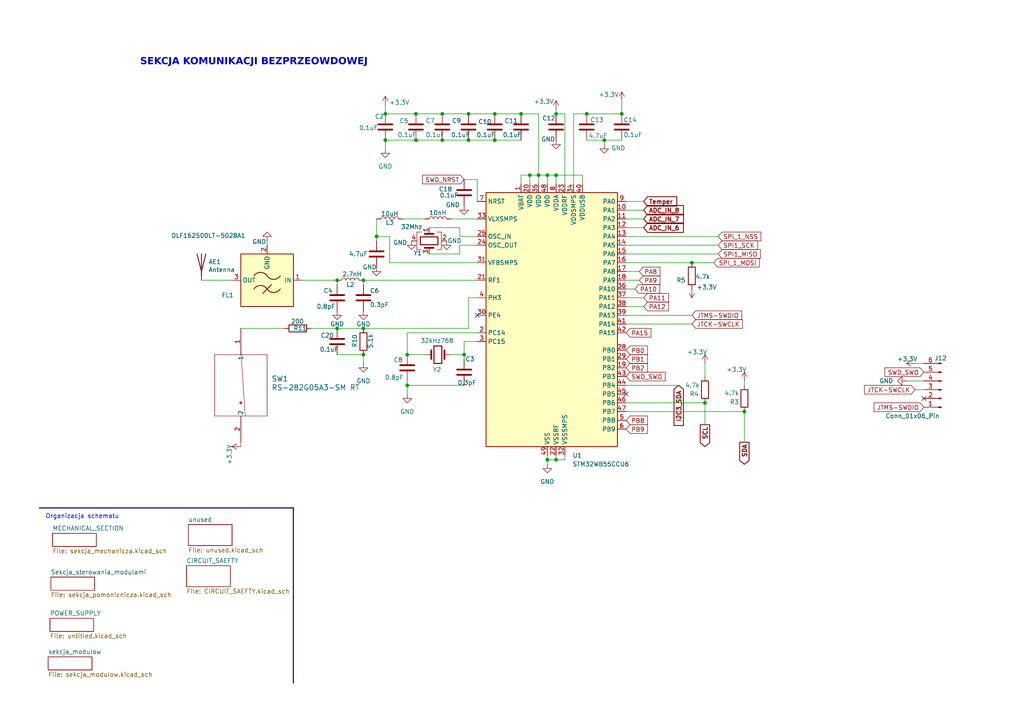
<source format=kicad_sch>
(kicad_sch
	(version 20250114)
	(generator "eeschema")
	(generator_version "9.0")
	(uuid "7ebec38f-e1de-4cbd-a2ee-3d837c2aacf5")
	(paper "A4")
	(lib_symbols
		(symbol "ALL_Components:RS-282G05A3-SM_RT"
			(pin_names
				(offset 0.254)
			)
			(exclude_from_sim no)
			(in_bom yes)
			(on_board yes)
			(property "Reference" "SW"
				(at 40.64 12.7 0)
				(effects
					(font
						(size 1.524 1.524)
					)
				)
			)
			(property "Value" "RS-282G05A3-SM RT"
				(at 40.64 10.16 0)
				(effects
					(font
						(size 1.524 1.524)
					)
				)
			)
			(property "Footprint" "RS-282G05A3-SM RT_CNK"
				(at -2.54 -4.572 0)
				(effects
					(font
						(size 1.27 1.27)
						(italic yes)
					)
					(hide yes)
				)
			)
			(property "Datasheet" "RS-282G05A3-SM RT"
				(at -2.54 -3.81 0)
				(effects
					(font
						(size 1.27 1.27)
						(italic yes)
					)
					(hide yes)
				)
			)
			(property "Description" ""
				(at 0 0 0)
				(effects
					(font
						(size 1.27 1.27)
					)
					(hide yes)
				)
			)
			(property "ki_locked" ""
				(at 0 0 0)
				(effects
					(font
						(size 1.27 1.27)
					)
				)
			)
			(property "ki_keywords" "RS-282G05A3-SM RT"
				(at 0 0 0)
				(effects
					(font
						(size 1.27 1.27)
					)
					(hide yes)
				)
			)
			(property "ki_fp_filters" "RS-282G05A3-SM RT_CNK RS-282G05A3-SM RT_CNK-M RS-282G05A3-SM RT_CNK-L"
				(at 0 0 0)
				(effects
					(font
						(size 1.27 1.27)
					)
					(hide yes)
				)
			)
			(symbol "RS-282G05A3-SM_RT_0_1"
				(polyline
					(pts
						(xy 31.75 0) (xy 50.8 1.27)
					)
					(stroke
						(width 0.127)
						(type default)
					)
					(fill
						(type none)
					)
				)
				(polyline
					(pts
						(xy 33.02 7.62) (xy 33.02 -7.62)
					)
					(stroke
						(width 0.127)
						(type default)
					)
					(fill
						(type none)
					)
				)
				(circle
					(center 46.99 0)
					(radius 0.254)
					(stroke
						(width 0.254)
						(type default)
					)
					(fill
						(type none)
					)
				)
				(polyline
					(pts
						(xy 50.8 -7.62) (xy 50.8 7.62)
					)
					(stroke
						(width 0.127)
						(type default)
					)
					(fill
						(type none)
					)
				)
				(pin unspecified line
					(at 25.4 0 0)
					(length 7.62)
					(name "1"
						(effects
							(font
								(size 1.27 1.27)
							)
						)
					)
					(number "1"
						(effects
							(font
								(size 1.27 1.27)
							)
						)
					)
				)
				(pin unspecified line
					(at 58.42 0 180)
					(length 7.62)
					(name "2"
						(effects
							(font
								(size 1.27 1.27)
							)
						)
					)
					(number "2"
						(effects
							(font
								(size 1.27 1.27)
							)
						)
					)
				)
			)
			(symbol "RS-282G05A3-SM_RT_1_1"
				(polyline
					(pts
						(xy 33.02 7.62) (xy 50.8 7.62)
					)
					(stroke
						(width 0)
						(type default)
					)
					(fill
						(type none)
					)
				)
				(polyline
					(pts
						(xy 33.02 -7.62) (xy 50.8 -7.62)
					)
					(stroke
						(width 0)
						(type default)
					)
					(fill
						(type none)
					)
				)
			)
			(embedded_fonts no)
		)
		(symbol "Connector:Conn_01x06_Pin"
			(pin_names
				(offset 1.016)
				(hide yes)
			)
			(exclude_from_sim no)
			(in_bom yes)
			(on_board yes)
			(property "Reference" "J"
				(at 0 7.62 0)
				(effects
					(font
						(size 1.27 1.27)
					)
				)
			)
			(property "Value" "Conn_01x06_Pin"
				(at 0 -10.16 0)
				(effects
					(font
						(size 1.27 1.27)
					)
				)
			)
			(property "Footprint" ""
				(at 0 0 0)
				(effects
					(font
						(size 1.27 1.27)
					)
					(hide yes)
				)
			)
			(property "Datasheet" "~"
				(at 0 0 0)
				(effects
					(font
						(size 1.27 1.27)
					)
					(hide yes)
				)
			)
			(property "Description" "Generic connector, single row, 01x06, script generated"
				(at 0 0 0)
				(effects
					(font
						(size 1.27 1.27)
					)
					(hide yes)
				)
			)
			(property "ki_locked" ""
				(at 0 0 0)
				(effects
					(font
						(size 1.27 1.27)
					)
				)
			)
			(property "ki_keywords" "connector"
				(at 0 0 0)
				(effects
					(font
						(size 1.27 1.27)
					)
					(hide yes)
				)
			)
			(property "ki_fp_filters" "Connector*:*_1x??_*"
				(at 0 0 0)
				(effects
					(font
						(size 1.27 1.27)
					)
					(hide yes)
				)
			)
			(symbol "Conn_01x06_Pin_1_1"
				(rectangle
					(start 0.8636 5.207)
					(end 0 4.953)
					(stroke
						(width 0.1524)
						(type default)
					)
					(fill
						(type outline)
					)
				)
				(rectangle
					(start 0.8636 2.667)
					(end 0 2.413)
					(stroke
						(width 0.1524)
						(type default)
					)
					(fill
						(type outline)
					)
				)
				(rectangle
					(start 0.8636 0.127)
					(end 0 -0.127)
					(stroke
						(width 0.1524)
						(type default)
					)
					(fill
						(type outline)
					)
				)
				(rectangle
					(start 0.8636 -2.413)
					(end 0 -2.667)
					(stroke
						(width 0.1524)
						(type default)
					)
					(fill
						(type outline)
					)
				)
				(rectangle
					(start 0.8636 -4.953)
					(end 0 -5.207)
					(stroke
						(width 0.1524)
						(type default)
					)
					(fill
						(type outline)
					)
				)
				(rectangle
					(start 0.8636 -7.493)
					(end 0 -7.747)
					(stroke
						(width 0.1524)
						(type default)
					)
					(fill
						(type outline)
					)
				)
				(polyline
					(pts
						(xy 1.27 5.08) (xy 0.8636 5.08)
					)
					(stroke
						(width 0.1524)
						(type default)
					)
					(fill
						(type none)
					)
				)
				(polyline
					(pts
						(xy 1.27 2.54) (xy 0.8636 2.54)
					)
					(stroke
						(width 0.1524)
						(type default)
					)
					(fill
						(type none)
					)
				)
				(polyline
					(pts
						(xy 1.27 0) (xy 0.8636 0)
					)
					(stroke
						(width 0.1524)
						(type default)
					)
					(fill
						(type none)
					)
				)
				(polyline
					(pts
						(xy 1.27 -2.54) (xy 0.8636 -2.54)
					)
					(stroke
						(width 0.1524)
						(type default)
					)
					(fill
						(type none)
					)
				)
				(polyline
					(pts
						(xy 1.27 -5.08) (xy 0.8636 -5.08)
					)
					(stroke
						(width 0.1524)
						(type default)
					)
					(fill
						(type none)
					)
				)
				(polyline
					(pts
						(xy 1.27 -7.62) (xy 0.8636 -7.62)
					)
					(stroke
						(width 0.1524)
						(type default)
					)
					(fill
						(type none)
					)
				)
				(pin passive line
					(at 5.08 5.08 180)
					(length 3.81)
					(name "Pin_1"
						(effects
							(font
								(size 1.27 1.27)
							)
						)
					)
					(number "1"
						(effects
							(font
								(size 1.27 1.27)
							)
						)
					)
				)
				(pin passive line
					(at 5.08 2.54 180)
					(length 3.81)
					(name "Pin_2"
						(effects
							(font
								(size 1.27 1.27)
							)
						)
					)
					(number "2"
						(effects
							(font
								(size 1.27 1.27)
							)
						)
					)
				)
				(pin passive line
					(at 5.08 0 180)
					(length 3.81)
					(name "Pin_3"
						(effects
							(font
								(size 1.27 1.27)
							)
						)
					)
					(number "3"
						(effects
							(font
								(size 1.27 1.27)
							)
						)
					)
				)
				(pin passive line
					(at 5.08 -2.54 180)
					(length 3.81)
					(name "Pin_4"
						(effects
							(font
								(size 1.27 1.27)
							)
						)
					)
					(number "4"
						(effects
							(font
								(size 1.27 1.27)
							)
						)
					)
				)
				(pin passive line
					(at 5.08 -5.08 180)
					(length 3.81)
					(name "Pin_5"
						(effects
							(font
								(size 1.27 1.27)
							)
						)
					)
					(number "5"
						(effects
							(font
								(size 1.27 1.27)
							)
						)
					)
				)
				(pin passive line
					(at 5.08 -7.62 180)
					(length 3.81)
					(name "Pin_6"
						(effects
							(font
								(size 1.27 1.27)
							)
						)
					)
					(number "6"
						(effects
							(font
								(size 1.27 1.27)
							)
						)
					)
				)
			)
			(embedded_fonts no)
		)
		(symbol "Device:Antenna"
			(pin_numbers
				(hide yes)
			)
			(pin_names
				(offset 1.016)
				(hide yes)
			)
			(exclude_from_sim no)
			(in_bom yes)
			(on_board yes)
			(property "Reference" "AE"
				(at -1.905 1.905 0)
				(effects
					(font
						(size 1.27 1.27)
					)
					(justify right)
				)
			)
			(property "Value" "Antenna"
				(at -1.905 0 0)
				(effects
					(font
						(size 1.27 1.27)
					)
					(justify right)
				)
			)
			(property "Footprint" ""
				(at 0 0 0)
				(effects
					(font
						(size 1.27 1.27)
					)
					(hide yes)
				)
			)
			(property "Datasheet" "~"
				(at 0 0 0)
				(effects
					(font
						(size 1.27 1.27)
					)
					(hide yes)
				)
			)
			(property "Description" "Antenna"
				(at 0 0 0)
				(effects
					(font
						(size 1.27 1.27)
					)
					(hide yes)
				)
			)
			(property "ki_keywords" "antenna"
				(at 0 0 0)
				(effects
					(font
						(size 1.27 1.27)
					)
					(hide yes)
				)
			)
			(symbol "Antenna_0_1"
				(polyline
					(pts
						(xy 0 2.54) (xy 0 -3.81)
					)
					(stroke
						(width 0.254)
						(type default)
					)
					(fill
						(type none)
					)
				)
				(polyline
					(pts
						(xy 1.27 2.54) (xy 0 -2.54) (xy -1.27 2.54)
					)
					(stroke
						(width 0.254)
						(type default)
					)
					(fill
						(type none)
					)
				)
			)
			(symbol "Antenna_1_1"
				(pin input line
					(at 0 -5.08 90)
					(length 2.54)
					(name "A"
						(effects
							(font
								(size 1.27 1.27)
							)
						)
					)
					(number "1"
						(effects
							(font
								(size 1.27 1.27)
							)
						)
					)
				)
			)
			(embedded_fonts no)
		)
		(symbol "Device:C"
			(pin_numbers
				(hide yes)
			)
			(pin_names
				(offset 0.254)
			)
			(exclude_from_sim no)
			(in_bom yes)
			(on_board yes)
			(property "Reference" "C"
				(at 0.635 2.54 0)
				(effects
					(font
						(size 1.27 1.27)
					)
					(justify left)
				)
			)
			(property "Value" "C"
				(at 0.635 -2.54 0)
				(effects
					(font
						(size 1.27 1.27)
					)
					(justify left)
				)
			)
			(property "Footprint" ""
				(at 0.9652 -3.81 0)
				(effects
					(font
						(size 1.27 1.27)
					)
					(hide yes)
				)
			)
			(property "Datasheet" "~"
				(at 0 0 0)
				(effects
					(font
						(size 1.27 1.27)
					)
					(hide yes)
				)
			)
			(property "Description" "Unpolarized capacitor"
				(at 0 0 0)
				(effects
					(font
						(size 1.27 1.27)
					)
					(hide yes)
				)
			)
			(property "ki_keywords" "cap capacitor"
				(at 0 0 0)
				(effects
					(font
						(size 1.27 1.27)
					)
					(hide yes)
				)
			)
			(property "ki_fp_filters" "C_*"
				(at 0 0 0)
				(effects
					(font
						(size 1.27 1.27)
					)
					(hide yes)
				)
			)
			(symbol "C_0_1"
				(polyline
					(pts
						(xy -2.032 0.762) (xy 2.032 0.762)
					)
					(stroke
						(width 0.508)
						(type default)
					)
					(fill
						(type none)
					)
				)
				(polyline
					(pts
						(xy -2.032 -0.762) (xy 2.032 -0.762)
					)
					(stroke
						(width 0.508)
						(type default)
					)
					(fill
						(type none)
					)
				)
			)
			(symbol "C_1_1"
				(pin passive line
					(at 0 3.81 270)
					(length 2.794)
					(name "~"
						(effects
							(font
								(size 1.27 1.27)
							)
						)
					)
					(number "1"
						(effects
							(font
								(size 1.27 1.27)
							)
						)
					)
				)
				(pin passive line
					(at 0 -3.81 90)
					(length 2.794)
					(name "~"
						(effects
							(font
								(size 1.27 1.27)
							)
						)
					)
					(number "2"
						(effects
							(font
								(size 1.27 1.27)
							)
						)
					)
				)
			)
			(embedded_fonts no)
		)
		(symbol "Device:Crystal"
			(pin_numbers
				(hide yes)
			)
			(pin_names
				(offset 1.016)
				(hide yes)
			)
			(exclude_from_sim no)
			(in_bom yes)
			(on_board yes)
			(property "Reference" "Y"
				(at 0 3.81 0)
				(effects
					(font
						(size 1.27 1.27)
					)
				)
			)
			(property "Value" "Crystal"
				(at 0 -3.81 0)
				(effects
					(font
						(size 1.27 1.27)
					)
				)
			)
			(property "Footprint" ""
				(at 0 0 0)
				(effects
					(font
						(size 1.27 1.27)
					)
					(hide yes)
				)
			)
			(property "Datasheet" "~"
				(at 0 0 0)
				(effects
					(font
						(size 1.27 1.27)
					)
					(hide yes)
				)
			)
			(property "Description" "Two pin crystal"
				(at 0 0 0)
				(effects
					(font
						(size 1.27 1.27)
					)
					(hide yes)
				)
			)
			(property "ki_keywords" "quartz ceramic resonator oscillator"
				(at 0 0 0)
				(effects
					(font
						(size 1.27 1.27)
					)
					(hide yes)
				)
			)
			(property "ki_fp_filters" "Crystal*"
				(at 0 0 0)
				(effects
					(font
						(size 1.27 1.27)
					)
					(hide yes)
				)
			)
			(symbol "Crystal_0_1"
				(polyline
					(pts
						(xy -2.54 0) (xy -1.905 0)
					)
					(stroke
						(width 0)
						(type default)
					)
					(fill
						(type none)
					)
				)
				(polyline
					(pts
						(xy -1.905 -1.27) (xy -1.905 1.27)
					)
					(stroke
						(width 0.508)
						(type default)
					)
					(fill
						(type none)
					)
				)
				(rectangle
					(start -1.143 2.54)
					(end 1.143 -2.54)
					(stroke
						(width 0.3048)
						(type default)
					)
					(fill
						(type none)
					)
				)
				(polyline
					(pts
						(xy 1.905 -1.27) (xy 1.905 1.27)
					)
					(stroke
						(width 0.508)
						(type default)
					)
					(fill
						(type none)
					)
				)
				(polyline
					(pts
						(xy 2.54 0) (xy 1.905 0)
					)
					(stroke
						(width 0)
						(type default)
					)
					(fill
						(type none)
					)
				)
			)
			(symbol "Crystal_1_1"
				(pin passive line
					(at -3.81 0 0)
					(length 1.27)
					(name "1"
						(effects
							(font
								(size 1.27 1.27)
							)
						)
					)
					(number "1"
						(effects
							(font
								(size 1.27 1.27)
							)
						)
					)
				)
				(pin passive line
					(at 3.81 0 180)
					(length 1.27)
					(name "2"
						(effects
							(font
								(size 1.27 1.27)
							)
						)
					)
					(number "2"
						(effects
							(font
								(size 1.27 1.27)
							)
						)
					)
				)
			)
			(embedded_fonts no)
		)
		(symbol "Device:Crystal_GND24"
			(pin_names
				(offset 1.016)
				(hide yes)
			)
			(exclude_from_sim no)
			(in_bom yes)
			(on_board yes)
			(property "Reference" "Y"
				(at 3.175 5.08 0)
				(effects
					(font
						(size 1.27 1.27)
					)
					(justify left)
				)
			)
			(property "Value" "Crystal_GND24"
				(at 3.175 3.175 0)
				(effects
					(font
						(size 1.27 1.27)
					)
					(justify left)
				)
			)
			(property "Footprint" ""
				(at 0 0 0)
				(effects
					(font
						(size 1.27 1.27)
					)
					(hide yes)
				)
			)
			(property "Datasheet" "~"
				(at 0 0 0)
				(effects
					(font
						(size 1.27 1.27)
					)
					(hide yes)
				)
			)
			(property "Description" "Four pin crystal, GND on pins 2 and 4"
				(at 0 0 0)
				(effects
					(font
						(size 1.27 1.27)
					)
					(hide yes)
				)
			)
			(property "ki_keywords" "quartz ceramic resonator oscillator"
				(at 0 0 0)
				(effects
					(font
						(size 1.27 1.27)
					)
					(hide yes)
				)
			)
			(property "ki_fp_filters" "Crystal*"
				(at 0 0 0)
				(effects
					(font
						(size 1.27 1.27)
					)
					(hide yes)
				)
			)
			(symbol "Crystal_GND24_0_1"
				(polyline
					(pts
						(xy -2.54 2.286) (xy -2.54 3.556) (xy 2.54 3.556) (xy 2.54 2.286)
					)
					(stroke
						(width 0)
						(type default)
					)
					(fill
						(type none)
					)
				)
				(polyline
					(pts
						(xy -2.54 0) (xy -2.032 0)
					)
					(stroke
						(width 0)
						(type default)
					)
					(fill
						(type none)
					)
				)
				(polyline
					(pts
						(xy -2.54 -2.286) (xy -2.54 -3.556) (xy 2.54 -3.556) (xy 2.54 -2.286)
					)
					(stroke
						(width 0)
						(type default)
					)
					(fill
						(type none)
					)
				)
				(polyline
					(pts
						(xy -2.032 -1.27) (xy -2.032 1.27)
					)
					(stroke
						(width 0.508)
						(type default)
					)
					(fill
						(type none)
					)
				)
				(rectangle
					(start -1.143 2.54)
					(end 1.143 -2.54)
					(stroke
						(width 0.3048)
						(type default)
					)
					(fill
						(type none)
					)
				)
				(polyline
					(pts
						(xy 0 3.556) (xy 0 3.81)
					)
					(stroke
						(width 0)
						(type default)
					)
					(fill
						(type none)
					)
				)
				(polyline
					(pts
						(xy 0 -3.81) (xy 0 -3.556)
					)
					(stroke
						(width 0)
						(type default)
					)
					(fill
						(type none)
					)
				)
				(polyline
					(pts
						(xy 2.032 0) (xy 2.54 0)
					)
					(stroke
						(width 0)
						(type default)
					)
					(fill
						(type none)
					)
				)
				(polyline
					(pts
						(xy 2.032 -1.27) (xy 2.032 1.27)
					)
					(stroke
						(width 0.508)
						(type default)
					)
					(fill
						(type none)
					)
				)
			)
			(symbol "Crystal_GND24_1_1"
				(pin passive line
					(at -3.81 0 0)
					(length 1.27)
					(name "1"
						(effects
							(font
								(size 1.27 1.27)
							)
						)
					)
					(number "1"
						(effects
							(font
								(size 1.27 1.27)
							)
						)
					)
				)
				(pin passive line
					(at 0 5.08 270)
					(length 1.27)
					(name "2"
						(effects
							(font
								(size 1.27 1.27)
							)
						)
					)
					(number "2"
						(effects
							(font
								(size 1.27 1.27)
							)
						)
					)
				)
				(pin passive line
					(at 0 -5.08 90)
					(length 1.27)
					(name "4"
						(effects
							(font
								(size 1.27 1.27)
							)
						)
					)
					(number "4"
						(effects
							(font
								(size 1.27 1.27)
							)
						)
					)
				)
				(pin passive line
					(at 3.81 0 180)
					(length 1.27)
					(name "3"
						(effects
							(font
								(size 1.27 1.27)
							)
						)
					)
					(number "3"
						(effects
							(font
								(size 1.27 1.27)
							)
						)
					)
				)
			)
			(embedded_fonts no)
		)
		(symbol "Device:L"
			(pin_numbers
				(hide yes)
			)
			(pin_names
				(offset 1.016)
				(hide yes)
			)
			(exclude_from_sim no)
			(in_bom yes)
			(on_board yes)
			(property "Reference" "L"
				(at -1.27 0 90)
				(effects
					(font
						(size 1.27 1.27)
					)
				)
			)
			(property "Value" "L"
				(at 1.905 0 90)
				(effects
					(font
						(size 1.27 1.27)
					)
				)
			)
			(property "Footprint" ""
				(at 0 0 0)
				(effects
					(font
						(size 1.27 1.27)
					)
					(hide yes)
				)
			)
			(property "Datasheet" "~"
				(at 0 0 0)
				(effects
					(font
						(size 1.27 1.27)
					)
					(hide yes)
				)
			)
			(property "Description" "Inductor"
				(at 0 0 0)
				(effects
					(font
						(size 1.27 1.27)
					)
					(hide yes)
				)
			)
			(property "ki_keywords" "inductor choke coil reactor magnetic"
				(at 0 0 0)
				(effects
					(font
						(size 1.27 1.27)
					)
					(hide yes)
				)
			)
			(property "ki_fp_filters" "Choke_* *Coil* Inductor_* L_*"
				(at 0 0 0)
				(effects
					(font
						(size 1.27 1.27)
					)
					(hide yes)
				)
			)
			(symbol "L_0_1"
				(arc
					(start 0 2.54)
					(mid 0.6323 1.905)
					(end 0 1.27)
					(stroke
						(width 0)
						(type default)
					)
					(fill
						(type none)
					)
				)
				(arc
					(start 0 1.27)
					(mid 0.6323 0.635)
					(end 0 0)
					(stroke
						(width 0)
						(type default)
					)
					(fill
						(type none)
					)
				)
				(arc
					(start 0 0)
					(mid 0.6323 -0.635)
					(end 0 -1.27)
					(stroke
						(width 0)
						(type default)
					)
					(fill
						(type none)
					)
				)
				(arc
					(start 0 -1.27)
					(mid 0.6323 -1.905)
					(end 0 -2.54)
					(stroke
						(width 0)
						(type default)
					)
					(fill
						(type none)
					)
				)
			)
			(symbol "L_1_1"
				(pin passive line
					(at 0 3.81 270)
					(length 1.27)
					(name "1"
						(effects
							(font
								(size 1.27 1.27)
							)
						)
					)
					(number "1"
						(effects
							(font
								(size 1.27 1.27)
							)
						)
					)
				)
				(pin passive line
					(at 0 -3.81 90)
					(length 1.27)
					(name "2"
						(effects
							(font
								(size 1.27 1.27)
							)
						)
					)
					(number "2"
						(effects
							(font
								(size 1.27 1.27)
							)
						)
					)
				)
			)
			(embedded_fonts no)
		)
		(symbol "Device:R"
			(pin_numbers
				(hide yes)
			)
			(pin_names
				(offset 0)
			)
			(exclude_from_sim no)
			(in_bom yes)
			(on_board yes)
			(property "Reference" "R"
				(at 2.032 0 90)
				(effects
					(font
						(size 1.27 1.27)
					)
				)
			)
			(property "Value" "R"
				(at 0 0 90)
				(effects
					(font
						(size 1.27 1.27)
					)
				)
			)
			(property "Footprint" ""
				(at -1.778 0 90)
				(effects
					(font
						(size 1.27 1.27)
					)
					(hide yes)
				)
			)
			(property "Datasheet" "~"
				(at 0 0 0)
				(effects
					(font
						(size 1.27 1.27)
					)
					(hide yes)
				)
			)
			(property "Description" "Resistor"
				(at 0 0 0)
				(effects
					(font
						(size 1.27 1.27)
					)
					(hide yes)
				)
			)
			(property "ki_keywords" "R res resistor"
				(at 0 0 0)
				(effects
					(font
						(size 1.27 1.27)
					)
					(hide yes)
				)
			)
			(property "ki_fp_filters" "R_*"
				(at 0 0 0)
				(effects
					(font
						(size 1.27 1.27)
					)
					(hide yes)
				)
			)
			(symbol "R_0_1"
				(rectangle
					(start -1.016 -2.54)
					(end 1.016 2.54)
					(stroke
						(width 0.254)
						(type default)
					)
					(fill
						(type none)
					)
				)
			)
			(symbol "R_1_1"
				(pin passive line
					(at 0 3.81 270)
					(length 1.27)
					(name "~"
						(effects
							(font
								(size 1.27 1.27)
							)
						)
					)
					(number "1"
						(effects
							(font
								(size 1.27 1.27)
							)
						)
					)
				)
				(pin passive line
					(at 0 -3.81 90)
					(length 1.27)
					(name "~"
						(effects
							(font
								(size 1.27 1.27)
							)
						)
					)
					(number "2"
						(effects
							(font
								(size 1.27 1.27)
							)
						)
					)
				)
			)
			(embedded_fonts no)
		)
		(symbol "MCU_ST_STM32WB:STM32WB55CCUx"
			(exclude_from_sim no)
			(in_bom yes)
			(on_board yes)
			(property "Reference" "U"
				(at -17.78 39.37 0)
				(effects
					(font
						(size 1.27 1.27)
					)
					(justify left)
				)
			)
			(property "Value" "STM32WB55CCUx"
				(at 12.7 39.37 0)
				(effects
					(font
						(size 1.27 1.27)
					)
					(justify left)
				)
			)
			(property "Footprint" "Package_DFN_QFN:QFN-48-1EP_7x7mm_P0.5mm_EP5.6x5.6mm"
				(at -17.78 -35.56 0)
				(effects
					(font
						(size 1.27 1.27)
					)
					(justify right)
					(hide yes)
				)
			)
			(property "Datasheet" "https://www.st.com/resource/en/datasheet/stm32wb55cc.pdf"
				(at 0 0 0)
				(effects
					(font
						(size 1.27 1.27)
					)
					(hide yes)
				)
			)
			(property "Description" "STMicroelectronics Arm Cortex-M4 MCU, 256KB flash, 128KB RAM, 64 MHz, 1.71-3.6V, 30 GPIO, UFQFPN48"
				(at 0 0 0)
				(effects
					(font
						(size 1.27 1.27)
					)
					(hide yes)
				)
			)
			(property "ki_locked" ""
				(at 0 0 0)
				(effects
					(font
						(size 1.27 1.27)
					)
				)
			)
			(property "ki_keywords" "Arm Cortex-M4 STM32WB STM32WBx5"
				(at 0 0 0)
				(effects
					(font
						(size 1.27 1.27)
					)
					(hide yes)
				)
			)
			(property "ki_fp_filters" "QFN*1EP*7x7mm*P0.5mm*"
				(at 0 0 0)
				(effects
					(font
						(size 1.27 1.27)
					)
					(hide yes)
				)
			)
			(symbol "STM32WB55CCUx_0_1"
				(rectangle
					(start -17.78 -35.56)
					(end 20.32 38.1)
					(stroke
						(width 0.254)
						(type default)
					)
					(fill
						(type background)
					)
				)
			)
			(symbol "STM32WB55CCUx_1_1"
				(pin input line
					(at -20.32 35.56 0)
					(length 2.54)
					(name "NRST"
						(effects
							(font
								(size 1.27 1.27)
							)
						)
					)
					(number "7"
						(effects
							(font
								(size 1.27 1.27)
							)
						)
					)
				)
				(pin power_in line
					(at -20.32 30.48 0)
					(length 2.54)
					(name "VLXSMPS"
						(effects
							(font
								(size 1.27 1.27)
							)
						)
					)
					(number "33"
						(effects
							(font
								(size 1.27 1.27)
							)
						)
					)
				)
				(pin input line
					(at -20.32 25.4 0)
					(length 2.54)
					(name "OSC_IN"
						(effects
							(font
								(size 1.27 1.27)
							)
						)
					)
					(number "25"
						(effects
							(font
								(size 1.27 1.27)
							)
						)
					)
					(alternate "RCC_OSC_IN" bidirectional line)
				)
				(pin input line
					(at -20.32 22.86 0)
					(length 2.54)
					(name "OSC_OUT"
						(effects
							(font
								(size 1.27 1.27)
							)
						)
					)
					(number "24"
						(effects
							(font
								(size 1.27 1.27)
							)
						)
					)
					(alternate "RCC_OSC_OUT" bidirectional line)
				)
				(pin input line
					(at -20.32 17.78 0)
					(length 2.54)
					(name "VFBSMPS"
						(effects
							(font
								(size 1.27 1.27)
							)
						)
					)
					(number "31"
						(effects
							(font
								(size 1.27 1.27)
							)
						)
					)
				)
				(pin bidirectional line
					(at -20.32 12.7 0)
					(length 2.54)
					(name "RF1"
						(effects
							(font
								(size 1.27 1.27)
							)
						)
					)
					(number "21"
						(effects
							(font
								(size 1.27 1.27)
							)
						)
					)
					(alternate "RF_RF1" bidirectional line)
				)
				(pin bidirectional line
					(at -20.32 7.62 0)
					(length 2.54)
					(name "PH3"
						(effects
							(font
								(size 1.27 1.27)
							)
						)
					)
					(number "4"
						(effects
							(font
								(size 1.27 1.27)
							)
						)
					)
					(alternate "RCC_LSCO" bidirectional line)
				)
				(pin bidirectional line
					(at -20.32 2.54 0)
					(length 2.54)
					(name "PE4"
						(effects
							(font
								(size 1.27 1.27)
							)
						)
					)
					(number "30"
						(effects
							(font
								(size 1.27 1.27)
							)
						)
					)
				)
				(pin bidirectional line
					(at -20.32 -2.54 0)
					(length 2.54)
					(name "PC14"
						(effects
							(font
								(size 1.27 1.27)
							)
						)
					)
					(number "2"
						(effects
							(font
								(size 1.27 1.27)
							)
						)
					)
					(alternate "RCC_OSC32_IN" bidirectional line)
				)
				(pin bidirectional line
					(at -20.32 -5.08 0)
					(length 2.54)
					(name "PC15"
						(effects
							(font
								(size 1.27 1.27)
							)
						)
					)
					(number "3"
						(effects
							(font
								(size 1.27 1.27)
							)
						)
					)
					(alternate "ADC1_EXTI15" bidirectional line)
					(alternate "RCC_OSC32_OUT" bidirectional line)
				)
				(pin no_connect line
					(at -17.78 -33.02 0)
					(length 2.54)
					(hide yes)
					(name "AT1"
						(effects
							(font
								(size 1.27 1.27)
							)
						)
					)
					(number "27"
						(effects
							(font
								(size 1.27 1.27)
							)
						)
					)
				)
				(pin no_connect line
					(at -17.78 -35.56 0)
					(length 2.54)
					(hide yes)
					(name "AT0"
						(effects
							(font
								(size 1.27 1.27)
							)
						)
					)
					(number "26"
						(effects
							(font
								(size 1.27 1.27)
							)
						)
					)
				)
				(pin power_in line
					(at -7.62 40.64 270)
					(length 2.54)
					(name "VBAT"
						(effects
							(font
								(size 1.27 1.27)
							)
						)
					)
					(number "1"
						(effects
							(font
								(size 1.27 1.27)
							)
						)
					)
				)
				(pin power_in line
					(at -5.08 40.64 270)
					(length 2.54)
					(name "VDD"
						(effects
							(font
								(size 1.27 1.27)
							)
						)
					)
					(number "20"
						(effects
							(font
								(size 1.27 1.27)
							)
						)
					)
				)
				(pin power_in line
					(at -2.54 40.64 270)
					(length 2.54)
					(name "VDD"
						(effects
							(font
								(size 1.27 1.27)
							)
						)
					)
					(number "35"
						(effects
							(font
								(size 1.27 1.27)
							)
						)
					)
				)
				(pin power_in line
					(at 0 40.64 270)
					(length 2.54)
					(name "VDD"
						(effects
							(font
								(size 1.27 1.27)
							)
						)
					)
					(number "48"
						(effects
							(font
								(size 1.27 1.27)
							)
						)
					)
				)
				(pin power_in line
					(at 0 -38.1 90)
					(length 2.54)
					(name "VSS"
						(effects
							(font
								(size 1.27 1.27)
							)
						)
					)
					(number "49"
						(effects
							(font
								(size 1.27 1.27)
							)
						)
					)
				)
				(pin power_in line
					(at 2.54 40.64 270)
					(length 2.54)
					(name "VDDA"
						(effects
							(font
								(size 1.27 1.27)
							)
						)
					)
					(number "8"
						(effects
							(font
								(size 1.27 1.27)
							)
						)
					)
				)
				(pin power_in line
					(at 2.54 -38.1 90)
					(length 2.54)
					(name "VSSRF"
						(effects
							(font
								(size 1.27 1.27)
							)
						)
					)
					(number "22"
						(effects
							(font
								(size 1.27 1.27)
							)
						)
					)
				)
				(pin power_in line
					(at 5.08 40.64 270)
					(length 2.54)
					(name "VDDRF"
						(effects
							(font
								(size 1.27 1.27)
							)
						)
					)
					(number "23"
						(effects
							(font
								(size 1.27 1.27)
							)
						)
					)
				)
				(pin power_in line
					(at 5.08 -38.1 90)
					(length 2.54)
					(name "VSSSMPS"
						(effects
							(font
								(size 1.27 1.27)
							)
						)
					)
					(number "32"
						(effects
							(font
								(size 1.27 1.27)
							)
						)
					)
				)
				(pin power_in line
					(at 7.62 40.64 270)
					(length 2.54)
					(name "VDDSMPS"
						(effects
							(font
								(size 1.27 1.27)
							)
						)
					)
					(number "34"
						(effects
							(font
								(size 1.27 1.27)
							)
						)
					)
				)
				(pin power_in line
					(at 10.16 40.64 270)
					(length 2.54)
					(name "VDDUSB"
						(effects
							(font
								(size 1.27 1.27)
							)
						)
					)
					(number "40"
						(effects
							(font
								(size 1.27 1.27)
							)
						)
					)
				)
				(pin bidirectional line
					(at 22.86 35.56 180)
					(length 2.54)
					(name "PA0"
						(effects
							(font
								(size 1.27 1.27)
							)
						)
					)
					(number "9"
						(effects
							(font
								(size 1.27 1.27)
							)
						)
					)
					(alternate "ADC1_IN5" bidirectional line)
					(alternate "COMP1_INM" bidirectional line)
					(alternate "COMP1_OUT" bidirectional line)
					(alternate "RTC_TAMP2" bidirectional line)
					(alternate "SAI1_EXTCLK" bidirectional line)
					(alternate "SYS_WKUP1" bidirectional line)
					(alternate "TIM2_CH1" bidirectional line)
					(alternate "TIM2_ETR" bidirectional line)
				)
				(pin bidirectional line
					(at 22.86 33.02 180)
					(length 2.54)
					(name "PA1"
						(effects
							(font
								(size 1.27 1.27)
							)
						)
					)
					(number "10"
						(effects
							(font
								(size 1.27 1.27)
							)
						)
					)
					(alternate "ADC1_IN6" bidirectional line)
					(alternate "COMP1_INP" bidirectional line)
					(alternate "I2C1_SMBA" bidirectional line)
					(alternate "LCD_SEG0" bidirectional line)
					(alternate "SPI1_SCK" bidirectional line)
					(alternate "TIM2_CH2" bidirectional line)
				)
				(pin bidirectional line
					(at 22.86 30.48 180)
					(length 2.54)
					(name "PA2"
						(effects
							(font
								(size 1.27 1.27)
							)
						)
					)
					(number "11"
						(effects
							(font
								(size 1.27 1.27)
							)
						)
					)
					(alternate "ADC1_IN7" bidirectional line)
					(alternate "COMP2_INM" bidirectional line)
					(alternate "COMP2_OUT" bidirectional line)
					(alternate "LCD_SEG1" bidirectional line)
					(alternate "LPUART1_TX" bidirectional line)
					(alternate "QUADSPI_BK1_NCS" bidirectional line)
					(alternate "RCC_LSCO" bidirectional line)
					(alternate "SYS_WKUP4" bidirectional line)
					(alternate "TIM2_CH3" bidirectional line)
				)
				(pin bidirectional line
					(at 22.86 27.94 180)
					(length 2.54)
					(name "PA3"
						(effects
							(font
								(size 1.27 1.27)
							)
						)
					)
					(number "12"
						(effects
							(font
								(size 1.27 1.27)
							)
						)
					)
					(alternate "ADC1_IN8" bidirectional line)
					(alternate "COMP2_INP" bidirectional line)
					(alternate "LCD_SEG2" bidirectional line)
					(alternate "LPUART1_RX" bidirectional line)
					(alternate "QUADSPI_CLK" bidirectional line)
					(alternate "SAI1_CK1" bidirectional line)
					(alternate "SAI1_MCLK_A" bidirectional line)
					(alternate "TIM2_CH4" bidirectional line)
				)
				(pin bidirectional line
					(at 22.86 25.4 180)
					(length 2.54)
					(name "PA4"
						(effects
							(font
								(size 1.27 1.27)
							)
						)
					)
					(number "13"
						(effects
							(font
								(size 1.27 1.27)
							)
						)
					)
					(alternate "ADC1_IN9" bidirectional line)
					(alternate "COMP1_INM" bidirectional line)
					(alternate "COMP2_INM" bidirectional line)
					(alternate "LCD_SEG5" bidirectional line)
					(alternate "LPTIM2_OUT" bidirectional line)
					(alternate "SAI1_FS_B" bidirectional line)
					(alternate "SPI1_NSS" bidirectional line)
				)
				(pin bidirectional line
					(at 22.86 22.86 180)
					(length 2.54)
					(name "PA5"
						(effects
							(font
								(size 1.27 1.27)
							)
						)
					)
					(number "14"
						(effects
							(font
								(size 1.27 1.27)
							)
						)
					)
					(alternate "ADC1_IN10" bidirectional line)
					(alternate "COMP1_INM" bidirectional line)
					(alternate "COMP2_INM" bidirectional line)
					(alternate "LPTIM2_ETR" bidirectional line)
					(alternate "SAI1_SD_B" bidirectional line)
					(alternate "SPI1_SCK" bidirectional line)
					(alternate "TIM2_CH1" bidirectional line)
					(alternate "TIM2_ETR" bidirectional line)
				)
				(pin bidirectional line
					(at 22.86 20.32 180)
					(length 2.54)
					(name "PA6"
						(effects
							(font
								(size 1.27 1.27)
							)
						)
					)
					(number "15"
						(effects
							(font
								(size 1.27 1.27)
							)
						)
					)
					(alternate "ADC1_IN11" bidirectional line)
					(alternate "LCD_SEG3" bidirectional line)
					(alternate "LPUART1_CTS" bidirectional line)
					(alternate "QUADSPI_BK1_IO3" bidirectional line)
					(alternate "SPI1_MISO" bidirectional line)
					(alternate "TIM16_CH1" bidirectional line)
					(alternate "TIM1_BKIN" bidirectional line)
				)
				(pin bidirectional line
					(at 22.86 17.78 180)
					(length 2.54)
					(name "PA7"
						(effects
							(font
								(size 1.27 1.27)
							)
						)
					)
					(number "16"
						(effects
							(font
								(size 1.27 1.27)
							)
						)
					)
					(alternate "ADC1_IN12" bidirectional line)
					(alternate "COMP2_OUT" bidirectional line)
					(alternate "I2C3_SCL" bidirectional line)
					(alternate "LCD_SEG4" bidirectional line)
					(alternate "QUADSPI_BK1_IO2" bidirectional line)
					(alternate "SPI1_MOSI" bidirectional line)
					(alternate "TIM17_CH1" bidirectional line)
					(alternate "TIM1_CH1N" bidirectional line)
				)
				(pin bidirectional line
					(at 22.86 15.24 180)
					(length 2.54)
					(name "PA8"
						(effects
							(font
								(size 1.27 1.27)
							)
						)
					)
					(number "17"
						(effects
							(font
								(size 1.27 1.27)
							)
						)
					)
					(alternate "ADC1_IN15" bidirectional line)
					(alternate "LCD_COM0" bidirectional line)
					(alternate "LPTIM2_OUT" bidirectional line)
					(alternate "RCC_MCO" bidirectional line)
					(alternate "SAI1_CK2" bidirectional line)
					(alternate "SAI1_SCK_A" bidirectional line)
					(alternate "TIM1_CH1" bidirectional line)
					(alternate "USART1_CK" bidirectional line)
				)
				(pin bidirectional line
					(at 22.86 12.7 180)
					(length 2.54)
					(name "PA9"
						(effects
							(font
								(size 1.27 1.27)
							)
						)
					)
					(number "18"
						(effects
							(font
								(size 1.27 1.27)
							)
						)
					)
					(alternate "ADC1_IN16" bidirectional line)
					(alternate "COMP1_INM" bidirectional line)
					(alternate "I2C1_SCL" bidirectional line)
					(alternate "LCD_COM1" bidirectional line)
					(alternate "SAI1_D2" bidirectional line)
					(alternate "SAI1_FS_A" bidirectional line)
					(alternate "TIM1_CH2" bidirectional line)
					(alternate "USART1_TX" bidirectional line)
				)
				(pin bidirectional line
					(at 22.86 10.16 180)
					(length 2.54)
					(name "PA10"
						(effects
							(font
								(size 1.27 1.27)
							)
						)
					)
					(number "36"
						(effects
							(font
								(size 1.27 1.27)
							)
						)
					)
					(alternate "CRS_SYNC" bidirectional line)
					(alternate "I2C1_SDA" bidirectional line)
					(alternate "LCD_COM2" bidirectional line)
					(alternate "SAI1_D1" bidirectional line)
					(alternate "SAI1_SD_A" bidirectional line)
					(alternate "TIM17_BKIN" bidirectional line)
					(alternate "TIM1_CH3" bidirectional line)
					(alternate "USART1_RX" bidirectional line)
				)
				(pin bidirectional line
					(at 22.86 7.62 180)
					(length 2.54)
					(name "PA11"
						(effects
							(font
								(size 1.27 1.27)
							)
						)
					)
					(number "37"
						(effects
							(font
								(size 1.27 1.27)
							)
						)
					)
					(alternate "ADC1_EXTI11" bidirectional line)
					(alternate "SPI1_MISO" bidirectional line)
					(alternate "TIM1_BKIN2" bidirectional line)
					(alternate "TIM1_CH4" bidirectional line)
					(alternate "USART1_CTS" bidirectional line)
					(alternate "USART1_NSS" bidirectional line)
					(alternate "USB_DM" bidirectional line)
				)
				(pin bidirectional line
					(at 22.86 5.08 180)
					(length 2.54)
					(name "PA12"
						(effects
							(font
								(size 1.27 1.27)
							)
						)
					)
					(number "38"
						(effects
							(font
								(size 1.27 1.27)
							)
						)
					)
					(alternate "LPUART1_RX" bidirectional line)
					(alternate "SPI1_MOSI" bidirectional line)
					(alternate "TIM1_ETR" bidirectional line)
					(alternate "USART1_DE" bidirectional line)
					(alternate "USART1_RTS" bidirectional line)
					(alternate "USB_DP" bidirectional line)
				)
				(pin bidirectional line
					(at 22.86 2.54 180)
					(length 2.54)
					(name "PA13"
						(effects
							(font
								(size 1.27 1.27)
							)
						)
					)
					(number "39"
						(effects
							(font
								(size 1.27 1.27)
							)
						)
					)
					(alternate "IR_OUT" bidirectional line)
					(alternate "SAI1_SD_B" bidirectional line)
					(alternate "SYS_JTMS-SWDIO" bidirectional line)
					(alternate "USB_NOE" bidirectional line)
				)
				(pin bidirectional line
					(at 22.86 0 180)
					(length 2.54)
					(name "PA14"
						(effects
							(font
								(size 1.27 1.27)
							)
						)
					)
					(number "41"
						(effects
							(font
								(size 1.27 1.27)
							)
						)
					)
					(alternate "I2C1_SMBA" bidirectional line)
					(alternate "LCD_SEG5" bidirectional line)
					(alternate "LPTIM1_OUT" bidirectional line)
					(alternate "SAI1_FS_B" bidirectional line)
					(alternate "SYS_JTCK-SWCLK" bidirectional line)
				)
				(pin bidirectional line
					(at 22.86 -2.54 180)
					(length 2.54)
					(name "PA15"
						(effects
							(font
								(size 1.27 1.27)
							)
						)
					)
					(number "42"
						(effects
							(font
								(size 1.27 1.27)
							)
						)
					)
					(alternate "ADC1_EXTI15" bidirectional line)
					(alternate "LCD_SEG17" bidirectional line)
					(alternate "RCC_MCO" bidirectional line)
					(alternate "SPI1_NSS" bidirectional line)
					(alternate "SYS_JTDI" bidirectional line)
					(alternate "TIM2_CH1" bidirectional line)
					(alternate "TIM2_ETR" bidirectional line)
				)
				(pin bidirectional line
					(at 22.86 -7.62 180)
					(length 2.54)
					(name "PB0"
						(effects
							(font
								(size 1.27 1.27)
							)
						)
					)
					(number "28"
						(effects
							(font
								(size 1.27 1.27)
							)
						)
					)
					(alternate "COMP1_OUT" bidirectional line)
					(alternate "RF_TX_MOD_EXT_PA" bidirectional line)
				)
				(pin bidirectional line
					(at 22.86 -10.16 180)
					(length 2.54)
					(name "PB1"
						(effects
							(font
								(size 1.27 1.27)
							)
						)
					)
					(number "29"
						(effects
							(font
								(size 1.27 1.27)
							)
						)
					)
					(alternate "LPTIM2_IN1" bidirectional line)
					(alternate "LPUART1_DE" bidirectional line)
					(alternate "LPUART1_RTS" bidirectional line)
				)
				(pin bidirectional line
					(at 22.86 -12.7 180)
					(length 2.54)
					(name "PB2"
						(effects
							(font
								(size 1.27 1.27)
							)
						)
					)
					(number "19"
						(effects
							(font
								(size 1.27 1.27)
							)
						)
					)
					(alternate "COMP1_INP" bidirectional line)
					(alternate "I2C3_SMBA" bidirectional line)
					(alternate "LCD_VLCD" bidirectional line)
					(alternate "LPTIM1_OUT" bidirectional line)
					(alternate "RTC_OUT2" bidirectional line)
					(alternate "SAI1_EXTCLK" bidirectional line)
					(alternate "SPI1_NSS" bidirectional line)
				)
				(pin bidirectional line
					(at 22.86 -15.24 180)
					(length 2.54)
					(name "PB3"
						(effects
							(font
								(size 1.27 1.27)
							)
						)
					)
					(number "43"
						(effects
							(font
								(size 1.27 1.27)
							)
						)
					)
					(alternate "COMP2_INM" bidirectional line)
					(alternate "LCD_SEG7" bidirectional line)
					(alternate "SAI1_SCK_B" bidirectional line)
					(alternate "SPI1_SCK" bidirectional line)
					(alternate "SYS_JTDO-SWO" bidirectional line)
					(alternate "TIM2_CH2" bidirectional line)
					(alternate "USART1_DE" bidirectional line)
					(alternate "USART1_RTS" bidirectional line)
				)
				(pin bidirectional line
					(at 22.86 -17.78 180)
					(length 2.54)
					(name "PB4"
						(effects
							(font
								(size 1.27 1.27)
							)
						)
					)
					(number "44"
						(effects
							(font
								(size 1.27 1.27)
							)
						)
					)
					(alternate "COMP2_INP" bidirectional line)
					(alternate "I2C3_SDA" bidirectional line)
					(alternate "LCD_SEG8" bidirectional line)
					(alternate "SAI1_MCLK_B" bidirectional line)
					(alternate "SPI1_MISO" bidirectional line)
					(alternate "SYS_JTRST" bidirectional line)
					(alternate "TIM17_BKIN" bidirectional line)
					(alternate "USART1_CTS" bidirectional line)
					(alternate "USART1_NSS" bidirectional line)
				)
				(pin bidirectional line
					(at 22.86 -20.32 180)
					(length 2.54)
					(name "PB5"
						(effects
							(font
								(size 1.27 1.27)
							)
						)
					)
					(number "45"
						(effects
							(font
								(size 1.27 1.27)
							)
						)
					)
					(alternate "COMP2_OUT" bidirectional line)
					(alternate "I2C1_SMBA" bidirectional line)
					(alternate "LCD_SEG9" bidirectional line)
					(alternate "LPTIM1_IN1" bidirectional line)
					(alternate "LPUART1_TX" bidirectional line)
					(alternate "SAI1_SD_B" bidirectional line)
					(alternate "SPI1_MOSI" bidirectional line)
					(alternate "TIM16_BKIN" bidirectional line)
					(alternate "USART1_CK" bidirectional line)
				)
				(pin bidirectional line
					(at 22.86 -22.86 180)
					(length 2.54)
					(name "PB6"
						(effects
							(font
								(size 1.27 1.27)
							)
						)
					)
					(number "46"
						(effects
							(font
								(size 1.27 1.27)
							)
						)
					)
					(alternate "COMP2_INP" bidirectional line)
					(alternate "I2C1_SCL" bidirectional line)
					(alternate "LCD_SEG6" bidirectional line)
					(alternate "LPTIM1_ETR" bidirectional line)
					(alternate "RCC_MCO" bidirectional line)
					(alternate "SAI1_FS_B" bidirectional line)
					(alternate "TIM16_CH1N" bidirectional line)
					(alternate "USART1_TX" bidirectional line)
				)
				(pin bidirectional line
					(at 22.86 -25.4 180)
					(length 2.54)
					(name "PB7"
						(effects
							(font
								(size 1.27 1.27)
							)
						)
					)
					(number "47"
						(effects
							(font
								(size 1.27 1.27)
							)
						)
					)
					(alternate "COMP2_INM" bidirectional line)
					(alternate "I2C1_SDA" bidirectional line)
					(alternate "LCD_SEG21" bidirectional line)
					(alternate "LPTIM1_IN2" bidirectional line)
					(alternate "SYS_PVD_IN" bidirectional line)
					(alternate "TIM17_CH1N" bidirectional line)
					(alternate "TIM1_BKIN" bidirectional line)
					(alternate "USART1_RX" bidirectional line)
				)
				(pin bidirectional line
					(at 22.86 -27.94 180)
					(length 2.54)
					(name "PB8"
						(effects
							(font
								(size 1.27 1.27)
							)
						)
					)
					(number "5"
						(effects
							(font
								(size 1.27 1.27)
							)
						)
					)
					(alternate "I2C1_SCL" bidirectional line)
					(alternate "LCD_SEG16" bidirectional line)
					(alternate "QUADSPI_BK1_IO1" bidirectional line)
					(alternate "SAI1_CK1" bidirectional line)
					(alternate "SAI1_MCLK_A" bidirectional line)
					(alternate "TIM16_CH1" bidirectional line)
					(alternate "TIM1_CH2N" bidirectional line)
				)
				(pin bidirectional line
					(at 22.86 -30.48 180)
					(length 2.54)
					(name "PB9"
						(effects
							(font
								(size 1.27 1.27)
							)
						)
					)
					(number "6"
						(effects
							(font
								(size 1.27 1.27)
							)
						)
					)
					(alternate "I2C1_SDA" bidirectional line)
					(alternate "IR_OUT" bidirectional line)
					(alternate "LCD_COM3" bidirectional line)
					(alternate "QUADSPI_BK1_IO0" bidirectional line)
					(alternate "SAI1_D2" bidirectional line)
					(alternate "SAI1_FS_A" bidirectional line)
					(alternate "TIM17_CH1" bidirectional line)
					(alternate "TIM1_CH3N" bidirectional line)
				)
			)
			(embedded_fonts no)
		)
		(symbol "RF_Filter:LFCN-2400"
			(exclude_from_sim no)
			(in_bom yes)
			(on_board yes)
			(property "Reference" "FL"
				(at 0 10.795 0)
				(effects
					(font
						(size 1.27 1.27)
					)
				)
			)
			(property "Value" "LFCN-2400"
				(at 0 8.89 0)
				(effects
					(font
						(size 1.27 1.27)
					)
				)
			)
			(property "Footprint" "Filter:Filter_Mini-Circuits_FV1206"
				(at 0 12.7 0)
				(effects
					(font
						(size 1.27 1.27)
					)
					(hide yes)
				)
			)
			(property "Datasheet" "https://www.minicircuits.com/pdfs/LFCN-2400+.pdf"
				(at 0 0 0)
				(effects
					(font
						(size 1.27 1.27)
					)
					(hide yes)
				)
			)
			(property "Description" "2400MHz 50 Ohm Passive Low Pass Filter, FV1206"
				(at 0 0 0)
				(effects
					(font
						(size 1.27 1.27)
					)
					(hide yes)
				)
			)
			(property "ki_keywords" "Mini-Circuits low pass filter"
				(at 0 0 0)
				(effects
					(font
						(size 1.27 1.27)
					)
					(hide yes)
				)
			)
			(property "ki_fp_filters" "Filter*Mini?Circuits*FV1206*"
				(at 0 0 0)
				(effects
					(font
						(size 1.27 1.27)
					)
					(hide yes)
				)
			)
			(symbol "LFCN-2400_0_1"
				(rectangle
					(start -7.62 7.62)
					(end 7.62 -7.62)
					(stroke
						(width 0.254)
						(type default)
					)
					(fill
						(type background)
					)
				)
				(arc
					(start -3.81 2.54)
					(mid -1.905 3.5595)
					(end 0 2.54)
					(stroke
						(width 0.254)
						(type default)
					)
					(fill
						(type none)
					)
				)
				(arc
					(start -3.81 -1.27)
					(mid -1.905 -0.2505)
					(end 0 -1.27)
					(stroke
						(width 0.254)
						(type default)
					)
					(fill
						(type none)
					)
				)
				(polyline
					(pts
						(xy -1.27 1.27) (xy 1.27 3.81)
					)
					(stroke
						(width 0.254)
						(type default)
					)
					(fill
						(type none)
					)
				)
				(arc
					(start 3.81 2.54)
					(mid 1.905 1.5205)
					(end 0 2.54)
					(stroke
						(width 0.254)
						(type default)
					)
					(fill
						(type none)
					)
				)
				(arc
					(start 3.81 -1.27)
					(mid 1.905 -2.2895)
					(end 0 -1.27)
					(stroke
						(width 0.254)
						(type default)
					)
					(fill
						(type none)
					)
				)
			)
			(symbol "LFCN-2400_1_1"
				(pin passive line
					(at -10.16 0 0)
					(length 2.54)
					(name "IN"
						(effects
							(font
								(size 1.27 1.27)
							)
						)
					)
					(number "1"
						(effects
							(font
								(size 1.27 1.27)
							)
						)
					)
				)
				(pin passive line
					(at 0 -10.16 90)
					(length 2.54)
					(name "GND"
						(effects
							(font
								(size 1.27 1.27)
							)
						)
					)
					(number "2"
						(effects
							(font
								(size 1.27 1.27)
							)
						)
					)
				)
				(pin passive line
					(at 0 -10.16 90)
					(length 2.54)
					(hide yes)
					(name "GND"
						(effects
							(font
								(size 1.27 1.27)
							)
						)
					)
					(number "4"
						(effects
							(font
								(size 1.27 1.27)
							)
						)
					)
				)
				(pin passive line
					(at 10.16 0 180)
					(length 2.54)
					(name "OUT"
						(effects
							(font
								(size 1.27 1.27)
							)
						)
					)
					(number "3"
						(effects
							(font
								(size 1.27 1.27)
							)
						)
					)
				)
			)
			(embedded_fonts no)
		)
		(symbol "power:+3.3V"
			(power)
			(pin_numbers
				(hide yes)
			)
			(pin_names
				(offset 0)
				(hide yes)
			)
			(exclude_from_sim no)
			(in_bom yes)
			(on_board yes)
			(property "Reference" "#PWR"
				(at 0 -3.81 0)
				(effects
					(font
						(size 1.27 1.27)
					)
					(hide yes)
				)
			)
			(property "Value" "+3.3V"
				(at 0 3.556 0)
				(effects
					(font
						(size 1.27 1.27)
					)
				)
			)
			(property "Footprint" ""
				(at 0 0 0)
				(effects
					(font
						(size 1.27 1.27)
					)
					(hide yes)
				)
			)
			(property "Datasheet" ""
				(at 0 0 0)
				(effects
					(font
						(size 1.27 1.27)
					)
					(hide yes)
				)
			)
			(property "Description" "Power symbol creates a global label with name \"+3.3V\""
				(at 0 0 0)
				(effects
					(font
						(size 1.27 1.27)
					)
					(hide yes)
				)
			)
			(property "ki_keywords" "global power"
				(at 0 0 0)
				(effects
					(font
						(size 1.27 1.27)
					)
					(hide yes)
				)
			)
			(symbol "+3.3V_0_1"
				(polyline
					(pts
						(xy -0.762 1.27) (xy 0 2.54)
					)
					(stroke
						(width 0)
						(type default)
					)
					(fill
						(type none)
					)
				)
				(polyline
					(pts
						(xy 0 2.54) (xy 0.762 1.27)
					)
					(stroke
						(width 0)
						(type default)
					)
					(fill
						(type none)
					)
				)
				(polyline
					(pts
						(xy 0 0) (xy 0 2.54)
					)
					(stroke
						(width 0)
						(type default)
					)
					(fill
						(type none)
					)
				)
			)
			(symbol "+3.3V_1_1"
				(pin power_in line
					(at 0 0 90)
					(length 0)
					(name "~"
						(effects
							(font
								(size 1.27 1.27)
							)
						)
					)
					(number "1"
						(effects
							(font
								(size 1.27 1.27)
							)
						)
					)
				)
			)
			(embedded_fonts no)
		)
		(symbol "power:GND"
			(power)
			(pin_numbers
				(hide yes)
			)
			(pin_names
				(offset 0)
				(hide yes)
			)
			(exclude_from_sim no)
			(in_bom yes)
			(on_board yes)
			(property "Reference" "#PWR"
				(at 0 -6.35 0)
				(effects
					(font
						(size 1.27 1.27)
					)
					(hide yes)
				)
			)
			(property "Value" "GND"
				(at 0 -3.81 0)
				(effects
					(font
						(size 1.27 1.27)
					)
				)
			)
			(property "Footprint" ""
				(at 0 0 0)
				(effects
					(font
						(size 1.27 1.27)
					)
					(hide yes)
				)
			)
			(property "Datasheet" ""
				(at 0 0 0)
				(effects
					(font
						(size 1.27 1.27)
					)
					(hide yes)
				)
			)
			(property "Description" "Power symbol creates a global label with name \"GND\" , ground"
				(at 0 0 0)
				(effects
					(font
						(size 1.27 1.27)
					)
					(hide yes)
				)
			)
			(property "ki_keywords" "global power"
				(at 0 0 0)
				(effects
					(font
						(size 1.27 1.27)
					)
					(hide yes)
				)
			)
			(symbol "GND_0_1"
				(polyline
					(pts
						(xy 0 0) (xy 0 -1.27) (xy 1.27 -1.27) (xy 0 -2.54) (xy -1.27 -1.27) (xy 0 -1.27)
					)
					(stroke
						(width 0)
						(type default)
					)
					(fill
						(type none)
					)
				)
			)
			(symbol "GND_1_1"
				(pin power_in line
					(at 0 0 270)
					(length 0)
					(name "~"
						(effects
							(font
								(size 1.27 1.27)
							)
						)
					)
					(number "1"
						(effects
							(font
								(size 1.27 1.27)
							)
						)
					)
				)
			)
			(embedded_fonts no)
		)
	)
	(text "SEKCJA KOMUNIKACJI BEZPRZEOWDOWEJ"
		(exclude_from_sim no)
		(at 73.66 18.542 0)
		(effects
			(font
				(face "Verdana")
				(size 2.032 2.032)
				(thickness 0.254)
				(bold yes)
			)
		)
		(uuid "18b06067-c395-44a1-8b42-687911e38bab")
	)
	(text "Organizacja schematu"
		(exclude_from_sim no)
		(at 23.876 149.86 0)
		(effects
			(font
				(size 1.27 1.27)
			)
		)
		(uuid "e84191f3-4124-450e-8ee2-b44d310c34c8")
	)
	(junction
		(at 120.65 33.02)
		(diameter 0)
		(color 0 0 0 0)
		(uuid "026ed33e-655d-438f-ac67-1bdba79d44e4")
	)
	(junction
		(at 111.76 33.02)
		(diameter 0)
		(color 0 0 0 0)
		(uuid "02b9be26-9949-48a9-b0ea-dff41eaf6bca")
	)
	(junction
		(at 111.76 40.64)
		(diameter 0)
		(color 0 0 0 0)
		(uuid "06205669-0af4-4f17-8477-b97c6ae70c7f")
	)
	(junction
		(at 120.65 40.64)
		(diameter 0)
		(color 0 0 0 0)
		(uuid "22bde156-37de-4e71-b44d-d726c96bc643")
	)
	(junction
		(at 135.89 33.02)
		(diameter 0)
		(color 0 0 0 0)
		(uuid "2a2abcea-46c1-47c2-b8a7-1a2cda33bad6")
	)
	(junction
		(at 161.29 133.35)
		(diameter 0)
		(color 0 0 0 0)
		(uuid "2d3bbe18-d7d9-4d5d-b685-0696d0b02893")
	)
	(junction
		(at 105.41 102.87)
		(diameter 0)
		(color 0 0 0 0)
		(uuid "3526c7aa-c26e-471e-9cdb-70d6d6ff5f87")
	)
	(junction
		(at 161.29 50.8)
		(diameter 0)
		(color 0 0 0 0)
		(uuid "3c37acbb-67c6-407c-87f9-a5e553047f6a")
	)
	(junction
		(at 105.41 95.25)
		(diameter 0)
		(color 0 0 0 0)
		(uuid "3e286f91-ea12-4531-93d7-8f233dc1a30e")
	)
	(junction
		(at 175.26 40.64)
		(diameter 0)
		(color 0 0 0 0)
		(uuid "4879e5d7-1d4d-42a2-840a-58bfb1909d5d")
	)
	(junction
		(at 134.62 102.87)
		(diameter 0)
		(color 0 0 0 0)
		(uuid "4aa2382e-52f3-411f-b1af-d8a76b9bdda0")
	)
	(junction
		(at 135.89 40.64)
		(diameter 0)
		(color 0 0 0 0)
		(uuid "4cd15b33-f1e6-4e2a-b49d-a1d35a2d07ac")
	)
	(junction
		(at 118.11 102.87)
		(diameter 0)
		(color 0 0 0 0)
		(uuid "70a7ff24-cacf-4c15-a6de-73f5120fcafc")
	)
	(junction
		(at 143.51 40.64)
		(diameter 0)
		(color 0 0 0 0)
		(uuid "7a3650df-f3e4-40d3-a501-58346890dc25")
	)
	(junction
		(at 180.34 33.02)
		(diameter 0)
		(color 0 0 0 0)
		(uuid "7c242570-688a-43be-a418-905cdad29b9e")
	)
	(junction
		(at 158.75 50.8)
		(diameter 0)
		(color 0 0 0 0)
		(uuid "848f09c3-30ec-408b-a76f-48be10fa3520")
	)
	(junction
		(at 118.11 111.76)
		(diameter 0)
		(color 0 0 0 0)
		(uuid "8539a865-1dcb-44ff-a539-8582d281ed5f")
	)
	(junction
		(at 170.18 33.02)
		(diameter 0)
		(color 0 0 0 0)
		(uuid "8b5d2f47-13d4-4216-855c-dc0335a75487")
	)
	(junction
		(at 105.41 81.28)
		(diameter 0)
		(color 0 0 0 0)
		(uuid "9716b203-a58c-4d29-901f-b84a43ba4fa4")
	)
	(junction
		(at 128.27 40.64)
		(diameter 0)
		(color 0 0 0 0)
		(uuid "aaf47566-bd38-4f0e-9338-491b2561fa1f")
	)
	(junction
		(at 97.79 81.28)
		(diameter 0)
		(color 0 0 0 0)
		(uuid "b102d6f5-a6dc-4986-812b-56ac2194ec5f")
	)
	(junction
		(at 200.66 76.2)
		(diameter 0)
		(color 0 0 0 0)
		(uuid "be8870e6-d3a0-459c-b8ce-d97d66e050f6")
	)
	(junction
		(at 151.13 33.02)
		(diameter 0)
		(color 0 0 0 0)
		(uuid "beea04d6-b89e-4eda-8b61-da779637b725")
	)
	(junction
		(at 128.27 33.02)
		(diameter 0)
		(color 0 0 0 0)
		(uuid "c156eebe-4228-4f2c-b88c-a509fac8538f")
	)
	(junction
		(at 153.67 50.8)
		(diameter 0)
		(color 0 0 0 0)
		(uuid "d3ab7d01-f35d-46a9-a967-a94c9ea4b339")
	)
	(junction
		(at 204.47 116.84)
		(diameter 0)
		(color 0 0 0 0)
		(uuid "d50c4cb2-c482-490d-841f-41a0696bdc8c")
	)
	(junction
		(at 97.79 95.25)
		(diameter 0)
		(color 0 0 0 0)
		(uuid "ddd7c084-1e86-4537-a49a-aef9bec12b77")
	)
	(junction
		(at 161.29 33.02)
		(diameter 0)
		(color 0 0 0 0)
		(uuid "df02b505-0071-4af1-9254-05a4f33d36e8")
	)
	(junction
		(at 215.9 119.38)
		(diameter 0)
		(color 0 0 0 0)
		(uuid "e27ac1a4-6af3-471a-b5e9-b1458d494a3f")
	)
	(junction
		(at 158.75 133.35)
		(diameter 0)
		(color 0 0 0 0)
		(uuid "e530829c-149b-4a0e-95b0-b3606db63c7e")
	)
	(junction
		(at 109.22 68.58)
		(diameter 0)
		(color 0 0 0 0)
		(uuid "fd67f8c7-b9ce-48da-93c3-ac2762c2dbae")
	)
	(junction
		(at 143.51 33.02)
		(diameter 0)
		(color 0 0 0 0)
		(uuid "fe624423-7d26-4c23-bdbb-25993b258908")
	)
	(junction
		(at 156.21 50.8)
		(diameter 0)
		(color 0 0 0 0)
		(uuid "ff3f18b4-f642-4064-9b9d-84b99b3c8b81")
	)
	(no_connect
		(at 181.61 114.3)
		(uuid "17e85290-ee65-4e44-ab85-a724f4932e57")
	)
	(no_connect
		(at 138.43 91.44)
		(uuid "3132025d-6ca6-41df-866b-36fa500bf5b3")
	)
	(no_connect
		(at 267.97 115.57)
		(uuid "d9c6547e-975b-4a7b-8b19-3ef4f7ad933c")
	)
	(wire
		(pts
			(xy 161.29 33.02) (xy 163.83 33.02)
		)
		(stroke
			(width 0)
			(type default)
		)
		(uuid "0706787e-f7d0-4d26-a9e1-a392aff48e78")
	)
	(bus
		(pts
			(xy 85.09 147.32) (xy 85.09 198.12)
		)
		(stroke
			(width 0)
			(type default)
		)
		(uuid "0b0b3f74-b4c4-4493-ac4f-1bd4c2228dc5")
	)
	(wire
		(pts
			(xy 118.11 111.76) (xy 118.11 114.3)
		)
		(stroke
			(width 0)
			(type default)
		)
		(uuid "0e6e5f0e-4498-4ae1-8ec9-d9ea0865f425")
	)
	(wire
		(pts
			(xy 133.35 68.58) (xy 133.35 66.04)
		)
		(stroke
			(width 0)
			(type default)
		)
		(uuid "0e8339a4-a1d0-495f-b0e4-553ce414bc4d")
	)
	(wire
		(pts
			(xy 158.75 133.35) (xy 161.29 133.35)
		)
		(stroke
			(width 0)
			(type default)
		)
		(uuid "0fccdd09-55c9-471b-b0ac-c429c5f0d807")
	)
	(wire
		(pts
			(xy 262.89 110.49) (xy 267.97 110.49)
		)
		(stroke
			(width 0)
			(type default)
		)
		(uuid "13e74823-c0dc-4c65-a64e-f6d9878202e1")
	)
	(wire
		(pts
			(xy 118.11 102.87) (xy 123.19 102.87)
		)
		(stroke
			(width 0)
			(type default)
		)
		(uuid "1519323a-334f-4ed4-b565-498075e9fdd7")
	)
	(wire
		(pts
			(xy 143.51 33.02) (xy 151.13 33.02)
		)
		(stroke
			(width 0)
			(type default)
		)
		(uuid "16681bac-a807-4f36-b59d-58fc10efc58e")
	)
	(wire
		(pts
			(xy 186.69 58.42) (xy 181.61 58.42)
		)
		(stroke
			(width 0)
			(type default)
		)
		(uuid "187d7783-5fbb-4434-b6c9-16caa8bbfe16")
	)
	(wire
		(pts
			(xy 170.18 40.64) (xy 175.26 40.64)
		)
		(stroke
			(width 0)
			(type default)
		)
		(uuid "221982cd-0bf7-4986-beac-b41704c1dd1d")
	)
	(wire
		(pts
			(xy 113.03 68.58) (xy 109.22 68.58)
		)
		(stroke
			(width 0)
			(type default)
		)
		(uuid "22af9a82-1f60-43d9-9c1a-757b329bf371")
	)
	(wire
		(pts
			(xy 134.62 102.87) (xy 134.62 104.14)
		)
		(stroke
			(width 0)
			(type default)
		)
		(uuid "25b8d2a0-7667-4a85-9d06-e69831c070da")
	)
	(wire
		(pts
			(xy 138.43 76.2) (xy 113.03 76.2)
		)
		(stroke
			(width 0)
			(type default)
		)
		(uuid "2627dc95-1fb1-451c-b910-9d2986376f14")
	)
	(wire
		(pts
			(xy 161.29 31.75) (xy 161.29 33.02)
		)
		(stroke
			(width 0)
			(type default)
		)
		(uuid "26a78e54-e70d-4374-ae71-3f70dcfa8a1d")
	)
	(wire
		(pts
			(xy 118.11 110.49) (xy 118.11 111.76)
		)
		(stroke
			(width 0)
			(type default)
		)
		(uuid "2bbc8402-8d07-40c4-a3dc-4f670baa6c9b")
	)
	(wire
		(pts
			(xy 181.61 116.84) (xy 204.47 116.84)
		)
		(stroke
			(width 0)
			(type default)
		)
		(uuid "2d39be97-af5d-4ffa-b5e1-194dfcb465c9")
	)
	(wire
		(pts
			(xy 135.89 33.02) (xy 143.51 33.02)
		)
		(stroke
			(width 0)
			(type default)
		)
		(uuid "2d539762-15f5-4194-90c8-ac4cdecc08bf")
	)
	(wire
		(pts
			(xy 208.28 68.58) (xy 181.61 68.58)
		)
		(stroke
			(width 0)
			(type default)
		)
		(uuid "38fd8531-639e-458e-9763-a0f6c41b2fe1")
	)
	(wire
		(pts
			(xy 161.29 133.35) (xy 161.29 132.08)
		)
		(stroke
			(width 0)
			(type default)
		)
		(uuid "3b0e23c5-997a-4d5b-9384-5e19dcae942d")
	)
	(wire
		(pts
			(xy 138.43 68.58) (xy 133.35 68.58)
		)
		(stroke
			(width 0)
			(type default)
		)
		(uuid "3b784d37-4118-4aec-a08e-e62dc8a64195")
	)
	(wire
		(pts
			(xy 130.81 102.87) (xy 134.62 102.87)
		)
		(stroke
			(width 0)
			(type default)
		)
		(uuid "3c5783ee-b0d6-431d-a32b-6ed100af4179")
	)
	(wire
		(pts
			(xy 156.21 50.8) (xy 158.75 50.8)
		)
		(stroke
			(width 0)
			(type default)
		)
		(uuid "3f14d727-c785-43c4-893a-ce3fe2f4cc64")
	)
	(wire
		(pts
			(xy 186.69 88.9) (xy 181.61 88.9)
		)
		(stroke
			(width 0)
			(type default)
		)
		(uuid "3f785dbe-b02d-4bb1-b302-0e20951c81f8")
	)
	(wire
		(pts
			(xy 208.28 71.12) (xy 181.61 71.12)
		)
		(stroke
			(width 0)
			(type default)
		)
		(uuid "42795958-9883-40a6-bdc5-b354c2f7e7b7")
	)
	(wire
		(pts
			(xy 111.76 33.02) (xy 120.65 33.02)
		)
		(stroke
			(width 0)
			(type default)
		)
		(uuid "44650a0a-7b63-452a-a00a-b87507777762")
	)
	(wire
		(pts
			(xy 151.13 53.34) (xy 151.13 50.8)
		)
		(stroke
			(width 0)
			(type default)
		)
		(uuid "4578aeba-388f-4aeb-93e3-a8b53f4dd880")
	)
	(wire
		(pts
			(xy 134.62 52.07) (xy 138.43 52.07)
		)
		(stroke
			(width 0)
			(type default)
		)
		(uuid "458859b3-0703-4996-b840-8f6a7544de7f")
	)
	(wire
		(pts
			(xy 181.61 76.2) (xy 200.66 76.2)
		)
		(stroke
			(width 0)
			(type default)
		)
		(uuid "49d51523-e085-458e-b120-f6771550d5f0")
	)
	(wire
		(pts
			(xy 69.85 95.25) (xy 82.55 95.25)
		)
		(stroke
			(width 0)
			(type default)
		)
		(uuid "530189d8-6037-4fea-99f5-4824ce8462e0")
	)
	(wire
		(pts
			(xy 161.29 133.35) (xy 163.83 133.35)
		)
		(stroke
			(width 0)
			(type default)
		)
		(uuid "5b526ada-9bcd-4237-8278-2f8e01183f17")
	)
	(wire
		(pts
			(xy 105.41 81.28) (xy 105.41 82.55)
		)
		(stroke
			(width 0)
			(type default)
		)
		(uuid "5c1150f8-0c30-4b9b-907e-19dac60bec86")
	)
	(wire
		(pts
			(xy 151.13 50.8) (xy 153.67 50.8)
		)
		(stroke
			(width 0)
			(type default)
		)
		(uuid "5d276b4e-66e9-4e5c-98ac-8229e107fc7a")
	)
	(wire
		(pts
			(xy 204.47 109.22) (xy 204.47 105.41)
		)
		(stroke
			(width 0)
			(type default)
		)
		(uuid "5df1e4ad-b06d-483e-88fa-e560d66a7d9b")
	)
	(wire
		(pts
			(xy 181.61 119.38) (xy 215.9 119.38)
		)
		(stroke
			(width 0)
			(type default)
		)
		(uuid "602d5da3-52b3-4d04-b6d5-ea1cc49c0102")
	)
	(wire
		(pts
			(xy 166.37 33.02) (xy 166.37 53.34)
		)
		(stroke
			(width 0)
			(type default)
		)
		(uuid "60a9b807-bc33-46eb-bcab-3d0cbce5ed4e")
	)
	(wire
		(pts
			(xy 87.63 81.28) (xy 97.79 81.28)
		)
		(stroke
			(width 0)
			(type default)
		)
		(uuid "6122dc2c-ffe0-4c62-993d-11d92cd648e3")
	)
	(wire
		(pts
			(xy 161.29 50.8) (xy 168.91 50.8)
		)
		(stroke
			(width 0)
			(type default)
		)
		(uuid "64bd6842-524c-447b-884c-d404297a9753")
	)
	(wire
		(pts
			(xy 138.43 96.52) (xy 118.11 96.52)
		)
		(stroke
			(width 0)
			(type default)
		)
		(uuid "64c556c0-0c51-4eaa-9c4b-43c724357681")
	)
	(wire
		(pts
			(xy 111.76 40.64) (xy 111.76 43.18)
		)
		(stroke
			(width 0)
			(type default)
		)
		(uuid "69c0ed94-83a1-4899-a4cc-bfcc8bef3638")
	)
	(wire
		(pts
			(xy 128.27 33.02) (xy 135.89 33.02)
		)
		(stroke
			(width 0)
			(type default)
		)
		(uuid "6a3845da-b0b1-4ff1-b2ae-58684eb75f91")
	)
	(wire
		(pts
			(xy 153.67 50.8) (xy 156.21 50.8)
		)
		(stroke
			(width 0)
			(type default)
		)
		(uuid "6c474487-014c-4177-aa1d-6ba6bdc705b0")
	)
	(wire
		(pts
			(xy 58.42 81.28) (xy 67.31 81.28)
		)
		(stroke
			(width 0)
			(type default)
		)
		(uuid "6c78d6b8-b59a-4e90-bf16-3ec7c4fc50a2")
	)
	(wire
		(pts
			(xy 109.22 69.85) (xy 109.22 68.58)
		)
		(stroke
			(width 0)
			(type default)
		)
		(uuid "72cf1673-96cc-4437-ba47-7d98f5ab3388")
	)
	(wire
		(pts
			(xy 158.75 133.35) (xy 158.75 134.62)
		)
		(stroke
			(width 0)
			(type default)
		)
		(uuid "732898c0-09be-4026-98c3-b098cd7ee560")
	)
	(wire
		(pts
			(xy 156.21 50.8) (xy 156.21 53.34)
		)
		(stroke
			(width 0)
			(type default)
		)
		(uuid "78136f96-64a9-4c0d-a816-eb4c23e314bd")
	)
	(wire
		(pts
			(xy 215.9 110.49) (xy 215.9 111.76)
		)
		(stroke
			(width 0)
			(type default)
		)
		(uuid "7ced5687-ff2b-4645-ae7f-f3d3e029c158")
	)
	(wire
		(pts
			(xy 143.51 40.64) (xy 151.13 40.64)
		)
		(stroke
			(width 0)
			(type default)
		)
		(uuid "7d412e6d-f5d7-4b1d-b1dd-0df20d804945")
	)
	(wire
		(pts
			(xy 175.26 41.91) (xy 175.26 40.64)
		)
		(stroke
			(width 0)
			(type default)
		)
		(uuid "7d48ac51-c6f8-4c96-9b69-7fb82ec00e04")
	)
	(wire
		(pts
			(xy 118.11 96.52) (xy 118.11 102.87)
		)
		(stroke
			(width 0)
			(type default)
		)
		(uuid "849a8b9b-c6d3-4d33-92f0-d34b96ae0340")
	)
	(wire
		(pts
			(xy 124.46 66.04) (xy 133.35 66.04)
		)
		(stroke
			(width 0)
			(type default)
		)
		(uuid "8f54048e-2a1e-4cdb-b871-8c54fa5a0cc5")
	)
	(wire
		(pts
			(xy 186.69 86.36) (xy 181.61 86.36)
		)
		(stroke
			(width 0)
			(type default)
		)
		(uuid "8fe46893-9ed5-41a7-9403-298b68ba03f4")
	)
	(wire
		(pts
			(xy 133.35 73.66) (xy 133.35 71.12)
		)
		(stroke
			(width 0)
			(type default)
		)
		(uuid "9935547d-ab13-4f92-82c5-61133d747242")
	)
	(wire
		(pts
			(xy 97.79 102.87) (xy 105.41 102.87)
		)
		(stroke
			(width 0)
			(type default)
		)
		(uuid "9be189f3-98e9-4736-8614-970f5b2c7a87")
	)
	(wire
		(pts
			(xy 158.75 50.8) (xy 161.29 50.8)
		)
		(stroke
			(width 0)
			(type default)
		)
		(uuid "9c9e4fdf-6696-4c17-89fb-b7e95cf56cbc")
	)
	(wire
		(pts
			(xy 109.22 68.58) (xy 109.22 63.5)
		)
		(stroke
			(width 0)
			(type default)
		)
		(uuid "9d6768d6-5463-400a-b97e-32943ea2e1b6")
	)
	(wire
		(pts
			(xy 124.46 73.66) (xy 133.35 73.66)
		)
		(stroke
			(width 0)
			(type default)
		)
		(uuid "9dde0c22-214b-46c6-b522-3582e14de11c")
	)
	(wire
		(pts
			(xy 120.65 40.64) (xy 128.27 40.64)
		)
		(stroke
			(width 0)
			(type default)
		)
		(uuid "a2384213-15c5-48b2-9ed7-f546210ca2dd")
	)
	(wire
		(pts
			(xy 90.17 95.25) (xy 97.79 95.25)
		)
		(stroke
			(width 0)
			(type default)
		)
		(uuid "a2f9a7f5-0b68-4878-be56-6378b25202bf")
	)
	(wire
		(pts
			(xy 138.43 52.07) (xy 138.43 58.42)
		)
		(stroke
			(width 0)
			(type default)
		)
		(uuid "a3d2e13f-e302-484e-9496-ffafd7325cf3")
	)
	(wire
		(pts
			(xy 113.03 76.2) (xy 113.03 68.58)
		)
		(stroke
			(width 0)
			(type default)
		)
		(uuid "ab797985-ef88-4291-8dfb-63a3c17eb500")
	)
	(wire
		(pts
			(xy 135.89 40.64) (xy 143.51 40.64)
		)
		(stroke
			(width 0)
			(type default)
		)
		(uuid "acf81ba5-c4dc-45a5-b4e2-aa0081d36bff")
	)
	(wire
		(pts
			(xy 168.91 50.8) (xy 168.91 53.34)
		)
		(stroke
			(width 0)
			(type default)
		)
		(uuid "af8b0da5-9084-43e6-94f7-5d142ff48c6f")
	)
	(wire
		(pts
			(xy 130.81 63.5) (xy 138.43 63.5)
		)
		(stroke
			(width 0)
			(type default)
		)
		(uuid "b01e2e0d-07f9-4172-8950-ea2821ce3daf")
	)
	(wire
		(pts
			(xy 180.34 29.21) (xy 180.34 33.02)
		)
		(stroke
			(width 0)
			(type default)
		)
		(uuid "b0e79942-6e39-403e-9ac7-dfbd40a70752")
	)
	(wire
		(pts
			(xy 175.26 40.64) (xy 180.34 40.64)
		)
		(stroke
			(width 0)
			(type default)
		)
		(uuid "b2907086-f474-45ee-96cf-ef63f7dad3c9")
	)
	(wire
		(pts
			(xy 163.83 33.02) (xy 163.83 53.34)
		)
		(stroke
			(width 0)
			(type default)
		)
		(uuid "b7ea1fdb-7529-4cd2-bc6e-5c3d8daec2dd")
	)
	(wire
		(pts
			(xy 181.61 111.76) (xy 196.85 111.76)
		)
		(stroke
			(width 0)
			(type default)
		)
		(uuid "b7f75171-e6ed-4e25-acf6-cbf7fac59cb8")
	)
	(wire
		(pts
			(xy 180.34 33.02) (xy 170.18 33.02)
		)
		(stroke
			(width 0)
			(type default)
		)
		(uuid "b899eaca-d965-4363-8c44-50326e8533a2")
	)
	(wire
		(pts
			(xy 170.18 33.02) (xy 166.37 33.02)
		)
		(stroke
			(width 0)
			(type default)
		)
		(uuid "b8f1f245-0c06-414b-8089-329a5518bf62")
	)
	(wire
		(pts
			(xy 138.43 86.36) (xy 135.89 86.36)
		)
		(stroke
			(width 0)
			(type default)
		)
		(uuid "ba24e87f-cade-4566-b353-25dba3cc8e9e")
	)
	(wire
		(pts
			(xy 207.01 76.2) (xy 200.66 76.2)
		)
		(stroke
			(width 0)
			(type default)
		)
		(uuid "bb147e73-0960-434c-8e65-a3886b5a4406")
	)
	(wire
		(pts
			(xy 185.42 78.74) (xy 181.61 78.74)
		)
		(stroke
			(width 0)
			(type default)
		)
		(uuid "bcbb88b5-3646-4268-9b43-24f03747f34b")
	)
	(wire
		(pts
			(xy 153.67 50.8) (xy 153.67 53.34)
		)
		(stroke
			(width 0)
			(type default)
		)
		(uuid "be1bcc18-5a0d-40ac-a393-d47379abeb08")
	)
	(wire
		(pts
			(xy 105.41 81.28) (xy 138.43 81.28)
		)
		(stroke
			(width 0)
			(type default)
		)
		(uuid "c10f5714-74d1-47b0-8c03-577b5a2373dd")
	)
	(wire
		(pts
			(xy 135.89 95.25) (xy 105.41 95.25)
		)
		(stroke
			(width 0)
			(type default)
		)
		(uuid "c5e4b0e2-2b06-44cf-9f2e-64e8df4ad283")
	)
	(wire
		(pts
			(xy 204.47 116.84) (xy 204.47 123.19)
		)
		(stroke
			(width 0)
			(type default)
		)
		(uuid "c98f6a2d-e5b9-43d9-8fd5-84a8f6dc25df")
	)
	(wire
		(pts
			(xy 128.27 40.64) (xy 135.89 40.64)
		)
		(stroke
			(width 0)
			(type default)
		)
		(uuid "cad60196-9447-4815-8dd1-85ed48b31d30")
	)
	(bus
		(pts
			(xy 11.43 147.32) (xy 85.09 147.32)
		)
		(stroke
			(width 0)
			(type default)
		)
		(uuid "cc77858a-e48d-42de-a9ff-0df4b818ad29")
	)
	(wire
		(pts
			(xy 181.61 93.98) (xy 200.66 93.98)
		)
		(stroke
			(width 0)
			(type default)
		)
		(uuid "cde5b993-07ce-4278-bb2c-06fcf2bae0f9")
	)
	(wire
		(pts
			(xy 134.62 99.06) (xy 134.62 102.87)
		)
		(stroke
			(width 0)
			(type default)
		)
		(uuid "ce70d91e-f621-46a0-ac41-67dd105f4218")
	)
	(wire
		(pts
			(xy 181.61 91.44) (xy 200.66 91.44)
		)
		(stroke
			(width 0)
			(type default)
		)
		(uuid "d0b05e59-3065-41bf-b6c0-b0be13da0265")
	)
	(wire
		(pts
			(xy 120.65 33.02) (xy 128.27 33.02)
		)
		(stroke
			(width 0)
			(type default)
		)
		(uuid "d47771c5-3d27-438f-8629-5b52c7058f3a")
	)
	(wire
		(pts
			(xy 97.79 95.25) (xy 105.41 95.25)
		)
		(stroke
			(width 0)
			(type default)
		)
		(uuid "d51d9712-317c-4a3e-9af0-b3daf6e821ea")
	)
	(wire
		(pts
			(xy 111.76 40.64) (xy 120.65 40.64)
		)
		(stroke
			(width 0)
			(type default)
		)
		(uuid "d751754f-229d-4ed2-8438-2f9e58acdf21")
	)
	(wire
		(pts
			(xy 215.9 128.27) (xy 215.9 119.38)
		)
		(stroke
			(width 0)
			(type default)
		)
		(uuid "d75c6c86-5b94-4dcb-b75c-1b244f84a674")
	)
	(wire
		(pts
			(xy 156.21 33.02) (xy 151.13 33.02)
		)
		(stroke
			(width 0)
			(type default)
		)
		(uuid "da84ee06-edb5-49ca-91c6-2fdfb72793fa")
	)
	(wire
		(pts
			(xy 133.35 71.12) (xy 138.43 71.12)
		)
		(stroke
			(width 0)
			(type default)
		)
		(uuid "da9463af-09d0-4672-9474-884a9765d0b0")
	)
	(wire
		(pts
			(xy 265.43 113.03) (xy 267.97 113.03)
		)
		(stroke
			(width 0)
			(type default)
		)
		(uuid "db1de379-569f-4627-a5bc-aee8e296a822")
	)
	(wire
		(pts
			(xy 208.28 73.66) (xy 181.61 73.66)
		)
		(stroke
			(width 0)
			(type default)
		)
		(uuid "dc2a3973-7c25-467c-814b-50ae38879c66")
	)
	(wire
		(pts
			(xy 123.19 63.5) (xy 116.84 63.5)
		)
		(stroke
			(width 0)
			(type default)
		)
		(uuid "dc94db85-1a04-4715-9dad-e4ee66d27307")
	)
	(wire
		(pts
			(xy 163.83 133.35) (xy 163.83 132.08)
		)
		(stroke
			(width 0)
			(type default)
		)
		(uuid "dcdb041d-43b1-4b64-b0b4-7921766be4b7")
	)
	(wire
		(pts
			(xy 158.75 133.35) (xy 158.75 132.08)
		)
		(stroke
			(width 0)
			(type default)
		)
		(uuid "e07fcb98-1d27-4b6a-8d1d-45528130c9f5")
	)
	(wire
		(pts
			(xy 97.79 81.28) (xy 97.79 82.55)
		)
		(stroke
			(width 0)
			(type default)
		)
		(uuid "e11d51eb-0404-41b0-929b-93161dbfd050")
	)
	(wire
		(pts
			(xy 69.85 129.54) (xy 69.85 128.27)
		)
		(stroke
			(width 0)
			(type default)
		)
		(uuid "e2846362-9551-413d-b8c4-ffc45d21df39")
	)
	(wire
		(pts
			(xy 184.15 83.82) (xy 181.61 83.82)
		)
		(stroke
			(width 0)
			(type default)
		)
		(uuid "e36df479-5f2d-462f-9336-ce3a73bdaf6b")
	)
	(wire
		(pts
			(xy 186.69 63.5) (xy 181.61 63.5)
		)
		(stroke
			(width 0)
			(type default)
		)
		(uuid "e4391d37-7256-4f56-bd3b-e4605bc26349")
	)
	(wire
		(pts
			(xy 156.21 33.02) (xy 156.21 50.8)
		)
		(stroke
			(width 0)
			(type default)
		)
		(uuid "e52a9992-1138-4b2d-bf4f-b9ec816d83f3")
	)
	(wire
		(pts
			(xy 161.29 50.8) (xy 161.29 53.34)
		)
		(stroke
			(width 0)
			(type default)
		)
		(uuid "e6285867-268c-4028-977b-d295c803f41c")
	)
	(wire
		(pts
			(xy 265.43 105.41) (xy 267.97 105.41)
		)
		(stroke
			(width 0)
			(type default)
		)
		(uuid "e6a4a2c5-736e-4b92-9efd-b6148a5966b2")
	)
	(wire
		(pts
			(xy 105.41 102.87) (xy 105.41 105.41)
		)
		(stroke
			(width 0)
			(type default)
		)
		(uuid "e7849715-e810-495b-bd06-70cba85d7c4e")
	)
	(wire
		(pts
			(xy 135.89 86.36) (xy 135.89 95.25)
		)
		(stroke
			(width 0)
			(type default)
		)
		(uuid "ee5b63d0-dcc6-48fd-8916-a3ca8ef69880")
	)
	(wire
		(pts
			(xy 186.69 66.04) (xy 181.61 66.04)
		)
		(stroke
			(width 0)
			(type default)
		)
		(uuid "ef2e18b1-0afc-4da2-a06b-4a31bfdfa69c")
	)
	(wire
		(pts
			(xy 111.76 30.48) (xy 111.76 33.02)
		)
		(stroke
			(width 0)
			(type default)
		)
		(uuid "ef5ce8f0-01da-4e86-b2e7-12df01c816aa")
	)
	(wire
		(pts
			(xy 77.47 71.12) (xy 77.47 69.85)
		)
		(stroke
			(width 0)
			(type default)
		)
		(uuid "ef7f55cf-ea9d-47da-8302-b1c9ee3a9bce")
	)
	(wire
		(pts
			(xy 134.62 99.06) (xy 138.43 99.06)
		)
		(stroke
			(width 0)
			(type default)
		)
		(uuid "f28efd9c-dac2-4c88-ace8-269f50ca89ff")
	)
	(wire
		(pts
			(xy 158.75 50.8) (xy 158.75 53.34)
		)
		(stroke
			(width 0)
			(type default)
		)
		(uuid "f5988695-c24b-4a8b-b054-d16fc92be248")
	)
	(wire
		(pts
			(xy 185.42 81.28) (xy 181.61 81.28)
		)
		(stroke
			(width 0)
			(type default)
		)
		(uuid "f659e9aa-e2af-4faf-82c2-b67c15a63c14")
	)
	(wire
		(pts
			(xy 186.69 60.96) (xy 181.61 60.96)
		)
		(stroke
			(width 0)
			(type default)
		)
		(uuid "f71a8269-e371-4629-841a-1bcb0b4071e9")
	)
	(wire
		(pts
			(xy 118.11 111.76) (xy 134.62 111.76)
		)
		(stroke
			(width 0)
			(type default)
		)
		(uuid "f80e2bcb-fda7-4ae9-92f7-11b03422a81c")
	)
	(global_label "PB9"
		(shape input)
		(at 181.61 124.46 0)
		(fields_autoplaced yes)
		(effects
			(font
				(size 1.27 1.27)
			)
			(justify left)
		)
		(uuid "1220a846-65cc-471a-8744-4dbcaa88295e")
		(property "Intersheetrefs" "${INTERSHEET_REFS}"
			(at 188.3447 124.46 0)
			(effects
				(font
					(size 1.27 1.27)
				)
				(justify left)
				(hide yes)
			)
		)
	)
	(global_label "PA12"
		(shape input)
		(at 186.69 88.9 0)
		(fields_autoplaced yes)
		(effects
			(font
				(size 1.27 1.27)
			)
			(justify left)
		)
		(uuid "273c3d54-ab34-4def-a1c9-126657e10bee")
		(property "Intersheetrefs" "${INTERSHEET_REFS}"
			(at 194.4528 88.9 0)
			(effects
				(font
					(size 1.27 1.27)
				)
				(justify left)
				(hide yes)
			)
		)
	)
	(global_label "PB0"
		(shape input)
		(at 181.61 101.6 0)
		(fields_autoplaced yes)
		(effects
			(font
				(size 1.27 1.27)
			)
			(justify left)
		)
		(uuid "39d16233-5464-4903-916a-ffc36e8fd18e")
		(property "Intersheetrefs" "${INTERSHEET_REFS}"
			(at 188.3447 101.6 0)
			(effects
				(font
					(size 1.27 1.27)
				)
				(justify left)
				(hide yes)
			)
		)
	)
	(global_label "PB1"
		(shape input)
		(at 181.61 104.14 0)
		(fields_autoplaced yes)
		(effects
			(font
				(size 1.27 1.27)
			)
			(justify left)
		)
		(uuid "3cbc48ac-4eb6-4cc8-904d-e20190833ec5")
		(property "Intersheetrefs" "${INTERSHEET_REFS}"
			(at 188.3447 104.14 0)
			(effects
				(font
					(size 1.27 1.27)
				)
				(justify left)
				(hide yes)
			)
		)
	)
	(global_label "PB2"
		(shape input)
		(at 181.61 106.68 0)
		(fields_autoplaced yes)
		(effects
			(font
				(size 1.27 1.27)
			)
			(justify left)
		)
		(uuid "40d2cfcd-463f-4c66-8c2c-6fd7ccebbad8")
		(property "Intersheetrefs" "${INTERSHEET_REFS}"
			(at 188.3447 106.68 0)
			(effects
				(font
					(size 1.27 1.27)
				)
				(justify left)
				(hide yes)
			)
		)
	)
	(global_label "SWD_SWO"
		(shape input)
		(at 181.61 109.22 0)
		(fields_autoplaced yes)
		(effects
			(font
				(size 1.27 1.27)
			)
			(justify left)
		)
		(uuid "4bb88d0b-58c9-466e-b146-a01804e5212d")
		(property "Intersheetrefs" "${INTERSHEET_REFS}"
			(at 193.4851 109.22 0)
			(effects
				(font
					(size 1.27 1.27)
				)
				(justify left)
				(hide yes)
			)
		)
	)
	(global_label "SWD_SWO"
		(shape input)
		(at 267.97 107.95 180)
		(fields_autoplaced yes)
		(effects
			(font
				(size 1.27 1.27)
			)
			(justify right)
		)
		(uuid "5753852a-29eb-4b37-b33b-ca5985c99895")
		(property "Intersheetrefs" "${INTERSHEET_REFS}"
			(at 256.0949 107.95 0)
			(effects
				(font
					(size 1.27 1.27)
				)
				(justify right)
				(hide yes)
			)
		)
	)
	(global_label "PA15"
		(shape input)
		(at 181.61 96.52 0)
		(fields_autoplaced yes)
		(effects
			(font
				(size 1.27 1.27)
			)
			(justify left)
		)
		(uuid "5b69c11c-3946-421d-95f4-7180260c6b8a")
		(property "Intersheetrefs" "${INTERSHEET_REFS}"
			(at 189.3728 96.52 0)
			(effects
				(font
					(size 1.27 1.27)
				)
				(justify left)
				(hide yes)
			)
		)
	)
	(global_label "SPI_1_MOSI"
		(shape input)
		(at 207.01 76.2 0)
		(fields_autoplaced yes)
		(effects
			(font
				(size 1.27 1.27)
			)
			(justify left)
		)
		(uuid "5cdb15f1-eb0c-4e86-8ad2-8d7e10de20e1")
		(property "Intersheetrefs" "${INTERSHEET_REFS}"
			(at 220.8204 76.2 0)
			(effects
				(font
					(size 1.27 1.27)
				)
				(justify left)
				(hide yes)
			)
		)
	)
	(global_label "ADC_IN_7"
		(shape input)
		(at 186.69 63.5 0)
		(fields_autoplaced yes)
		(effects
			(font
				(size 1.27 1.27)
				(bold yes)
			)
			(justify left)
		)
		(uuid "61e45f2e-4d4d-486a-ac07-608bb7a1bb4b")
		(property "Intersheetrefs" "${INTERSHEET_REFS}"
			(at 198.8598 63.5 0)
			(effects
				(font
					(size 1.27 1.27)
				)
				(justify left)
				(hide yes)
			)
		)
	)
	(global_label "ADC_IN_8"
		(shape input)
		(at 186.69 60.96 0)
		(fields_autoplaced yes)
		(effects
			(font
				(size 1.27 1.27)
				(bold yes)
			)
			(justify left)
		)
		(uuid "68693cd6-4811-4ee4-830f-d661766b062b")
		(property "Intersheetrefs" "${INTERSHEET_REFS}"
			(at 198.8598 60.96 0)
			(effects
				(font
					(size 1.27 1.27)
				)
				(justify left)
				(hide yes)
			)
		)
	)
	(global_label "JTMS-SWDIO"
		(shape input)
		(at 267.97 118.11 180)
		(fields_autoplaced yes)
		(effects
			(font
				(size 1.27 1.27)
			)
			(justify right)
		)
		(uuid "76ac3c01-ab30-4584-a36f-3af2b617199a")
		(property "Intersheetrefs" "${INTERSHEET_REFS}"
			(at 252.9501 118.11 0)
			(effects
				(font
					(size 1.27 1.27)
				)
				(justify right)
				(hide yes)
			)
		)
	)
	(global_label "SPI1_SCK"
		(shape input)
		(at 208.28 71.12 0)
		(fields_autoplaced yes)
		(effects
			(font
				(size 1.27 1.27)
			)
			(justify left)
		)
		(uuid "784951da-59fc-4131-9f69-d6153c0fc0e7")
		(property "Intersheetrefs" "${INTERSHEET_REFS}"
			(at 220.2761 71.12 0)
			(effects
				(font
					(size 1.27 1.27)
				)
				(justify left)
				(hide yes)
			)
		)
	)
	(global_label "PA8"
		(shape input)
		(at 185.42 78.74 0)
		(fields_autoplaced yes)
		(effects
			(font
				(size 1.27 1.27)
			)
			(justify left)
		)
		(uuid "8c72b749-d974-41f2-9769-93f6913c5f81")
		(property "Intersheetrefs" "${INTERSHEET_REFS}"
			(at 191.9733 78.74 0)
			(effects
				(font
					(size 1.27 1.27)
				)
				(justify left)
				(hide yes)
			)
		)
	)
	(global_label "PB8"
		(shape input)
		(at 181.61 121.92 0)
		(fields_autoplaced yes)
		(effects
			(font
				(size 1.27 1.27)
			)
			(justify left)
		)
		(uuid "8d3670ee-5da1-42a7-9c77-9efc717d8a0d")
		(property "Intersheetrefs" "${INTERSHEET_REFS}"
			(at 188.3447 121.92 0)
			(effects
				(font
					(size 1.27 1.27)
				)
				(justify left)
				(hide yes)
			)
		)
	)
	(global_label "JTCK-SWCLK"
		(shape input)
		(at 200.66 93.98 0)
		(fields_autoplaced yes)
		(effects
			(font
				(size 1.27 1.27)
			)
			(justify left)
		)
		(uuid "8e68256b-ff58-4b67-ab62-33d9f9f5bb36")
		(property "Intersheetrefs" "${INTERSHEET_REFS}"
			(at 215.9218 93.98 0)
			(effects
				(font
					(size 1.27 1.27)
				)
				(justify left)
				(hide yes)
			)
		)
	)
	(global_label "I2C3_SDA"
		(shape input)
		(at 196.85 111.76 270)
		(fields_autoplaced yes)
		(effects
			(font
				(size 1.27 1.27)
				(bold yes)
			)
			(justify right)
		)
		(uuid "942364fa-d56d-464a-82a9-9da91bf56e90")
		(property "Intersheetrefs" "${INTERSHEET_REFS}"
			(at 196.85 124.0507 90)
			(effects
				(font
					(size 1.27 1.27)
				)
				(justify right)
				(hide yes)
			)
		)
	)
	(global_label "PA9"
		(shape input)
		(at 185.42 81.28 0)
		(fields_autoplaced yes)
		(effects
			(font
				(size 1.27 1.27)
			)
			(justify left)
		)
		(uuid "a4c4cafc-54e3-4052-bf6c-5279a75864d0")
		(property "Intersheetrefs" "${INTERSHEET_REFS}"
			(at 191.9733 81.28 0)
			(effects
				(font
					(size 1.27 1.27)
				)
				(justify left)
				(hide yes)
			)
		)
	)
	(global_label "SPI_1_NSS"
		(shape input)
		(at 208.28 68.58 0)
		(fields_autoplaced yes)
		(effects
			(font
				(size 1.27 1.27)
			)
			(justify left)
		)
		(uuid "acff92f2-16e4-4cec-9b16-dfa96914d22e")
		(property "Intersheetrefs" "${INTERSHEET_REFS}"
			(at 221.2437 68.58 0)
			(effects
				(font
					(size 1.27 1.27)
				)
				(justify left)
				(hide yes)
			)
		)
	)
	(global_label "SPI1_MISO"
		(shape input)
		(at 208.28 73.66 0)
		(fields_autoplaced yes)
		(effects
			(font
				(size 1.27 1.27)
			)
			(justify left)
		)
		(uuid "ad2e21ce-bbe4-43ee-828d-2ad705373e07")
		(property "Intersheetrefs" "${INTERSHEET_REFS}"
			(at 221.1228 73.66 0)
			(effects
				(font
					(size 1.27 1.27)
				)
				(justify left)
				(hide yes)
			)
		)
	)
	(global_label "SDA"
		(shape output)
		(at 215.9 128.27 270)
		(fields_autoplaced yes)
		(effects
			(font
				(size 1.27 1.27)
				(bold yes)
			)
			(justify right)
		)
		(uuid "b57f9f89-6959-4c95-a6a5-8e29ef238d1b")
		(property "Intersheetrefs" "${INTERSHEET_REFS}"
			(at 215.9 135.2993 90)
			(effects
				(font
					(size 1.27 1.27)
				)
				(justify right)
				(hide yes)
			)
		)
	)
	(global_label "PA11"
		(shape input)
		(at 186.69 86.36 0)
		(fields_autoplaced yes)
		(effects
			(font
				(size 1.27 1.27)
			)
			(justify left)
		)
		(uuid "b5eede34-cc51-41e9-adeb-168d97b0d50a")
		(property "Intersheetrefs" "${INTERSHEET_REFS}"
			(at 194.4528 86.36 0)
			(effects
				(font
					(size 1.27 1.27)
				)
				(justify left)
				(hide yes)
			)
		)
	)
	(global_label "SWD_NRST"
		(shape input)
		(at 134.62 52.07 180)
		(fields_autoplaced yes)
		(effects
			(font
				(size 1.27 1.27)
			)
			(justify right)
		)
		(uuid "b66edef6-61bb-47c7-b790-8de0e5ead856")
		(property "Intersheetrefs" "${INTERSHEET_REFS}"
			(at 121.9587 52.07 0)
			(effects
				(font
					(size 1.27 1.27)
				)
				(justify right)
				(hide yes)
			)
		)
	)
	(global_label "JTMS-SWDIO"
		(shape input)
		(at 200.66 91.44 0)
		(fields_autoplaced yes)
		(effects
			(font
				(size 1.27 1.27)
			)
			(justify left)
		)
		(uuid "b765ab95-a964-4d19-84dd-66205b3a68d3")
		(property "Intersheetrefs" "${INTERSHEET_REFS}"
			(at 215.6799 91.44 0)
			(effects
				(font
					(size 1.27 1.27)
				)
				(justify left)
				(hide yes)
			)
		)
	)
	(global_label "Temper"
		(shape input)
		(at 186.69 58.42 0)
		(fields_autoplaced yes)
		(effects
			(font
				(size 1.27 1.27)
				(bold yes)
			)
			(justify left)
		)
		(uuid "c5b2a72f-2b24-4de2-b7e1-91cefad8d152")
		(property "Intersheetrefs" "${INTERSHEET_REFS}"
			(at 196.9245 58.42 0)
			(effects
				(font
					(size 1.27 1.27)
				)
				(justify left)
				(hide yes)
			)
		)
	)
	(global_label "SCL"
		(shape output)
		(at 204.47 123.19 270)
		(fields_autoplaced yes)
		(effects
			(font
				(size 1.27 1.27)
				(bold yes)
			)
			(justify right)
		)
		(uuid "d93ab68f-8198-495a-ba76-469bf1aafc27")
		(property "Intersheetrefs" "${INTERSHEET_REFS}"
			(at 204.47 130.1588 90)
			(effects
				(font
					(size 1.27 1.27)
				)
				(justify right)
				(hide yes)
			)
		)
	)
	(global_label "ADC_IN_6"
		(shape input)
		(at 186.69 66.04 0)
		(fields_autoplaced yes)
		(effects
			(font
				(size 1.27 1.27)
				(bold yes)
			)
			(justify left)
		)
		(uuid "e0f0b255-5173-4546-a9e0-534395807058")
		(property "Intersheetrefs" "${INTERSHEET_REFS}"
			(at 198.8598 66.04 0)
			(effects
				(font
					(size 1.27 1.27)
				)
				(justify left)
				(hide yes)
			)
		)
	)
	(global_label "PA10"
		(shape input)
		(at 184.15 83.82 0)
		(fields_autoplaced yes)
		(effects
			(font
				(size 1.27 1.27)
			)
			(justify left)
		)
		(uuid "e93918a6-b331-4417-95b0-14c570d14998")
		(property "Intersheetrefs" "${INTERSHEET_REFS}"
			(at 191.9128 83.82 0)
			(effects
				(font
					(size 1.27 1.27)
				)
				(justify left)
				(hide yes)
			)
		)
	)
	(global_label "JTCK-SWCLK"
		(shape input)
		(at 265.43 113.03 180)
		(fields_autoplaced yes)
		(effects
			(font
				(size 1.27 1.27)
			)
			(justify right)
		)
		(uuid "f6d18184-8fc9-42ab-8c4f-2cda78b7d074")
		(property "Intersheetrefs" "${INTERSHEET_REFS}"
			(at 250.1682 113.03 0)
			(effects
				(font
					(size 1.27 1.27)
				)
				(justify right)
				(hide yes)
			)
		)
	)
	(symbol
		(lib_id "power:GND")
		(at 175.26 41.91 0)
		(unit 1)
		(exclude_from_sim no)
		(in_bom yes)
		(on_board yes)
		(dnp no)
		(uuid "005aab4e-be52-423b-b17b-1f36facd877c")
		(property "Reference" "#PWR013"
			(at 175.26 48.26 0)
			(effects
				(font
					(size 1.27 1.27)
				)
				(hide yes)
			)
		)
		(property "Value" "GND"
			(at 179.324 42.926 0)
			(effects
				(font
					(size 1.27 1.27)
				)
			)
		)
		(property "Footprint" ""
			(at 175.26 41.91 0)
			(effects
				(font
					(size 1.27 1.27)
				)
				(hide yes)
			)
		)
		(property "Datasheet" ""
			(at 175.26 41.91 0)
			(effects
				(font
					(size 1.27 1.27)
				)
				(hide yes)
			)
		)
		(property "Description" "Power symbol creates a global label with name \"GND\" , ground"
			(at 175.26 41.91 0)
			(effects
				(font
					(size 1.27 1.27)
				)
				(hide yes)
			)
		)
		(pin "1"
			(uuid "675e2da7-9c60-4ea5-a5c1-5ea7c628cfaa")
		)
		(instances
			(project "STM_32_MODULE"
				(path "/7ebec38f-e1de-4cbd-a2ee-3d837c2aacf5"
					(reference "#PWR013")
					(unit 1)
				)
			)
		)
	)
	(symbol
		(lib_id "Device:C")
		(at 97.79 86.36 180)
		(unit 1)
		(exclude_from_sim no)
		(in_bom yes)
		(on_board yes)
		(dnp no)
		(uuid "014456b7-a616-4001-8cdd-b7d74ad75f84")
		(property "Reference" "C4"
			(at 96.52 84.328 0)
			(effects
				(font
					(size 1.27 1.27)
				)
				(justify left)
			)
		)
		(property "Value" "0.8pF"
			(at 97.282 88.9 0)
			(effects
				(font
					(size 1.27 1.27)
				)
				(justify left)
			)
		)
		(property "Footprint" "Capacitor_SMD:C_0402_1005Metric_Pad0.74x0.62mm_HandSolder"
			(at 96.8248 82.55 0)
			(effects
				(font
					(size 1.27 1.27)
				)
				(hide yes)
			)
		)
		(property "Datasheet" "~"
			(at 97.79 86.36 0)
			(effects
				(font
					(size 1.27 1.27)
				)
				(hide yes)
			)
		)
		(property "Description" "Unpolarized capacitor"
			(at 97.79 86.36 0)
			(effects
				(font
					(size 1.27 1.27)
				)
				(hide yes)
			)
		)
		(property "Sim.Device" ""
			(at 97.79 86.36 0)
			(effects
				(font
					(size 1.27 1.27)
				)
				(hide yes)
			)
		)
		(property "Sim.Pins" ""
			(at 97.79 86.36 0)
			(effects
				(font
					(size 1.27 1.27)
				)
				(hide yes)
			)
		)
		(property "MANUFACTURER" "YAGEO"
			(at 97.79 86.36 0)
			(effects
				(font
					(size 1.27 1.27)
				)
				(hide yes)
			)
		)
		(property "Manufacturer Product Number" "CC0402BRNPO9BNR80"
			(at 97.79 86.36 0)
			(effects
				(font
					(size 1.27 1.27)
				)
				(hide yes)
			)
		)
		(property "Provider" "https://www.digikey.pl/en/products/detail/yageo/CC0402BRNPO9BNR80/5883200"
			(at 97.79 86.36 0)
			(effects
				(font
					(size 1.27 1.27)
				)
				(hide yes)
			)
		)
		(pin "1"
			(uuid "76e3bcb7-1d69-4aa2-b11b-ed0b49e4471d")
		)
		(pin "2"
			(uuid "01a5b078-8b39-4526-9ad5-5cad5c33a445")
		)
		(instances
			(project "STM_32_MODULE"
				(path "/7ebec38f-e1de-4cbd-a2ee-3d837c2aacf5"
					(reference "C4")
					(unit 1)
				)
			)
		)
	)
	(symbol
		(lib_id "power:+3.3V")
		(at 215.9 110.49 0)
		(unit 1)
		(exclude_from_sim no)
		(in_bom yes)
		(on_board yes)
		(dnp no)
		(uuid "1158c9f6-713b-48ab-be59-f8640784e78d")
		(property "Reference" "#PWR027"
			(at 215.9 114.3 0)
			(effects
				(font
					(size 1.27 1.27)
				)
				(hide yes)
			)
		)
		(property "Value" "+3.3V"
			(at 213.614 107.188 0)
			(effects
				(font
					(size 1.27 1.27)
				)
			)
		)
		(property "Footprint" ""
			(at 215.9 110.49 0)
			(effects
				(font
					(size 1.27 1.27)
				)
				(hide yes)
			)
		)
		(property "Datasheet" ""
			(at 215.9 110.49 0)
			(effects
				(font
					(size 1.27 1.27)
				)
				(hide yes)
			)
		)
		(property "Description" "Power symbol creates a global label with name \"+3.3V\""
			(at 215.9 110.49 0)
			(effects
				(font
					(size 1.27 1.27)
				)
				(hide yes)
			)
		)
		(pin "1"
			(uuid "0c5c0d4e-fa54-43ed-ab79-866eb547725d")
		)
		(instances
			(project "STM_32_MODULE"
				(path "/7ebec38f-e1de-4cbd-a2ee-3d837c2aacf5"
					(reference "#PWR027")
					(unit 1)
				)
			)
		)
	)
	(symbol
		(lib_id "power:+3.3V")
		(at 180.34 29.21 0)
		(unit 1)
		(exclude_from_sim no)
		(in_bom yes)
		(on_board yes)
		(dnp no)
		(uuid "12ee32d0-30b5-4533-a02d-ef66672270f7")
		(property "Reference" "#PWR014"
			(at 180.34 33.02 0)
			(effects
				(font
					(size 1.27 1.27)
				)
				(hide yes)
			)
		)
		(property "Value" "+3.3V"
			(at 176.53 27.432 0)
			(effects
				(font
					(size 1.27 1.27)
				)
			)
		)
		(property "Footprint" ""
			(at 180.34 29.21 0)
			(effects
				(font
					(size 1.27 1.27)
				)
				(hide yes)
			)
		)
		(property "Datasheet" ""
			(at 180.34 29.21 0)
			(effects
				(font
					(size 1.27 1.27)
				)
				(hide yes)
			)
		)
		(property "Description" "Power symbol creates a global label with name \"+3.3V\""
			(at 180.34 29.21 0)
			(effects
				(font
					(size 1.27 1.27)
				)
				(hide yes)
			)
		)
		(pin "1"
			(uuid "9b675ff9-a9cd-4f26-b2a5-7a5a81982e1a")
		)
		(instances
			(project "STM_32_MODULE"
				(path "/7ebec38f-e1de-4cbd-a2ee-3d837c2aacf5"
					(reference "#PWR014")
					(unit 1)
				)
			)
		)
	)
	(symbol
		(lib_id "power:GND")
		(at 105.41 90.17 0)
		(unit 1)
		(exclude_from_sim no)
		(in_bom yes)
		(on_board yes)
		(dnp no)
		(uuid "1ae427ea-6102-48ae-a8bd-0f9ca089cf88")
		(property "Reference" "#PWR08"
			(at 105.41 96.52 0)
			(effects
				(font
					(size 1.27 1.27)
				)
				(hide yes)
			)
		)
		(property "Value" "GND"
			(at 105.41 93.98 0)
			(effects
				(font
					(size 1.27 1.27)
				)
			)
		)
		(property "Footprint" ""
			(at 105.41 90.17 0)
			(effects
				(font
					(size 1.27 1.27)
				)
				(hide yes)
			)
		)
		(property "Datasheet" ""
			(at 105.41 90.17 0)
			(effects
				(font
					(size 1.27 1.27)
				)
				(hide yes)
			)
		)
		(property "Description" "Power symbol creates a global label with name \"GND\" , ground"
			(at 105.41 90.17 0)
			(effects
				(font
					(size 1.27 1.27)
				)
				(hide yes)
			)
		)
		(pin "1"
			(uuid "3324076a-f185-487e-943a-5533854d169f")
		)
		(instances
			(project "STM_32_MODULE"
				(path "/7ebec38f-e1de-4cbd-a2ee-3d837c2aacf5"
					(reference "#PWR08")
					(unit 1)
				)
			)
		)
	)
	(symbol
		(lib_id "Device:C")
		(at 143.51 36.83 0)
		(unit 1)
		(exclude_from_sim no)
		(in_bom yes)
		(on_board yes)
		(dnp no)
		(uuid "1b307c7e-a8d1-40d7-b4b0-abbc8508b247")
		(property "Reference" "C10"
			(at 138.684 35.306 0)
			(effects
				(font
					(size 1.27 1.27)
				)
				(justify left)
			)
		)
		(property "Value" "0.1uF"
			(at 138.176 39.116 0)
			(effects
				(font
					(size 1.27 1.27)
				)
				(justify left)
			)
		)
		(property "Footprint" "Capacitor_SMD:C_0402_1005Metric_Pad0.74x0.62mm_HandSolder"
			(at 144.4752 40.64 0)
			(effects
				(font
					(size 1.27 1.27)
				)
				(hide yes)
			)
		)
		(property "Datasheet" "~"
			(at 143.51 36.83 0)
			(effects
				(font
					(size 1.27 1.27)
				)
				(hide yes)
			)
		)
		(property "Description" "Unpolarized capacitor"
			(at 143.51 36.83 0)
			(effects
				(font
					(size 1.27 1.27)
				)
				(hide yes)
			)
		)
		(property "Sim.Device" ""
			(at 143.51 36.83 0)
			(effects
				(font
					(size 1.27 1.27)
				)
				(hide yes)
			)
		)
		(property "Sim.Pins" ""
			(at 143.51 36.83 0)
			(effects
				(font
					(size 1.27 1.27)
				)
				(hide yes)
			)
		)
		(property "MANUFACTURER" "YAEGO"
			(at 143.51 36.83 0)
			(effects
				(font
					(size 1.27 1.27)
				)
				(hide yes)
			)
		)
		(property "Manufacturer Product Number" "CL10B104KB8NNNC"
			(at 143.51 36.83 0)
			(effects
				(font
					(size 1.27 1.27)
				)
				(hide yes)
			)
		)
		(property "PARTREV" "CC0402JRNPO9BN101"
			(at 143.51 36.83 0)
			(effects
				(font
					(size 1.27 1.27)
				)
				(hide yes)
			)
		)
		(property "Provider" "https://www.digikey.pl/en/products/detail/samsung-electro-mechanics/CL10B104KB8NNNC/3886658"
			(at 143.51 36.83 0)
			(effects
				(font
					(size 1.27 1.27)
				)
				(hide yes)
			)
		)
		(pin "1"
			(uuid "c076bb24-78cd-499a-9f19-8c4f2c8e85e5")
		)
		(pin "2"
			(uuid "5c8ee120-67ad-419f-9607-b5adfd4d742a")
		)
		(instances
			(project "STM_32_MODULE"
				(path "/7ebec38f-e1de-4cbd-a2ee-3d837c2aacf5"
					(reference "C10")
					(unit 1)
				)
			)
		)
	)
	(symbol
		(lib_id "Device:R")
		(at 204.47 113.03 0)
		(unit 1)
		(exclude_from_sim no)
		(in_bom yes)
		(on_board yes)
		(dnp no)
		(uuid "260e7dc9-250e-45cc-8aea-f422254d5fb3")
		(property "Reference" "R4"
			(at 202.692 114.3 0)
			(effects
				(font
					(size 1.27 1.27)
				)
				(justify right)
			)
		)
		(property "Value" "4.7k"
			(at 202.946 111.76 0)
			(effects
				(font
					(size 1.27 1.27)
				)
				(justify right)
			)
		)
		(property "Footprint" "Resistor_SMD:R_0402_1005Metric_Pad0.72x0.64mm_HandSolder"
			(at 202.692 113.03 90)
			(effects
				(font
					(size 1.27 1.27)
				)
				(hide yes)
			)
		)
		(property "Datasheet" "~"
			(at 204.47 113.03 0)
			(effects
				(font
					(size 1.27 1.27)
				)
				(hide yes)
			)
		)
		(property "Description" "Resistor"
			(at 204.47 113.03 0)
			(effects
				(font
					(size 1.27 1.27)
				)
				(hide yes)
			)
		)
		(property "Sim.Device" ""
			(at 204.47 113.03 0)
			(effects
				(font
					(size 1.27 1.27)
				)
				(hide yes)
			)
		)
		(property "Sim.Pins" ""
			(at 204.47 113.03 0)
			(effects
				(font
					(size 1.27 1.27)
				)
				(hide yes)
			)
		)
		(property "MANUFACTURER" "YAGEO"
			(at 204.47 113.03 0)
			(effects
				(font
					(size 1.27 1.27)
				)
				(hide yes)
			)
		)
		(property "Manufacturer Product Number" "RC0402JR-074K7L"
			(at 204.47 113.03 0)
			(effects
				(font
					(size 1.27 1.27)
				)
				(hide yes)
			)
		)
		(property "Provider" "https://www.digikey.pl/en/products/detail/yageo/RC0402JR-074K7L/726477"
			(at 204.47 113.03 0)
			(effects
				(font
					(size 1.27 1.27)
				)
				(hide yes)
			)
		)
		(pin "1"
			(uuid "63a7efc8-34ad-41fb-ad54-87136c4c3abb")
		)
		(pin "2"
			(uuid "7c06411a-270a-4eec-b378-0aca47dfccc2")
		)
		(instances
			(project "STM_32_MODULE"
				(path "/7ebec38f-e1de-4cbd-a2ee-3d837c2aacf5"
					(reference "R4")
					(unit 1)
				)
			)
		)
	)
	(symbol
		(lib_id "MCU_ST_STM32WB:STM32WB55CCUx")
		(at 158.75 93.98 0)
		(unit 1)
		(exclude_from_sim no)
		(in_bom yes)
		(on_board yes)
		(dnp no)
		(fields_autoplaced yes)
		(uuid "262c554f-9ad0-4deb-acef-8eab10db082b")
		(property "Reference" "U1"
			(at 166.0241 132.08 0)
			(effects
				(font
					(size 1.27 1.27)
				)
				(justify left)
			)
		)
		(property "Value" "STM32WB55CCU6"
			(at 166.0241 134.62 0)
			(effects
				(font
					(size 1.27 1.27)
				)
				(justify left)
			)
		)
		(property "Footprint" "Package_DFN_QFN:QFN-48-1EP_7x7mm_P0.5mm_EP5.6x5.6mm"
			(at 140.97 129.54 0)
			(effects
				(font
					(size 1.27 1.27)
				)
				(justify right)
				(hide yes)
			)
		)
		(property "Datasheet" "https://www.st.com/resource/en/datasheet/stm32wb55cc.pdf"
			(at 158.75 93.98 0)
			(effects
				(font
					(size 1.27 1.27)
				)
				(hide yes)
			)
		)
		(property "Description" "STMicroelectronics Arm Cortex-M4 MCU, 256KB flash, 128KB RAM, 64 MHz, 1.71-3.6V, 30 GPIO, UFQFPN48"
			(at 158.75 93.98 0)
			(effects
				(font
					(size 1.27 1.27)
				)
				(hide yes)
			)
		)
		(property "Sim.Device" ""
			(at 158.75 93.98 0)
			(effects
				(font
					(size 1.27 1.27)
				)
				(hide yes)
			)
		)
		(property "Sim.Pins" ""
			(at 158.75 93.98 0)
			(effects
				(font
					(size 1.27 1.27)
				)
				(hide yes)
			)
		)
		(property "MANUFACTURER" "STM"
			(at 158.75 93.98 0)
			(effects
				(font
					(size 1.27 1.27)
				)
				(hide yes)
			)
		)
		(property "Manufacturer Product Number" "  STM32WB55CEU6"
			(at 158.75 93.98 0)
			(effects
				(font
					(size 1.27 1.27)
				)
				(hide yes)
			)
		)
		(property "Provider" "https://www.digikey.pl/en/products/detail/stmicroelectronics/STM32WB55CEU6/9919555"
			(at 158.75 93.98 0)
			(effects
				(font
					(size 1.27 1.27)
				)
				(hide yes)
			)
		)
		(pin "41"
			(uuid "f9aa3b67-6e25-47d3-9d68-1dae98ce63da")
		)
		(pin "14"
			(uuid "586f12fb-8214-4787-aa7d-4c2c83b9f27c")
		)
		(pin "6"
			(uuid "10a0c3a7-2bf9-4ba8-9a33-3329cb0c6ef7")
		)
		(pin "10"
			(uuid "14f928c8-80cc-4c7d-baed-dea218701a33")
		)
		(pin "11"
			(uuid "4ad299aa-b83b-4bca-9e52-668fd4ddf8dd")
		)
		(pin "48"
			(uuid "7a252418-eca2-4831-a81b-20893ac34f7a")
		)
		(pin "49"
			(uuid "09fa7d77-5efa-41ce-a786-a771220dcce1")
		)
		(pin "43"
			(uuid "f885c270-e8ac-45ab-b5a2-dc302ed3431d")
		)
		(pin "23"
			(uuid "ba88d90a-2244-4a27-9b24-bf94cf27d4d8")
		)
		(pin "22"
			(uuid "203e9c7d-d479-4c4c-abbe-f7aee2502e08")
		)
		(pin "20"
			(uuid "2b53bb64-f782-4d68-9b0b-bb5de807245a")
		)
		(pin "25"
			(uuid "74454fba-9224-4b6d-a37e-5d8bf5183c5a")
		)
		(pin "30"
			(uuid "f3dcdd24-e1d2-4e2e-8b12-49684ee91bf6")
		)
		(pin "13"
			(uuid "4f8cb3e5-bc98-4f0a-b78c-6527843aaca9")
		)
		(pin "38"
			(uuid "04b6a788-dc14-4036-af7e-42126061dccd")
		)
		(pin "18"
			(uuid "d29e1179-8e38-4582-bc58-7f81e36c3a0c")
		)
		(pin "36"
			(uuid "3a82cec0-fbde-42fe-b12a-1983803f9bc4")
		)
		(pin "46"
			(uuid "a605d24b-3a68-4d5d-8baa-08eb19f88981")
		)
		(pin "24"
			(uuid "b2888ea2-913f-4822-be6d-61b1b55afddf")
		)
		(pin "28"
			(uuid "040ede62-a7b7-4a32-b0d8-999315b00780")
		)
		(pin "2"
			(uuid "641bdc94-696e-471b-9d1a-9d1879821359")
		)
		(pin "17"
			(uuid "8cc7d2a5-f418-47e7-be52-e0f500c3cdb6")
		)
		(pin "19"
			(uuid "50905417-a1c0-49a1-87e7-b6621cdbee7c")
		)
		(pin "26"
			(uuid "c2a974ad-2110-4bbc-a36f-cb26115524a3")
		)
		(pin "31"
			(uuid "7efdb660-38dd-4f54-a5d4-2b90adcb792f")
		)
		(pin "35"
			(uuid "4f5fcf71-916d-4861-babf-1954dc156f89")
		)
		(pin "27"
			(uuid "cec202c3-fe7c-4c8e-a8d8-b665ff645968")
		)
		(pin "34"
			(uuid "09db24a9-eb0e-4b10-be1f-15273674b91c")
		)
		(pin "32"
			(uuid "a298c535-a599-45b6-80a7-3f6c777cb8f8")
		)
		(pin "16"
			(uuid "d3eab882-b831-4cdf-aba2-4d44c28d5a2b")
		)
		(pin "37"
			(uuid "cdf1e483-c3ba-4944-8d8d-633a2d308153")
		)
		(pin "1"
			(uuid "c03d5d88-2782-452d-b5c8-943781becd53")
		)
		(pin "42"
			(uuid "67d1b81d-f031-43a9-83f3-47c48b3c91e4")
		)
		(pin "44"
			(uuid "9612a0bd-b09f-43e0-8cac-ce599d508d56")
		)
		(pin "45"
			(uuid "712ac8df-735d-4cae-bafc-1d3c7b3633d6")
		)
		(pin "12"
			(uuid "00b4eda7-2213-47dc-85d8-3f44aedc3d04")
		)
		(pin "15"
			(uuid "f3ae4355-a910-4915-93b2-8bca55b571d5")
		)
		(pin "8"
			(uuid "82f4647a-387f-4ecf-b080-403d0e15c899")
		)
		(pin "21"
			(uuid "621ada4f-c032-4b8a-b7e3-badc7c10237b")
		)
		(pin "40"
			(uuid "0387b80c-c822-48ee-886a-46bcf2274a86")
		)
		(pin "5"
			(uuid "949d0ba8-8944-4df7-81b4-687aee21673a")
		)
		(pin "9"
			(uuid "e81eebda-41f4-476b-9dd9-14501f7fa896")
		)
		(pin "39"
			(uuid "b414d2f6-8a81-44b4-9672-b8bd2ba5a8ed")
		)
		(pin "4"
			(uuid "4cb51f25-9799-4fe0-8c53-3d26f1f776e9")
		)
		(pin "29"
			(uuid "54f08be3-a99c-473e-a9a4-2e977d419b25")
		)
		(pin "47"
			(uuid "7656172e-009a-4b60-8cc6-bc11db911dbb")
		)
		(pin "7"
			(uuid "8fb8f06d-a03d-4b76-9a43-c005c5302f6d")
		)
		(pin "3"
			(uuid "3c319d8d-2233-4b41-8f33-ea79171c9989")
		)
		(pin "33"
			(uuid "34cfdbde-c67d-46e7-af84-af071ad5b27c")
		)
		(instances
			(project "STM_32_MODULE"
				(path "/7ebec38f-e1de-4cbd-a2ee-3d837c2aacf5"
					(reference "U1")
					(unit 1)
				)
			)
		)
	)
	(symbol
		(lib_id "Device:R")
		(at 86.36 95.25 90)
		(unit 1)
		(exclude_from_sim no)
		(in_bom yes)
		(on_board yes)
		(dnp no)
		(uuid "26cd67ab-1fef-4334-a36c-ee8b9934ad07")
		(property "Reference" "R11"
			(at 85.09 95.25 90)
			(effects
				(font
					(size 1.27 1.27)
				)
				(justify right)
			)
		)
		(property "Value" "200"
			(at 84.328 93.218 90)
			(effects
				(font
					(size 1.27 1.27)
				)
				(justify right)
			)
		)
		(property "Footprint" "Resistor_SMD:R_0402_1005Metric_Pad0.72x0.64mm_HandSolder"
			(at 86.36 97.028 90)
			(effects
				(font
					(size 1.27 1.27)
				)
				(hide yes)
			)
		)
		(property "Datasheet" "~"
			(at 86.36 95.25 0)
			(effects
				(font
					(size 1.27 1.27)
				)
				(hide yes)
			)
		)
		(property "Description" "Resistor"
			(at 86.36 95.25 0)
			(effects
				(font
					(size 1.27 1.27)
				)
				(hide yes)
			)
		)
		(property "Sim.Device" ""
			(at 86.36 95.25 0)
			(effects
				(font
					(size 1.27 1.27)
				)
				(hide yes)
			)
		)
		(property "Sim.Pins" ""
			(at 86.36 95.25 0)
			(effects
				(font
					(size 1.27 1.27)
				)
				(hide yes)
			)
		)
		(property "MANUFACTURER" "Panasonic Electronic Components"
			(at 86.36 95.25 0)
			(effects
				(font
					(size 1.27 1.27)
				)
				(hide yes)
			)
		)
		(property "Manufacturer Product Number" "https://www.digikey.pl/en/products/detail/panasonic-electronic-components/ERA-2AEB201X/1705988"
			(at 86.36 95.25 0)
			(effects
				(font
					(size 1.27 1.27)
				)
				(hide yes)
			)
		)
		(property "Provider" "https://www.digikey.pl/en/products/detail/panasonic-electronic-components/ERA-2AEB201X/1705988"
			(at 86.36 95.25 0)
			(effects
				(font
					(size 1.27 1.27)
				)
				(hide yes)
			)
		)
		(pin "1"
			(uuid "164c5cc4-68e0-4151-ab04-1a4443944623")
		)
		(pin "2"
			(uuid "e80fd9c7-d068-43a6-9214-bf43daf02ba7")
		)
		(instances
			(project "STM_32_MODULE"
				(path "/7ebec38f-e1de-4cbd-a2ee-3d837c2aacf5"
					(reference "R11")
					(unit 1)
				)
			)
		)
	)
	(symbol
		(lib_id "Device:C")
		(at 105.41 86.36 180)
		(unit 1)
		(exclude_from_sim no)
		(in_bom yes)
		(on_board yes)
		(dnp no)
		(uuid "272d025b-d831-4d1d-ba3e-d494ad6e4632")
		(property "Reference" "C6"
			(at 109.982 84.328 0)
			(effects
				(font
					(size 1.27 1.27)
				)
				(justify left)
			)
		)
		(property "Value" "0.3pF"
			(at 112.776 88.392 0)
			(effects
				(font
					(size 1.27 1.27)
				)
				(justify left)
			)
		)
		(property "Footprint" "Capacitor_SMD:C_0402_1005Metric_Pad0.74x0.62mm_HandSolder"
			(at 104.4448 82.55 0)
			(effects
				(font
					(size 1.27 1.27)
				)
				(hide yes)
			)
		)
		(property "Datasheet" "~"
			(at 105.41 86.36 0)
			(effects
				(font
					(size 1.27 1.27)
				)
				(hide yes)
			)
		)
		(property "Description" "Unpolarized capacitor"
			(at 105.41 86.36 0)
			(effects
				(font
					(size 1.27 1.27)
				)
				(hide yes)
			)
		)
		(property "Sim.Device" ""
			(at 105.41 86.36 0)
			(effects
				(font
					(size 1.27 1.27)
				)
				(hide yes)
			)
		)
		(property "Sim.Pins" ""
			(at 105.41 86.36 0)
			(effects
				(font
					(size 1.27 1.27)
				)
				(hide yes)
			)
		)
		(property "MANUFACTURER" "Murata Electronics"
			(at 105.41 86.36 0)
			(effects
				(font
					(size 1.27 1.27)
				)
				(hide yes)
			)
		)
		(property "Manufacturer Product Number" "GCM1555C1HR30BA16D"
			(at 105.41 86.36 0)
			(effects
				(font
					(size 1.27 1.27)
				)
				(hide yes)
			)
		)
		(property "Provider" "https://www.digikey.pl/en/products/detail/murata-electronics/GCM1555C1HR30BA16D/4903694"
			(at 105.41 86.36 0)
			(effects
				(font
					(size 1.27 1.27)
				)
				(hide yes)
			)
		)
		(pin "1"
			(uuid "21bfa707-a05b-4451-bc20-591ccdda3186")
		)
		(pin "2"
			(uuid "abe801a7-0b49-4055-9e98-8b1c8bcd7cac")
		)
		(instances
			(project "STM_32_MODULE"
				(path "/7ebec38f-e1de-4cbd-a2ee-3d837c2aacf5"
					(reference "C6")
					(unit 1)
				)
			)
		)
	)
	(symbol
		(lib_id "power:GND")
		(at 161.29 40.64 0)
		(unit 1)
		(exclude_from_sim no)
		(in_bom yes)
		(on_board yes)
		(dnp no)
		(uuid "2a8095e1-1a09-404e-bc3a-1b04f0e17b2b")
		(property "Reference" "#PWR012"
			(at 161.29 46.99 0)
			(effects
				(font
					(size 1.27 1.27)
				)
				(hide yes)
			)
		)
		(property "Value" "GND"
			(at 159.004 40.386 0)
			(effects
				(font
					(size 1.27 1.27)
				)
			)
		)
		(property "Footprint" ""
			(at 161.29 40.64 0)
			(effects
				(font
					(size 1.27 1.27)
				)
				(hide yes)
			)
		)
		(property "Datasheet" ""
			(at 161.29 40.64 0)
			(effects
				(font
					(size 1.27 1.27)
				)
				(hide yes)
			)
		)
		(property "Description" "Power symbol creates a global label with name \"GND\" , ground"
			(at 161.29 40.64 0)
			(effects
				(font
					(size 1.27 1.27)
				)
				(hide yes)
			)
		)
		(pin "1"
			(uuid "69d020c7-b252-4d33-be34-c0e82c9b1721")
		)
		(instances
			(project "STM_32_MODULE"
				(path "/7ebec38f-e1de-4cbd-a2ee-3d837c2aacf5"
					(reference "#PWR012")
					(unit 1)
				)
			)
		)
	)
	(symbol
		(lib_id "Device:Crystal_GND24")
		(at 124.46 69.85 270)
		(unit 1)
		(exclude_from_sim no)
		(in_bom yes)
		(on_board yes)
		(dnp no)
		(uuid "2f7e26f8-ce34-4c43-bda4-ef110bd66789")
		(property "Reference" "Y1"
			(at 121.158 73.406 90)
			(effects
				(font
					(size 1.27 1.27)
				)
			)
		)
		(property "Value" "32Mhz"
			(at 119.38 65.786 90)
			(effects
				(font
					(size 1.27 1.27)
				)
			)
		)
		(property "Footprint" "Crystal:Crystal_SMD_2016-4Pin_2.0x1.6mm"
			(at 124.46 69.85 0)
			(effects
				(font
					(size 1.27 1.27)
				)
				(hide yes)
			)
		)
		(property "Datasheet" "~"
			(at 124.46 69.85 0)
			(effects
				(font
					(size 1.27 1.27)
				)
				(hide yes)
			)
		)
		(property "Description" "Four pin crystal, GND on pins 2 and 4"
			(at 124.46 69.85 0)
			(effects
				(font
					(size 1.27 1.27)
				)
				(hide yes)
			)
		)
		(property "Sim.Device" ""
			(at 124.46 69.85 0)
			(effects
				(font
					(size 1.27 1.27)
				)
				(hide yes)
			)
		)
		(property "Sim.Pins" ""
			(at 124.46 69.85 0)
			(effects
				(font
					(size 1.27 1.27)
				)
				(hide yes)
			)
		)
		(property "MANUFACTURER" "NDK (NIHON DEMPA KOGYO CO., LTD)"
			(at 124.46 69.85 0)
			(effects
				(font
					(size 1.27 1.27)
				)
				(hide yes)
			)
		)
		(property "Manufacturer Product Number" "CS06465-32M"
			(at 124.46 69.85 0)
			(effects
				(font
					(size 1.27 1.27)
				)
				(hide yes)
			)
		)
		(property "Provider" "https://www.digikey.pl/en/products/detail/ndk-nihon-dempa-kogyo-co-ltd/CS06465-32M/7645290"
			(at 124.46 69.85 0)
			(effects
				(font
					(size 1.27 1.27)
				)
				(hide yes)
			)
		)
		(pin "2"
			(uuid "feed0564-591d-4a1a-a007-9101e9a04772")
		)
		(pin "3"
			(uuid "78d7bfc9-cd95-413c-837d-95a2f4a2c61c")
		)
		(pin "4"
			(uuid "4bb3e1c5-e883-483c-b1b4-4eac24994eb2")
		)
		(pin "1"
			(uuid "c34a0d1f-6b10-455f-9f8b-1a3044c60c87")
		)
		(instances
			(project "STM_32_MODULE"
				(path "/7ebec38f-e1de-4cbd-a2ee-3d837c2aacf5"
					(reference "Y1")
					(unit 1)
				)
			)
		)
	)
	(symbol
		(lib_id "power:GND")
		(at 158.75 134.62 0)
		(unit 1)
		(exclude_from_sim no)
		(in_bom yes)
		(on_board yes)
		(dnp no)
		(fields_autoplaced yes)
		(uuid "2fe37aea-6e02-487f-9ef2-6ce91ac41d93")
		(property "Reference" "#PWR010"
			(at 158.75 140.97 0)
			(effects
				(font
					(size 1.27 1.27)
				)
				(hide yes)
			)
		)
		(property "Value" "GND"
			(at 158.75 139.7 0)
			(effects
				(font
					(size 1.27 1.27)
				)
			)
		)
		(property "Footprint" ""
			(at 158.75 134.62 0)
			(effects
				(font
					(size 1.27 1.27)
				)
				(hide yes)
			)
		)
		(property "Datasheet" ""
			(at 158.75 134.62 0)
			(effects
				(font
					(size 1.27 1.27)
				)
				(hide yes)
			)
		)
		(property "Description" "Power symbol creates a global label with name \"GND\" , ground"
			(at 158.75 134.62 0)
			(effects
				(font
					(size 1.27 1.27)
				)
				(hide yes)
			)
		)
		(pin "1"
			(uuid "5a6bd39f-00eb-4407-a0bf-cb73d0905b92")
		)
		(instances
			(project "STM_32_MODULE"
				(path "/7ebec38f-e1de-4cbd-a2ee-3d837c2aacf5"
					(reference "#PWR010")
					(unit 1)
				)
			)
		)
	)
	(symbol
		(lib_id "power:GND")
		(at 129.54 69.85 0)
		(unit 1)
		(exclude_from_sim no)
		(in_bom yes)
		(on_board yes)
		(dnp no)
		(uuid "337d40e8-b63a-415d-be0e-662d7976e010")
		(property "Reference" "#PWR09"
			(at 129.54 76.2 0)
			(effects
				(font
					(size 1.27 1.27)
				)
				(hide yes)
			)
		)
		(property "Value" "GND"
			(at 131.826 69.85 0)
			(effects
				(font
					(size 1.27 1.27)
				)
			)
		)
		(property "Footprint" ""
			(at 129.54 69.85 0)
			(effects
				(font
					(size 1.27 1.27)
				)
				(hide yes)
			)
		)
		(property "Datasheet" ""
			(at 129.54 69.85 0)
			(effects
				(font
					(size 1.27 1.27)
				)
				(hide yes)
			)
		)
		(property "Description" "Power symbol creates a global label with name \"GND\" , ground"
			(at 129.54 69.85 0)
			(effects
				(font
					(size 1.27 1.27)
				)
				(hide yes)
			)
		)
		(pin "1"
			(uuid "716f3d64-7ee0-48f0-be38-58117b39c109")
		)
		(instances
			(project "STM_32_MODULE"
				(path "/7ebec38f-e1de-4cbd-a2ee-3d837c2aacf5"
					(reference "#PWR09")
					(unit 1)
				)
			)
		)
	)
	(symbol
		(lib_id "Device:R")
		(at 105.41 99.06 180)
		(unit 1)
		(exclude_from_sim no)
		(in_bom yes)
		(on_board yes)
		(dnp no)
		(uuid "3759cf51-64ca-474d-b3d2-e2a98d0a13b3")
		(property "Reference" "R10"
			(at 102.87 100.838 90)
			(effects
				(font
					(size 1.27 1.27)
				)
				(justify right)
			)
		)
		(property "Value" "5.1k"
			(at 107.442 101.092 90)
			(effects
				(font
					(size 1.27 1.27)
				)
				(justify right)
			)
		)
		(property "Footprint" "Resistor_SMD:R_0402_1005Metric_Pad0.72x0.64mm_HandSolder"
			(at 107.188 99.06 90)
			(effects
				(font
					(size 1.27 1.27)
				)
				(hide yes)
			)
		)
		(property "Datasheet" "~"
			(at 105.41 99.06 0)
			(effects
				(font
					(size 1.27 1.27)
				)
				(hide yes)
			)
		)
		(property "Description" "Resistor"
			(at 105.41 99.06 0)
			(effects
				(font
					(size 1.27 1.27)
				)
				(hide yes)
			)
		)
		(property "Sim.Device" ""
			(at 105.41 99.06 0)
			(effects
				(font
					(size 1.27 1.27)
				)
				(hide yes)
			)
		)
		(property "Sim.Pins" ""
			(at 105.41 99.06 0)
			(effects
				(font
					(size 1.27 1.27)
				)
				(hide yes)
			)
		)
		(property "MANUFACTURER" "KOA Speer Electronics, Inc."
			(at 105.41 99.06 0)
			(effects
				(font
					(size 1.27 1.27)
				)
				(hide yes)
			)
		)
		(property "Manufacturer Product Number" "RK73B1ETTP512J"
			(at 105.41 99.06 0)
			(effects
				(font
					(size 1.27 1.27)
				)
				(hide yes)
			)
		)
		(property "Provider" "https://www.digikey.pl/en/products/detail/koa-speer-electronics-inc/RK73B1ETTP512J/9843991"
			(at 105.41 99.06 0)
			(effects
				(font
					(size 1.27 1.27)
				)
				(hide yes)
			)
		)
		(pin "1"
			(uuid "667eab06-5160-4ff4-b0f4-e09879d38bd8")
		)
		(pin "2"
			(uuid "ac924378-c41a-4ed8-86d1-6670bcb74590")
		)
		(instances
			(project "STM_32_MODULE"
				(path "/7ebec38f-e1de-4cbd-a2ee-3d837c2aacf5"
					(reference "R10")
					(unit 1)
				)
			)
		)
	)
	(symbol
		(lib_id "ALL_Components:RS-282G05A3-SM_RT")
		(at 69.85 69.85 270)
		(unit 1)
		(exclude_from_sim no)
		(in_bom yes)
		(on_board yes)
		(dnp no)
		(fields_autoplaced yes)
		(uuid "3e058b1f-9327-46e2-a1da-7ec9781d300a")
		(property "Reference" "SW1"
			(at 78.74 109.8549 90)
			(effects
				(font
					(size 1.524 1.524)
				)
				(justify left)
			)
		)
		(property "Value" "RS-282G05A3-SM RT"
			(at 78.74 112.3949 90)
			(effects
				(font
					(size 1.524 1.524)
				)
				(justify left)
			)
		)
		(property "Footprint" "ALL_FOOTRPINTS:RS-282G05A3-SM RT_CNK"
			(at 65.278 67.31 0)
			(effects
				(font
					(size 1.27 1.27)
					(italic yes)
				)
				(hide yes)
			)
		)
		(property "Datasheet" "RS-282G05A3-SM RT"
			(at 66.04 67.31 0)
			(effects
				(font
					(size 1.27 1.27)
					(italic yes)
				)
				(hide yes)
			)
		)
		(property "Description" ""
			(at 69.85 69.85 0)
			(effects
				(font
					(size 1.27 1.27)
				)
				(hide yes)
			)
		)
		(property "Sim.Device" ""
			(at 69.85 69.85 0)
			(effects
				(font
					(size 1.27 1.27)
				)
				(hide yes)
			)
		)
		(property "Sim.Pins" ""
			(at 69.85 69.85 0)
			(effects
				(font
					(size 1.27 1.27)
				)
				(hide yes)
			)
		)
		(property "MANUFACTURER" "C&K"
			(at 69.85 69.85 0)
			(effects
				(font
					(size 1.27 1.27)
				)
				(hide yes)
			)
		)
		(property "Manufacturer Product Number" "https://www.digikey.com/en/products/detail/c-k/RS-282G05A3-SM-RT/2747190"
			(at 69.85 69.85 0)
			(effects
				(font
					(size 1.27 1.27)
				)
				(hide yes)
			)
		)
		(property "Provider" "https://www.digikey.com/en/products/detail/c-k/RS-282G05A3-SM-RT/2747190"
			(at 69.85 69.85 0)
			(effects
				(font
					(size 1.27 1.27)
				)
				(hide yes)
			)
		)
		(pin "2"
			(uuid "e82dae71-5a1c-4191-b0d1-000a5e313879")
		)
		(pin "1"
			(uuid "074454c0-7072-47ec-b175-30f263b20807")
		)
		(instances
			(project ""
				(path "/7ebec38f-e1de-4cbd-a2ee-3d837c2aacf5"
					(reference "SW1")
					(unit 1)
				)
			)
		)
	)
	(symbol
		(lib_id "Device:C")
		(at 170.18 36.83 0)
		(unit 1)
		(exclude_from_sim no)
		(in_bom yes)
		(on_board yes)
		(dnp no)
		(uuid "3e17448b-d926-435e-8d6f-f283b6aecf13")
		(property "Reference" "C13"
			(at 171.196 34.798 0)
			(effects
				(font
					(size 1.27 1.27)
				)
				(justify left)
			)
		)
		(property "Value" "4.7uF"
			(at 170.688 39.37 0)
			(effects
				(font
					(size 1.27 1.27)
				)
				(justify left)
			)
		)
		(property "Footprint" "Capacitor_SMD:C_0402_1005Metric_Pad0.74x0.62mm_HandSolder"
			(at 171.1452 40.64 0)
			(effects
				(font
					(size 1.27 1.27)
				)
				(hide yes)
			)
		)
		(property "Datasheet" ""
			(at 170.18 36.83 0)
			(effects
				(font
					(size 1.27 1.27)
				)
				(hide yes)
			)
		)
		(property "Description" "https://www.digikey.pl/pl/products/detail/taiyo-yuden/JMK105BBJ475MV-F/2573874"
			(at 170.18 36.83 0)
			(effects
				(font
					(size 1.27 1.27)
				)
				(hide yes)
			)
		)
		(property "Sim.Device" ""
			(at 170.18 36.83 0)
			(effects
				(font
					(size 1.27 1.27)
				)
				(hide yes)
			)
		)
		(property "Sim.Pins" ""
			(at 170.18 36.83 0)
			(effects
				(font
					(size 1.27 1.27)
				)
				(hide yes)
			)
		)
		(property "MANUFACTURER" "Johanson Technology Inc."
			(at 170.18 36.83 0)
			(effects
				(font
					(size 1.27 1.27)
				)
				(hide yes)
			)
		)
		(property "Manufacturer Product Number" "2450AT18B0100001E"
			(at 170.18 36.83 0)
			(effects
				(font
					(size 1.27 1.27)
				)
				(hide yes)
			)
		)
		(property "Provider" "https://www.digikey.pl/en/products/detail/johanson-technology-inc/2450AT18B0100001E/1560677"
			(at 170.18 36.83 0)
			(effects
				(font
					(size 1.27 1.27)
				)
				(hide yes)
			)
		)
		(pin "1"
			(uuid "428a46b0-4311-4b9c-ad1f-61799096cd7a")
		)
		(pin "2"
			(uuid "162303da-d647-4aec-9ecd-b95f389d6781")
		)
		(instances
			(project "STM_32_MODULE"
				(path "/7ebec38f-e1de-4cbd-a2ee-3d837c2aacf5"
					(reference "C13")
					(unit 1)
				)
			)
		)
	)
	(symbol
		(lib_id "Device:C")
		(at 118.11 106.68 180)
		(unit 1)
		(exclude_from_sim no)
		(in_bom yes)
		(on_board yes)
		(dnp no)
		(uuid "3e70065d-cca3-4819-8891-0f80b2f7aee5")
		(property "Reference" "C8"
			(at 116.84 104.394 0)
			(effects
				(font
					(size 1.27 1.27)
				)
				(justify left)
			)
		)
		(property "Value" "0.8pF"
			(at 117.094 109.474 0)
			(effects
				(font
					(size 1.27 1.27)
				)
				(justify left)
			)
		)
		(property "Footprint" "Capacitor_SMD:C_0402_1005Metric_Pad0.74x0.62mm_HandSolder"
			(at 117.1448 102.87 0)
			(effects
				(font
					(size 1.27 1.27)
				)
				(hide yes)
			)
		)
		(property "Datasheet" "~"
			(at 118.11 106.68 0)
			(effects
				(font
					(size 1.27 1.27)
				)
				(hide yes)
			)
		)
		(property "Description" "Unpolarized capacitor"
			(at 118.11 106.68 0)
			(effects
				(font
					(size 1.27 1.27)
				)
				(hide yes)
			)
		)
		(property "Sim.Device" ""
			(at 118.11 106.68 0)
			(effects
				(font
					(size 1.27 1.27)
				)
				(hide yes)
			)
		)
		(property "Sim.Pins" ""
			(at 118.11 106.68 0)
			(effects
				(font
					(size 1.27 1.27)
				)
				(hide yes)
			)
		)
		(property "MANUFACTURER" "YAGEO"
			(at 118.11 106.68 0)
			(effects
				(font
					(size 1.27 1.27)
				)
				(hide yes)
			)
		)
		(property "Manufacturer Product Number" "CC0402BRNPO9BNR80"
			(at 118.11 106.68 0)
			(effects
				(font
					(size 1.27 1.27)
				)
				(hide yes)
			)
		)
		(property "Provider" "https://www.digikey.pl/en/products/detail/yageo/CC0402BRNPO9BNR80/5883200"
			(at 118.11 106.68 0)
			(effects
				(font
					(size 1.27 1.27)
				)
				(hide yes)
			)
		)
		(pin "1"
			(uuid "f8845fc8-1f11-4fb1-a051-33be19e1c666")
		)
		(pin "2"
			(uuid "637cecfd-3192-4027-8198-31cb49d8938f")
		)
		(instances
			(project "STM_32_MODULE"
				(path "/7ebec38f-e1de-4cbd-a2ee-3d837c2aacf5"
					(reference "C8")
					(unit 1)
				)
			)
		)
	)
	(symbol
		(lib_id "Device:C")
		(at 97.79 99.06 0)
		(unit 1)
		(exclude_from_sim no)
		(in_bom yes)
		(on_board yes)
		(dnp no)
		(uuid "3f02d20d-ba07-4385-934f-43fd3d385fdf")
		(property "Reference" "C20"
			(at 92.964 97.282 0)
			(effects
				(font
					(size 1.27 1.27)
				)
				(justify left)
			)
		)
		(property "Value" "0.1uF"
			(at 92.71 101.346 0)
			(effects
				(font
					(size 1.27 1.27)
				)
				(justify left)
			)
		)
		(property "Footprint" "Capacitor_SMD:C_0402_1005Metric_Pad0.74x0.62mm_HandSolder"
			(at 98.7552 102.87 0)
			(effects
				(font
					(size 1.27 1.27)
				)
				(hide yes)
			)
		)
		(property "Datasheet" "~"
			(at 97.79 99.06 0)
			(effects
				(font
					(size 1.27 1.27)
				)
				(hide yes)
			)
		)
		(property "Description" "Unpolarized capacitor"
			(at 97.79 99.06 0)
			(effects
				(font
					(size 1.27 1.27)
				)
				(hide yes)
			)
		)
		(property "Sim.Device" ""
			(at 97.79 99.06 0)
			(effects
				(font
					(size 1.27 1.27)
				)
				(hide yes)
			)
		)
		(property "Sim.Pins" ""
			(at 97.79 99.06 0)
			(effects
				(font
					(size 1.27 1.27)
				)
				(hide yes)
			)
		)
		(property "MANUFACTURER" "YAEGO"
			(at 97.79 99.06 0)
			(effects
				(font
					(size 1.27 1.27)
				)
				(hide yes)
			)
		)
		(property "Manufacturer Product Number" "CL10B104KB8NNNC"
			(at 97.79 99.06 0)
			(effects
				(font
					(size 1.27 1.27)
				)
				(hide yes)
			)
		)
		(property "PARTREV" "CC0402JRNPO9BN101"
			(at 97.79 99.06 0)
			(effects
				(font
					(size 1.27 1.27)
				)
				(hide yes)
			)
		)
		(property "Provider" "https://www.digikey.pl/en/products/detail/samsung-electro-mechanics/CL10B104KB8NNNC/3886658"
			(at 97.79 99.06 0)
			(effects
				(font
					(size 1.27 1.27)
				)
				(hide yes)
			)
		)
		(pin "1"
			(uuid "b6a2dcbc-8df0-4fb1-b553-63affe84cd84")
		)
		(pin "2"
			(uuid "531b16e7-2fcb-4dc8-b5b8-462440e05ecc")
		)
		(instances
			(project "STM_32_MODULE"
				(path "/7ebec38f-e1de-4cbd-a2ee-3d837c2aacf5"
					(reference "C20")
					(unit 1)
				)
			)
		)
	)
	(symbol
		(lib_id "Device:C")
		(at 134.62 107.95 180)
		(unit 1)
		(exclude_from_sim no)
		(in_bom yes)
		(on_board yes)
		(dnp no)
		(uuid "3f890f07-6c11-4ed9-b296-2bee47f791bc")
		(property "Reference" "C3"
			(at 137.668 104.14 0)
			(effects
				(font
					(size 1.27 1.27)
				)
				(justify left)
			)
		)
		(property "Value" "0.3pF"
			(at 138.176 110.998 0)
			(effects
				(font
					(size 1.27 1.27)
				)
				(justify left)
			)
		)
		(property "Footprint" "Capacitor_SMD:C_0402_1005Metric_Pad0.74x0.62mm_HandSolder"
			(at 133.6548 104.14 0)
			(effects
				(font
					(size 1.27 1.27)
				)
				(hide yes)
			)
		)
		(property "Datasheet" "~"
			(at 134.62 107.95 0)
			(effects
				(font
					(size 1.27 1.27)
				)
				(hide yes)
			)
		)
		(property "Description" "Unpolarized capacitor"
			(at 134.62 107.95 0)
			(effects
				(font
					(size 1.27 1.27)
				)
				(hide yes)
			)
		)
		(property "Sim.Device" ""
			(at 134.62 107.95 0)
			(effects
				(font
					(size 1.27 1.27)
				)
				(hide yes)
			)
		)
		(property "Sim.Pins" ""
			(at 134.62 107.95 0)
			(effects
				(font
					(size 1.27 1.27)
				)
				(hide yes)
			)
		)
		(property "MANUFACTURER" "Murata Electronics"
			(at 134.62 107.95 0)
			(effects
				(font
					(size 1.27 1.27)
				)
				(hide yes)
			)
		)
		(property "Manufacturer Product Number" "GCM1555C1HR30BA16D"
			(at 134.62 107.95 0)
			(effects
				(font
					(size 1.27 1.27)
				)
				(hide yes)
			)
		)
		(property "Provider" "https://www.digikey.pl/en/products/detail/murata-electronics/GCM1555C1HR30BA16D/4903694"
			(at 134.62 107.95 0)
			(effects
				(font
					(size 1.27 1.27)
				)
				(hide yes)
			)
		)
		(pin "1"
			(uuid "699e693b-0938-4145-a3dd-9c64d15379b4")
		)
		(pin "2"
			(uuid "00bb796e-c941-4134-adc0-d13b73fe9d6f")
		)
		(instances
			(project "STM_32_MODULE"
				(path "/7ebec38f-e1de-4cbd-a2ee-3d837c2aacf5"
					(reference "C3")
					(unit 1)
				)
			)
		)
	)
	(symbol
		(lib_id "Device:C")
		(at 134.62 55.88 0)
		(unit 1)
		(exclude_from_sim no)
		(in_bom yes)
		(on_board yes)
		(dnp no)
		(uuid "451a8744-0732-4e7e-8ee2-fe665edad300")
		(property "Reference" "C18"
			(at 127.254 54.864 0)
			(effects
				(font
					(size 1.27 1.27)
				)
				(justify left)
			)
		)
		(property "Value" "0.1uF"
			(at 127.508 56.642 0)
			(effects
				(font
					(size 1.27 1.27)
				)
				(justify left)
			)
		)
		(property "Footprint" "Capacitor_SMD:C_0402_1005Metric_Pad0.74x0.62mm_HandSolder"
			(at 135.5852 59.69 0)
			(effects
				(font
					(size 1.27 1.27)
				)
				(hide yes)
			)
		)
		(property "Datasheet" "~"
			(at 134.62 55.88 0)
			(effects
				(font
					(size 1.27 1.27)
				)
				(hide yes)
			)
		)
		(property "Description" "Unpolarized capacitor"
			(at 134.62 55.88 0)
			(effects
				(font
					(size 1.27 1.27)
				)
				(hide yes)
			)
		)
		(property "Sim.Device" ""
			(at 134.62 55.88 0)
			(effects
				(font
					(size 1.27 1.27)
				)
				(hide yes)
			)
		)
		(property "Sim.Pins" ""
			(at 134.62 55.88 0)
			(effects
				(font
					(size 1.27 1.27)
				)
				(hide yes)
			)
		)
		(property "MANUFACTURER" "YAEGO"
			(at 134.62 55.88 0)
			(effects
				(font
					(size 1.27 1.27)
				)
				(hide yes)
			)
		)
		(property "Manufacturer Product Number" "CL10B104KB8NNNC"
			(at 134.62 55.88 0)
			(effects
				(font
					(size 1.27 1.27)
				)
				(hide yes)
			)
		)
		(property "PARTREV" "CC0402JRNPO9BN101"
			(at 134.62 55.88 0)
			(effects
				(font
					(size 1.27 1.27)
				)
				(hide yes)
			)
		)
		(property "Provider" "https://www.digikey.pl/en/products/detail/samsung-electro-mechanics/CL10B104KB8NNNC/3886658"
			(at 134.62 55.88 0)
			(effects
				(font
					(size 1.27 1.27)
				)
				(hide yes)
			)
		)
		(pin "1"
			(uuid "f9d6909f-92f2-419b-bb1c-7d80d339a447")
		)
		(pin "2"
			(uuid "814fbe7e-00f6-4b49-a4c2-c4ed8f89c117")
		)
		(instances
			(project "STM_32_MODULE"
				(path "/7ebec38f-e1de-4cbd-a2ee-3d837c2aacf5"
					(reference "C18")
					(unit 1)
				)
			)
		)
	)
	(symbol
		(lib_id "Device:C")
		(at 180.34 36.83 0)
		(unit 1)
		(exclude_from_sim no)
		(in_bom yes)
		(on_board yes)
		(dnp no)
		(uuid "47bc1214-0cc6-4cf8-816a-a1b06d7f6bb7")
		(property "Reference" "C14"
			(at 180.848 34.798 0)
			(effects
				(font
					(size 1.27 1.27)
				)
				(justify left)
			)
		)
		(property "Value" "0.1uF"
			(at 180.848 39.116 0)
			(effects
				(font
					(size 1.27 1.27)
				)
				(justify left)
			)
		)
		(property "Footprint" "Capacitor_SMD:C_0402_1005Metric_Pad0.74x0.62mm_HandSolder"
			(at 181.3052 40.64 0)
			(effects
				(font
					(size 1.27 1.27)
				)
				(hide yes)
			)
		)
		(property "Datasheet" "100nF"
			(at 180.34 36.83 0)
			(effects
				(font
					(size 1.27 1.27)
				)
				(hide yes)
			)
		)
		(property "Description" "Unpolarized capacitor"
			(at 180.34 36.83 0)
			(effects
				(font
					(size 1.27 1.27)
				)
				(hide yes)
			)
		)
		(property "Sim.Device" ""
			(at 180.34 36.83 0)
			(effects
				(font
					(size 1.27 1.27)
				)
				(hide yes)
			)
		)
		(property "Sim.Pins" ""
			(at 180.34 36.83 0)
			(effects
				(font
					(size 1.27 1.27)
				)
				(hide yes)
			)
		)
		(property "MANUFACTURER" "YAEGO"
			(at 180.34 36.83 0)
			(effects
				(font
					(size 1.27 1.27)
				)
				(hide yes)
			)
		)
		(property "Manufacturer Product Number" "CL10B104KB8NNNC"
			(at 180.34 36.83 0)
			(effects
				(font
					(size 1.27 1.27)
				)
				(hide yes)
			)
		)
		(property "PARTREV" "CC0402JRNPO9BN101"
			(at 180.34 36.83 0)
			(effects
				(font
					(size 1.27 1.27)
				)
				(hide yes)
			)
		)
		(property "Provider" "https://www.digikey.pl/en/products/detail/samsung-electro-mechanics/CL10B104KB8NNNC/3886658"
			(at 180.34 36.83 0)
			(effects
				(font
					(size 1.27 1.27)
				)
				(hide yes)
			)
		)
		(pin "1"
			(uuid "3f0fbb8e-106d-4ba7-bf13-7331a0990881")
		)
		(pin "2"
			(uuid "5a535b8a-0e27-4102-80a8-4cac341f10d8")
		)
		(instances
			(project "STM_32_MODULE"
				(path "/7ebec38f-e1de-4cbd-a2ee-3d837c2aacf5"
					(reference "C14")
					(unit 1)
				)
			)
		)
	)
	(symbol
		(lib_id "Device:C")
		(at 111.76 36.83 0)
		(unit 1)
		(exclude_from_sim no)
		(in_bom yes)
		(on_board yes)
		(dnp no)
		(uuid "5754fcd5-2233-4ad7-8e1b-cb364717fb3e")
		(property "Reference" "C2"
			(at 108.712 33.782 0)
			(effects
				(font
					(size 1.27 1.27)
				)
				(justify left)
			)
		)
		(property "Value" "0.1uF"
			(at 104.14 37.084 0)
			(effects
				(font
					(size 1.27 1.27)
				)
				(justify left)
			)
		)
		(property "Footprint" "Capacitor_SMD:C_0402_1005Metric_Pad0.74x0.62mm_HandSolder"
			(at 112.7252 40.64 0)
			(effects
				(font
					(size 1.27 1.27)
				)
				(hide yes)
			)
		)
		(property "Datasheet" "~"
			(at 111.76 36.83 0)
			(effects
				(font
					(size 1.27 1.27)
				)
				(hide yes)
			)
		)
		(property "Description" "Unpolarized capacitor"
			(at 111.76 36.83 0)
			(effects
				(font
					(size 1.27 1.27)
				)
				(hide yes)
			)
		)
		(property "Sim.Device" ""
			(at 111.76 36.83 0)
			(effects
				(font
					(size 1.27 1.27)
				)
				(hide yes)
			)
		)
		(property "Sim.Pins" ""
			(at 111.76 36.83 0)
			(effects
				(font
					(size 1.27 1.27)
				)
				(hide yes)
			)
		)
		(property "MANUFACTURER" "YAEGO"
			(at 111.76 36.83 0)
			(effects
				(font
					(size 1.27 1.27)
				)
				(hide yes)
			)
		)
		(property "Manufacturer Product Number" "CL10B104KB8NNNC"
			(at 111.76 36.83 0)
			(effects
				(font
					(size 1.27 1.27)
				)
				(hide yes)
			)
		)
		(property "PARTREV" "CC0402JRNPO9BN101"
			(at 111.76 36.83 0)
			(effects
				(font
					(size 1.27 1.27)
				)
				(hide yes)
			)
		)
		(property "Provider" "https://www.digikey.pl/en/products/detail/samsung-electro-mechanics/CL10B104KB8NNNC/3886658"
			(at 111.76 36.83 0)
			(effects
				(font
					(size 1.27 1.27)
				)
				(hide yes)
			)
		)
		(pin "1"
			(uuid "25f23582-3789-445e-ac16-878440e1ae2e")
		)
		(pin "2"
			(uuid "c10003b2-281e-4ed3-9903-d2b0ee9fc647")
		)
		(instances
			(project "STM_32_MODULE"
				(path "/7ebec38f-e1de-4cbd-a2ee-3d837c2aacf5"
					(reference "C2")
					(unit 1)
				)
			)
		)
	)
	(symbol
		(lib_id "Device:C")
		(at 120.65 36.83 0)
		(unit 1)
		(exclude_from_sim no)
		(in_bom yes)
		(on_board yes)
		(dnp no)
		(uuid "5b5b1221-b52f-4be1-be3d-2522e8720864")
		(property "Reference" "C5"
			(at 115.824 35.052 0)
			(effects
				(font
					(size 1.27 1.27)
				)
				(justify left)
			)
		)
		(property "Value" "0.1uF"
			(at 115.316 39.116 0)
			(effects
				(font
					(size 1.27 1.27)
				)
				(justify left)
			)
		)
		(property "Footprint" "Capacitor_SMD:C_0402_1005Metric_Pad0.74x0.62mm_HandSolder"
			(at 121.6152 40.64 0)
			(effects
				(font
					(size 1.27 1.27)
				)
				(hide yes)
			)
		)
		(property "Datasheet" "~"
			(at 120.65 36.83 0)
			(effects
				(font
					(size 1.27 1.27)
				)
				(hide yes)
			)
		)
		(property "Description" "Unpolarized capacitor"
			(at 120.65 36.83 0)
			(effects
				(font
					(size 1.27 1.27)
				)
				(hide yes)
			)
		)
		(property "Sim.Device" ""
			(at 120.65 36.83 0)
			(effects
				(font
					(size 1.27 1.27)
				)
				(hide yes)
			)
		)
		(property "Sim.Pins" ""
			(at 120.65 36.83 0)
			(effects
				(font
					(size 1.27 1.27)
				)
				(hide yes)
			)
		)
		(property "MANUFACTURER" "YAEGO"
			(at 120.65 36.83 0)
			(effects
				(font
					(size 1.27 1.27)
				)
				(hide yes)
			)
		)
		(property "Manufacturer Product Number" "CL10B104KB8NNNC"
			(at 120.65 36.83 0)
			(effects
				(font
					(size 1.27 1.27)
				)
				(hide yes)
			)
		)
		(property "PARTREV" "CC0402JRNPO9BN101"
			(at 120.65 36.83 0)
			(effects
				(font
					(size 1.27 1.27)
				)
				(hide yes)
			)
		)
		(property "Provider" "https://www.digikey.pl/en/products/detail/samsung-electro-mechanics/CL10B104KB8NNNC/3886658"
			(at 120.65 36.83 0)
			(effects
				(font
					(size 1.27 1.27)
				)
				(hide yes)
			)
		)
		(pin "1"
			(uuid "90e691e0-d89e-44e2-ba91-8a87cb71fa38")
		)
		(pin "2"
			(uuid "fe07057e-0f0b-41b0-9514-397c87fd5637")
		)
		(instances
			(project "STM_32_MODULE"
				(path "/7ebec38f-e1de-4cbd-a2ee-3d837c2aacf5"
					(reference "C5")
					(unit 1)
				)
			)
		)
	)
	(symbol
		(lib_id "Device:R")
		(at 200.66 80.01 0)
		(unit 1)
		(exclude_from_sim no)
		(in_bom yes)
		(on_board yes)
		(dnp no)
		(uuid "5fd3c281-8228-40fc-b286-b6e708d11677")
		(property "Reference" "R5"
			(at 198.882 81.28 0)
			(effects
				(font
					(size 1.27 1.27)
				)
				(justify right)
			)
		)
		(property "Value" "4.7k"
			(at 205.994 80.264 0)
			(effects
				(font
					(size 1.27 1.27)
				)
				(justify right)
			)
		)
		(property "Footprint" "Resistor_SMD:R_0402_1005Metric_Pad0.72x0.64mm_HandSolder"
			(at 198.882 80.01 90)
			(effects
				(font
					(size 1.27 1.27)
				)
				(hide yes)
			)
		)
		(property "Datasheet" "~"
			(at 200.66 80.01 0)
			(effects
				(font
					(size 1.27 1.27)
				)
				(hide yes)
			)
		)
		(property "Description" "Resistor"
			(at 200.66 80.01 0)
			(effects
				(font
					(size 1.27 1.27)
				)
				(hide yes)
			)
		)
		(property "Sim.Device" ""
			(at 200.66 80.01 0)
			(effects
				(font
					(size 1.27 1.27)
				)
				(hide yes)
			)
		)
		(property "Sim.Pins" ""
			(at 200.66 80.01 0)
			(effects
				(font
					(size 1.27 1.27)
				)
				(hide yes)
			)
		)
		(property "MANUFACTURER" "YAGEO"
			(at 200.66 80.01 0)
			(effects
				(font
					(size 1.27 1.27)
				)
				(hide yes)
			)
		)
		(property "Manufacturer Product Number" "RC0402JR-074K7L"
			(at 200.66 80.01 0)
			(effects
				(font
					(size 1.27 1.27)
				)
				(hide yes)
			)
		)
		(property "Provider" "https://www.digikey.pl/en/products/detail/yageo/RC0402JR-074K7L/726477"
			(at 200.66 80.01 0)
			(effects
				(font
					(size 1.27 1.27)
				)
				(hide yes)
			)
		)
		(pin "1"
			(uuid "9c6689fa-0437-4bb4-9630-83a1a796b568")
		)
		(pin "2"
			(uuid "e16e7be3-d45c-400e-87ad-e310c773f0b6")
		)
		(instances
			(project "STM_32_MODULE"
				(path "/7ebec38f-e1de-4cbd-a2ee-3d837c2aacf5"
					(reference "R5")
					(unit 1)
				)
			)
		)
	)
	(symbol
		(lib_id "Device:R")
		(at 215.9 115.57 0)
		(unit 1)
		(exclude_from_sim no)
		(in_bom yes)
		(on_board yes)
		(dnp no)
		(uuid "65b7dee1-785d-4a32-9984-60b5d9d68ac0")
		(property "Reference" "R3"
			(at 214.376 116.586 0)
			(effects
				(font
					(size 1.27 1.27)
				)
				(justify right)
			)
		)
		(property "Value" "4.7k"
			(at 214.376 114.046 0)
			(effects
				(font
					(size 1.27 1.27)
				)
				(justify right)
			)
		)
		(property "Footprint" "Resistor_SMD:R_0402_1005Metric_Pad0.72x0.64mm_HandSolder"
			(at 214.122 115.57 90)
			(effects
				(font
					(size 1.27 1.27)
				)
				(hide yes)
			)
		)
		(property "Datasheet" "~"
			(at 215.9 115.57 0)
			(effects
				(font
					(size 1.27 1.27)
				)
				(hide yes)
			)
		)
		(property "Description" "Resistor"
			(at 215.9 115.57 0)
			(effects
				(font
					(size 1.27 1.27)
				)
				(hide yes)
			)
		)
		(property "Sim.Device" ""
			(at 215.9 115.57 0)
			(effects
				(font
					(size 1.27 1.27)
				)
				(hide yes)
			)
		)
		(property "Sim.Pins" ""
			(at 215.9 115.57 0)
			(effects
				(font
					(size 1.27 1.27)
				)
				(hide yes)
			)
		)
		(property "MANUFACTURER" "YAGEO"
			(at 215.9 115.57 0)
			(effects
				(font
					(size 1.27 1.27)
				)
				(hide yes)
			)
		)
		(property "Manufacturer Product Number" "RC0402JR-074K7L"
			(at 215.9 115.57 0)
			(effects
				(font
					(size 1.27 1.27)
				)
				(hide yes)
			)
		)
		(property "Provider" "https://www.digikey.pl/en/products/detail/yageo/RC0402JR-074K7L/726477"
			(at 215.9 115.57 0)
			(effects
				(font
					(size 1.27 1.27)
				)
				(hide yes)
			)
		)
		(pin "1"
			(uuid "a6948001-926c-475a-96e0-7fcbdc124b69")
		)
		(pin "2"
			(uuid "9d8d038a-b599-4d4a-928e-73346d4658cb")
		)
		(instances
			(project "STM_32_MODULE"
				(path "/7ebec38f-e1de-4cbd-a2ee-3d837c2aacf5"
					(reference "R3")
					(unit 1)
				)
			)
		)
	)
	(symbol
		(lib_id "Device:C")
		(at 109.22 73.66 180)
		(unit 1)
		(exclude_from_sim no)
		(in_bom yes)
		(on_board yes)
		(dnp no)
		(uuid "6be19fbb-9606-46ad-9bc2-982ca40daa21")
		(property "Reference" "C1"
			(at 113.284 71.628 0)
			(effects
				(font
					(size 1.27 1.27)
				)
				(justify left)
				(hide yes)
			)
		)
		(property "Value" "4.7uF"
			(at 106.68 73.66 0)
			(effects
				(font
					(size 1.27 1.27)
				)
				(justify left)
			)
		)
		(property "Footprint" "Capacitor_SMD:C_0402_1005Metric_Pad0.74x0.62mm_HandSolder"
			(at 108.2548 69.85 0)
			(effects
				(font
					(size 1.27 1.27)
				)
				(hide yes)
			)
		)
		(property "Datasheet" "~"
			(at 109.22 73.66 0)
			(effects
				(font
					(size 1.27 1.27)
				)
				(hide yes)
			)
		)
		(property "Description" "Unpolarized capacitor"
			(at 109.22 73.66 0)
			(effects
				(font
					(size 1.27 1.27)
				)
				(hide yes)
			)
		)
		(property "Sim.Device" ""
			(at 109.22 73.66 0)
			(effects
				(font
					(size 1.27 1.27)
				)
				(hide yes)
			)
		)
		(property "Sim.Pins" ""
			(at 109.22 73.66 0)
			(effects
				(font
					(size 1.27 1.27)
				)
				(hide yes)
			)
		)
		(property "MANUFACTURER" "Samsung Electro-Mechanics"
			(at 109.22 73.66 0)
			(effects
				(font
					(size 1.27 1.27)
				)
				(hide yes)
			)
		)
		(property "Manufacturer Product Number" "CL05A475MP5NRNC"
			(at 109.22 73.66 0)
			(effects
				(font
					(size 1.27 1.27)
				)
				(hide yes)
			)
		)
		(property "Provider" "https://www.digikey.pl/en/products/detail/samsung-electro-mechanics/CL05A475MP5NRNC/3887140"
			(at 109.22 73.66 0)
			(effects
				(font
					(size 1.27 1.27)
				)
				(hide yes)
			)
		)
		(pin "1"
			(uuid "1e024992-8dcc-4599-a59e-d023153e1205")
		)
		(pin "2"
			(uuid "5b5b74e3-ae0d-4fbe-9724-cd5400d7b92c")
		)
		(instances
			(project "STM_32_MODULE"
				(path "/7ebec38f-e1de-4cbd-a2ee-3d837c2aacf5"
					(reference "C1")
					(unit 1)
				)
			)
		)
	)
	(symbol
		(lib_id "power:+3.3V")
		(at 111.76 30.48 0)
		(unit 1)
		(exclude_from_sim no)
		(in_bom yes)
		(on_board yes)
		(dnp no)
		(uuid "6c53dc78-b902-403e-a9e1-86bc310e14be")
		(property "Reference" "#PWR03"
			(at 111.76 34.29 0)
			(effects
				(font
					(size 1.27 1.27)
				)
				(hide yes)
			)
		)
		(property "Value" "+3.3V"
			(at 115.824 29.718 0)
			(effects
				(font
					(size 1.27 1.27)
				)
			)
		)
		(property "Footprint" ""
			(at 111.76 30.48 0)
			(effects
				(font
					(size 1.27 1.27)
				)
				(hide yes)
			)
		)
		(property "Datasheet" ""
			(at 111.76 30.48 0)
			(effects
				(font
					(size 1.27 1.27)
				)
				(hide yes)
			)
		)
		(property "Description" "Power symbol creates a global label with name \"+3.3V\""
			(at 111.76 30.48 0)
			(effects
				(font
					(size 1.27 1.27)
				)
				(hide yes)
			)
		)
		(pin "1"
			(uuid "dae69589-2137-43e5-a9df-585eb7f51421")
		)
		(instances
			(project "STM_32_MODULE"
				(path "/7ebec38f-e1de-4cbd-a2ee-3d837c2aacf5"
					(reference "#PWR03")
					(unit 1)
				)
			)
		)
	)
	(symbol
		(lib_id "Device:L")
		(at 127 63.5 90)
		(unit 1)
		(exclude_from_sim no)
		(in_bom yes)
		(on_board yes)
		(dnp no)
		(uuid "7280189e-663b-4ceb-b816-8682ca4a3f5d")
		(property "Reference" "L1"
			(at 126.492 64.516 90)
			(effects
				(font
					(size 1.27 1.27)
				)
				(hide yes)
			)
		)
		(property "Value" "10nH"
			(at 127 61.722 90)
			(effects
				(font
					(size 1.27 1.27)
				)
			)
		)
		(property "Footprint" "Capacitor_SMD:C_0402_1005Metric_Pad0.74x0.62mm_HandSolder"
			(at 127 63.5 0)
			(effects
				(font
					(size 1.27 1.27)
				)
				(hide yes)
			)
		)
		(property "Datasheet" "https://www.digikey.pl/pl/products/detail/murata-electronics/LQG15WZ10NJ02D/6798669?so=89046840&content=productdetail_PL&mkt_tok=MDI4LVNYSy01MDcAAAGV_gXPdOTHimIadq0AttwFOswZNm2g0Pt2AW1M9X03jVfY3goO2kFUSL2kct1hlxcBzgxcULuQfT2Kipb2dsDlb04bm1vzgS4Acv_ushxd"
			(at 127 63.5 0)
			(effects
				(font
					(size 1.27 1.27)
				)
				(hide yes)
			)
		)
		(property "Description" "Inductor"
			(at 127 63.5 0)
			(effects
				(font
					(size 1.27 1.27)
				)
				(hide yes)
			)
		)
		(property "Sim.Device" ""
			(at 127 63.5 0)
			(effects
				(font
					(size 1.27 1.27)
				)
				(hide yes)
			)
		)
		(property "Sim.Pins" ""
			(at 127 63.5 0)
			(effects
				(font
					(size 1.27 1.27)
				)
				(hide yes)
			)
		)
		(property "MANUFACTURER" "TDK Corporation"
			(at 127 63.5 0)
			(effects
				(font
					(size 1.27 1.27)
				)
				(hide yes)
			)
		)
		(property "Manufacturer Product Number" "MLZ2012M100WT000"
			(at 127 63.5 0)
			(effects
				(font
					(size 1.27 1.27)
				)
				(hide yes)
			)
		)
		(property "Provider" "https://www.digikey.pl/en/products/detail/tdk-corporation/MLZ2012M100WT000/2465153"
			(at 127 63.5 0)
			(effects
				(font
					(size 1.27 1.27)
				)
				(hide yes)
			)
		)
		(pin "2"
			(uuid "41deaeaf-8f00-4471-8489-cfe529cef0d7")
		)
		(pin "1"
			(uuid "af9eac91-c121-46c2-9ba9-9d19705538ec")
		)
		(instances
			(project "STM_32_MODULE"
				(path "/7ebec38f-e1de-4cbd-a2ee-3d837c2aacf5"
					(reference "L1")
					(unit 1)
				)
			)
		)
	)
	(symbol
		(lib_id "Device:C")
		(at 128.27 36.83 0)
		(unit 1)
		(exclude_from_sim no)
		(in_bom yes)
		(on_board yes)
		(dnp no)
		(uuid "798c04de-4f61-4722-b640-71f5c13e5b1f")
		(property "Reference" "C7"
			(at 123.444 35.052 0)
			(effects
				(font
					(size 1.27 1.27)
				)
				(justify left)
			)
		)
		(property "Value" "0.1uF"
			(at 123.444 39.116 0)
			(effects
				(font
					(size 1.27 1.27)
				)
				(justify left)
			)
		)
		(property "Footprint" "Capacitor_SMD:C_0402_1005Metric_Pad0.74x0.62mm_HandSolder"
			(at 129.2352 40.64 0)
			(effects
				(font
					(size 1.27 1.27)
				)
				(hide yes)
			)
		)
		(property "Datasheet" "~"
			(at 128.27 36.83 0)
			(effects
				(font
					(size 1.27 1.27)
				)
				(hide yes)
			)
		)
		(property "Description" "Unpolarized capacitor"
			(at 128.27 36.83 0)
			(effects
				(font
					(size 1.27 1.27)
				)
				(hide yes)
			)
		)
		(property "Sim.Device" ""
			(at 128.27 36.83 0)
			(effects
				(font
					(size 1.27 1.27)
				)
				(hide yes)
			)
		)
		(property "Sim.Pins" ""
			(at 128.27 36.83 0)
			(effects
				(font
					(size 1.27 1.27)
				)
				(hide yes)
			)
		)
		(property "MANUFACTURER" "YAEGO"
			(at 128.27 36.83 0)
			(effects
				(font
					(size 1.27 1.27)
				)
				(hide yes)
			)
		)
		(property "Manufacturer Product Number" "CL10B104KB8NNNC"
			(at 128.27 36.83 0)
			(effects
				(font
					(size 1.27 1.27)
				)
				(hide yes)
			)
		)
		(property "PARTREV" "CC0402JRNPO9BN101"
			(at 128.27 36.83 0)
			(effects
				(font
					(size 1.27 1.27)
				)
				(hide yes)
			)
		)
		(property "Provider" "https://www.digikey.pl/en/products/detail/samsung-electro-mechanics/CL10B104KB8NNNC/3886658"
			(at 128.27 36.83 0)
			(effects
				(font
					(size 1.27 1.27)
				)
				(hide yes)
			)
		)
		(pin "1"
			(uuid "e9c1a493-f0cb-473b-acc2-da69932bb1ef")
		)
		(pin "2"
			(uuid "1dcf04f2-cef0-47e2-a802-324b6ab4da56")
		)
		(instances
			(project "STM_32_MODULE"
				(path "/7ebec38f-e1de-4cbd-a2ee-3d837c2aacf5"
					(reference "C7")
					(unit 1)
				)
			)
		)
	)
	(symbol
		(lib_id "power:GND")
		(at 109.22 77.47 0)
		(unit 1)
		(exclude_from_sim no)
		(in_bom yes)
		(on_board yes)
		(dnp no)
		(uuid "84ca1425-c3b9-4f69-9972-56356c45109b")
		(property "Reference" "#PWR02"
			(at 109.22 83.82 0)
			(effects
				(font
					(size 1.27 1.27)
				)
				(hide yes)
			)
		)
		(property "Value" "GND"
			(at 107.188 77.47 0)
			(effects
				(font
					(size 1.27 1.27)
				)
			)
		)
		(property "Footprint" ""
			(at 109.22 77.47 0)
			(effects
				(font
					(size 1.27 1.27)
				)
				(hide yes)
			)
		)
		(property "Datasheet" ""
			(at 109.22 77.47 0)
			(effects
				(font
					(size 1.27 1.27)
				)
				(hide yes)
			)
		)
		(property "Description" "Power symbol creates a global label with name \"GND\" , ground"
			(at 109.22 77.47 0)
			(effects
				(font
					(size 1.27 1.27)
				)
				(hide yes)
			)
		)
		(pin "1"
			(uuid "f6f3ecd2-a56d-43dc-b7bb-78056fea7470")
		)
		(instances
			(project "STM_32_MODULE"
				(path "/7ebec38f-e1de-4cbd-a2ee-3d837c2aacf5"
					(reference "#PWR02")
					(unit 1)
				)
			)
		)
	)
	(symbol
		(lib_id "Device:L")
		(at 113.03 63.5 90)
		(unit 1)
		(exclude_from_sim no)
		(in_bom yes)
		(on_board yes)
		(dnp no)
		(uuid "8a873265-734f-476e-bfc5-a816945c2899")
		(property "Reference" "L3"
			(at 113.03 64.516 90)
			(effects
				(font
					(size 1.27 1.27)
				)
			)
		)
		(property "Value" "10uH"
			(at 113.03 61.976 90)
			(effects
				(font
					(size 1.27 1.27)
				)
			)
		)
		(property "Footprint" "Inductor_SMD:L_0805_2012Metric_Pad1.05x1.20mm_HandSolder"
			(at 113.03 63.5 0)
			(effects
				(font
					(size 1.27 1.27)
				)
				(hide yes)
			)
		)
		(property "Datasheet" "https://www.digikey.pl/pl/products/detail/tdk-corporation/MLZ2012M100WT000/2465153?so=89046840&content=productdetail_PL&mkt_tok=MDI4LVNYSy01MDcAAAGV_gXPdM3LExTvAi8QlCuuVjclQGklqMtBs6AzQtSJWdYwrmFUU2alxiS7hWnxcJFJ2dXRWailghTgLZWw04xK36UzhL-eBeyoC7pburJM"
			(at 113.03 63.5 0)
			(effects
				(font
					(size 1.27 1.27)
				)
				(hide yes)
			)
		)
		(property "Description" "Inductor"
			(at 113.03 63.5 0)
			(effects
				(font
					(size 1.27 1.27)
				)
				(hide yes)
			)
		)
		(property "Sim.Device" ""
			(at 113.03 63.5 0)
			(effects
				(font
					(size 1.27 1.27)
				)
				(hide yes)
			)
		)
		(property "Sim.Pins" ""
			(at 113.03 63.5 0)
			(effects
				(font
					(size 1.27 1.27)
				)
				(hide yes)
			)
		)
		(property "MANUFACTURER" "TDK Corporation"
			(at 113.03 63.5 0)
			(effects
				(font
					(size 1.27 1.27)
				)
				(hide yes)
			)
		)
		(property "Manufacturer Product Number" "MLZ2012M100WT000"
			(at 113.03 63.5 0)
			(effects
				(font
					(size 1.27 1.27)
				)
				(hide yes)
			)
		)
		(property "Provider" "https://www.digikey.pl/en/products/detail/tdk-corporation/MLZ2012M100WT000/2465153"
			(at 113.03 63.5 0)
			(effects
				(font
					(size 1.27 1.27)
				)
				(hide yes)
			)
		)
		(pin "2"
			(uuid "c8da6012-c1ce-4f0d-b0fc-c37169b23363")
		)
		(pin "1"
			(uuid "e45cadb0-7b17-4317-86c5-829d512548f2")
		)
		(instances
			(project "STM_32_MODULE"
				(path "/7ebec38f-e1de-4cbd-a2ee-3d837c2aacf5"
					(reference "L3")
					(unit 1)
				)
			)
		)
	)
	(symbol
		(lib_id "RF_Filter:LFCN-2400")
		(at 77.47 81.28 180)
		(unit 1)
		(exclude_from_sim no)
		(in_bom yes)
		(on_board yes)
		(dnp no)
		(uuid "9233866e-aa8e-4aec-aee4-6e38701908d8")
		(property "Reference" "FL1"
			(at 66.04 85.598 0)
			(effects
				(font
					(size 1.27 1.27)
				)
			)
		)
		(property "Value" "DLF162500LT-5028A1"
			(at 60.452 68.326 0)
			(effects
				(font
					(size 1.27 1.27)
				)
			)
		)
		(property "Footprint" "ALL_FOOTRPINTS:DLF-4_1P6X0P8"
			(at 77.47 93.98 0)
			(effects
				(font
					(size 1.27 1.27)
				)
				(hide yes)
			)
		)
		(property "Datasheet" "https://www.digikey.pl/pl/products/detail/tdk-corporation/DLF162500LT-5028A1/4321991?so=89046840&content=productdetail_PL&mkt_tok=MDI4LVNYSy01MDcAAAGV_gXPdCbE5WXedtzE1cQ0GoTbAXag7YFGQC-seKDcnRT-8v4XTDhxvErdG3azvzfPEtdxEoI_0_q9HS6SAoNJ7NjhWvQZPq1jybbn4Uei"
			(at 77.47 81.28 0)
			(effects
				(font
					(size 1.27 1.27)
				)
				(hide yes)
			)
		)
		(property "Description" "  RF FILTER LOW PASS 2.45GHZ 0603"
			(at 77.47 81.28 0)
			(effects
				(font
					(size 1.27 1.27)
				)
				(hide yes)
			)
		)
		(property "Sim.Device" ""
			(at 77.47 81.28 0)
			(effects
				(font
					(size 1.27 1.27)
				)
				(hide yes)
			)
		)
		(property "Sim.Pins" ""
			(at 77.47 81.28 0)
			(effects
				(font
					(size 1.27 1.27)
				)
				(hide yes)
			)
		)
		(property "MANUFACTURER" "TDK Corporation"
			(at 77.47 81.28 0)
			(effects
				(font
					(size 1.27 1.27)
				)
				(hide yes)
			)
		)
		(property "Manufacturer Product Number" "DLF162500LT-5028A1"
			(at 77.47 81.28 0)
			(effects
				(font
					(size 1.27 1.27)
				)
				(hide yes)
			)
		)
		(property "Provider" "https://www.digikey.pl/en/products/detail/tdk-corporation/DLF162500LT-5028A1/4321991"
			(at 77.47 81.28 0)
			(effects
				(font
					(size 1.27 1.27)
				)
				(hide yes)
			)
		)
		(pin "2"
			(uuid "9a24e298-b585-4a27-8bba-0d5687e5137b")
		)
		(pin "1"
			(uuid "5b7c8325-d544-4811-8cc7-ae49b3edfa0d")
		)
		(pin "3"
			(uuid "9e6baf69-e124-41d7-a07d-903a8a22f2ce")
		)
		(pin "4"
			(uuid "849e5656-2060-46a1-9b20-a5077a32ace7")
		)
		(instances
			(project "STM_32_MODULE"
				(path "/7ebec38f-e1de-4cbd-a2ee-3d837c2aacf5"
					(reference "FL1")
					(unit 1)
				)
			)
		)
	)
	(symbol
		(lib_id "power:GND")
		(at 119.38 69.85 0)
		(unit 1)
		(exclude_from_sim no)
		(in_bom yes)
		(on_board yes)
		(dnp no)
		(uuid "af05a0d6-339f-4caf-9b24-eda1008b4153")
		(property "Reference" "#PWR06"
			(at 119.38 76.2 0)
			(effects
				(font
					(size 1.27 1.27)
				)
				(hide yes)
			)
		)
		(property "Value" "GND"
			(at 116.078 70.358 0)
			(effects
				(font
					(size 1.27 1.27)
				)
			)
		)
		(property "Footprint" ""
			(at 119.38 69.85 0)
			(effects
				(font
					(size 1.27 1.27)
				)
				(hide yes)
			)
		)
		(property "Datasheet" ""
			(at 119.38 69.85 0)
			(effects
				(font
					(size 1.27 1.27)
				)
				(hide yes)
			)
		)
		(property "Description" "Power symbol creates a global label with name \"GND\" , ground"
			(at 119.38 69.85 0)
			(effects
				(font
					(size 1.27 1.27)
				)
				(hide yes)
			)
		)
		(pin "1"
			(uuid "5e3f4099-cee3-400e-843a-571c4c014caa")
		)
		(instances
			(project "STM_32_MODULE"
				(path "/7ebec38f-e1de-4cbd-a2ee-3d837c2aacf5"
					(reference "#PWR06")
					(unit 1)
				)
			)
		)
	)
	(symbol
		(lib_id "Connector:Conn_01x06_Pin")
		(at 273.05 113.03 180)
		(unit 1)
		(exclude_from_sim no)
		(in_bom yes)
		(on_board yes)
		(dnp no)
		(uuid "b6b05176-4dba-48a7-9e2d-269805744ca3")
		(property "Reference" "J12"
			(at 271.018 103.886 0)
			(effects
				(font
					(size 1.27 1.27)
				)
				(justify right)
			)
		)
		(property "Value" "Conn_01x06_Pin"
			(at 256.794 120.65 0)
			(effects
				(font
					(size 1.27 1.27)
				)
				(justify right)
			)
		)
		(property "Footprint" "Connector_PinSocket_1.27mm:PinSocket_2x03_P1.27mm_Vertical_SMD"
			(at 273.05 113.03 0)
			(effects
				(font
					(size 1.27 1.27)
				)
				(hide yes)
			)
		)
		(property "Datasheet" "~"
			(at 273.05 113.03 0)
			(effects
				(font
					(size 1.27 1.27)
				)
				(hide yes)
			)
		)
		(property "Description" "Generic connector, single row, 01x06, script generated"
			(at 273.05 113.03 0)
			(effects
				(font
					(size 1.27 1.27)
				)
				(hide yes)
			)
		)
		(pin "4"
			(uuid "5196a81c-a6d6-42ca-8f52-50ba0a296352")
		)
		(pin "1"
			(uuid "67afcc48-0c87-41f9-9168-326f802cb458")
		)
		(pin "2"
			(uuid "33598a28-6f6a-4f49-9c9e-5d8f0e1e00d3")
		)
		(pin "6"
			(uuid "8439fe89-0903-4cc6-9d91-b13c28a9f89f")
		)
		(pin "3"
			(uuid "a2e5d7cf-ece9-4086-8757-8ad8b16f1b1f")
		)
		(pin "5"
			(uuid "94ccf687-665d-4afb-a3d8-f60a87b503a6")
		)
		(instances
			(project "STM_32_MODULE_v2"
				(path "/7ebec38f-e1de-4cbd-a2ee-3d837c2aacf5"
					(reference "J12")
					(unit 1)
				)
			)
		)
	)
	(symbol
		(lib_id "Device:C")
		(at 151.13 36.83 0)
		(unit 1)
		(exclude_from_sim no)
		(in_bom yes)
		(on_board yes)
		(dnp no)
		(uuid "bae8e27c-b106-41b0-9d40-36a3bc7dbde3")
		(property "Reference" "C11"
			(at 146.304 35.052 0)
			(effects
				(font
					(size 1.27 1.27)
				)
				(justify left)
			)
		)
		(property "Value" "0.1uF"
			(at 145.796 39.116 0)
			(effects
				(font
					(size 1.27 1.27)
				)
				(justify left)
			)
		)
		(property "Footprint" "Capacitor_SMD:C_0402_1005Metric_Pad0.74x0.62mm_HandSolder"
			(at 152.0952 40.64 0)
			(effects
				(font
					(size 1.27 1.27)
				)
				(hide yes)
			)
		)
		(property "Datasheet" "~"
			(at 151.13 36.83 0)
			(effects
				(font
					(size 1.27 1.27)
				)
				(hide yes)
			)
		)
		(property "Description" "Unpolarized capacitor"
			(at 151.13 36.83 0)
			(effects
				(font
					(size 1.27 1.27)
				)
				(hide yes)
			)
		)
		(property "Sim.Device" ""
			(at 151.13 36.83 0)
			(effects
				(font
					(size 1.27 1.27)
				)
				(hide yes)
			)
		)
		(property "Sim.Pins" ""
			(at 151.13 36.83 0)
			(effects
				(font
					(size 1.27 1.27)
				)
				(hide yes)
			)
		)
		(property "MANUFACTURER" "YAEGO"
			(at 151.13 36.83 0)
			(effects
				(font
					(size 1.27 1.27)
				)
				(hide yes)
			)
		)
		(property "Manufacturer Product Number" "CL10B104KB8NNNC"
			(at 151.13 36.83 0)
			(effects
				(font
					(size 1.27 1.27)
				)
				(hide yes)
			)
		)
		(property "PARTREV" "CC0402JRNPO9BN101"
			(at 151.13 36.83 0)
			(effects
				(font
					(size 1.27 1.27)
				)
				(hide yes)
			)
		)
		(property "Provider" "https://www.digikey.pl/en/products/detail/samsung-electro-mechanics/CL10B104KB8NNNC/3886658"
			(at 151.13 36.83 0)
			(effects
				(font
					(size 1.27 1.27)
				)
				(hide yes)
			)
		)
		(pin "1"
			(uuid "f8c9f1e4-7922-425d-9b07-376fa642798d")
		)
		(pin "2"
			(uuid "9eaf52f3-6ccf-445d-a123-07d291a88002")
		)
		(instances
			(project "STM_32_MODULE"
				(path "/7ebec38f-e1de-4cbd-a2ee-3d837c2aacf5"
					(reference "C11")
					(unit 1)
				)
			)
		)
	)
	(symbol
		(lib_id "power:GND")
		(at 77.47 69.85 180)
		(unit 1)
		(exclude_from_sim no)
		(in_bom yes)
		(on_board yes)
		(dnp no)
		(uuid "bb49b34f-7fcf-448e-8dd0-572cad8e6ede")
		(property "Reference" "#PWR01"
			(at 77.47 63.5 0)
			(effects
				(font
					(size 1.27 1.27)
				)
				(hide yes)
			)
		)
		(property "Value" "GND"
			(at 73.152 70.104 0)
			(effects
				(font
					(size 1.27 1.27)
				)
				(justify right)
			)
		)
		(property "Footprint" ""
			(at 77.47 69.85 0)
			(effects
				(font
					(size 1.27 1.27)
				)
				(hide yes)
			)
		)
		(property "Datasheet" ""
			(at 77.47 69.85 0)
			(effects
				(font
					(size 1.27 1.27)
				)
				(hide yes)
			)
		)
		(property "Description" "Power symbol creates a global label with name \"GND\" , ground"
			(at 77.47 69.85 0)
			(effects
				(font
					(size 1.27 1.27)
				)
				(hide yes)
			)
		)
		(pin "1"
			(uuid "378d0fbc-bc76-43f2-adce-d943d8bccdd4")
		)
		(instances
			(project "STM_32_MODULE"
				(path "/7ebec38f-e1de-4cbd-a2ee-3d837c2aacf5"
					(reference "#PWR01")
					(unit 1)
				)
			)
		)
	)
	(symbol
		(lib_id "power:+3.3V")
		(at 200.66 83.82 180)
		(unit 1)
		(exclude_from_sim no)
		(in_bom yes)
		(on_board yes)
		(dnp no)
		(uuid "c2996f9a-5848-4e94-bc54-2fdc198775dd")
		(property "Reference" "#PWR033"
			(at 200.66 80.01 0)
			(effects
				(font
					(size 1.27 1.27)
				)
				(hide yes)
			)
		)
		(property "Value" "+3.3V"
			(at 204.978 83.312 0)
			(effects
				(font
					(size 1.27 1.27)
				)
			)
		)
		(property "Footprint" ""
			(at 200.66 83.82 0)
			(effects
				(font
					(size 1.27 1.27)
				)
				(hide yes)
			)
		)
		(property "Datasheet" ""
			(at 200.66 83.82 0)
			(effects
				(font
					(size 1.27 1.27)
				)
				(hide yes)
			)
		)
		(property "Description" "Power symbol creates a global label with name \"+3.3V\""
			(at 200.66 83.82 0)
			(effects
				(font
					(size 1.27 1.27)
				)
				(hide yes)
			)
		)
		(pin "1"
			(uuid "6135c25e-aab3-4dac-9fbb-4688861448ca")
		)
		(instances
			(project "STM_32_MODULE"
				(path "/7ebec38f-e1de-4cbd-a2ee-3d837c2aacf5"
					(reference "#PWR033")
					(unit 1)
				)
			)
		)
	)
	(symbol
		(lib_id "power:+3.3V")
		(at 161.29 31.75 0)
		(unit 1)
		(exclude_from_sim no)
		(in_bom yes)
		(on_board yes)
		(dnp no)
		(uuid "c3461bf5-9e9b-40f5-8884-29ba9103d149")
		(property "Reference" "#PWR011"
			(at 161.29 35.56 0)
			(effects
				(font
					(size 1.27 1.27)
				)
				(hide yes)
			)
		)
		(property "Value" "+3.3V"
			(at 157.734 29.464 0)
			(effects
				(font
					(size 1.27 1.27)
				)
			)
		)
		(property "Footprint" ""
			(at 161.29 31.75 0)
			(effects
				(font
					(size 1.27 1.27)
				)
				(hide yes)
			)
		)
		(property "Datasheet" ""
			(at 161.29 31.75 0)
			(effects
				(font
					(size 1.27 1.27)
				)
				(hide yes)
			)
		)
		(property "Description" "Power symbol creates a global label with name \"+3.3V\""
			(at 161.29 31.75 0)
			(effects
				(font
					(size 1.27 1.27)
				)
				(hide yes)
			)
		)
		(pin "1"
			(uuid "5ad3ae1d-a316-478c-89d2-59a98d7a405c")
		)
		(instances
			(project "STM_32_MODULE"
				(path "/7ebec38f-e1de-4cbd-a2ee-3d837c2aacf5"
					(reference "#PWR011")
					(unit 1)
				)
			)
		)
	)
	(symbol
		(lib_id "Device:Crystal")
		(at 127 102.87 180)
		(unit 1)
		(exclude_from_sim no)
		(in_bom yes)
		(on_board yes)
		(dnp no)
		(uuid "c4309ff5-28dd-4744-8e01-b6ce34acf1b4")
		(property "Reference" "Y2"
			(at 126.746 107.188 0)
			(effects
				(font
					(size 1.27 1.27)
				)
			)
		)
		(property "Value" "32kHz768"
			(at 126.746 98.806 0)
			(effects
				(font
					(size 1.27 1.27)
				)
			)
		)
		(property "Footprint" "Crystal:Crystal_SMD_2012-2Pin_2.0x1.2mm"
			(at 127 102.87 0)
			(effects
				(font
					(size 1.27 1.27)
				)
				(hide yes)
			)
		)
		(property "Datasheet" "~"
			(at 127 102.87 0)
			(effects
				(font
					(size 1.27 1.27)
				)
				(hide yes)
			)
		)
		(property "Description" "Two pin crystal"
			(at 127 102.87 0)
			(effects
				(font
					(size 1.27 1.27)
				)
				(hide yes)
			)
		)
		(property "Sim.Device" ""
			(at 127 102.87 0)
			(effects
				(font
					(size 1.27 1.27)
				)
				(hide yes)
			)
		)
		(property "Sim.Pins" ""
			(at 127 102.87 0)
			(effects
				(font
					(size 1.27 1.27)
				)
				(hide yes)
			)
		)
		(property "MANUFACTURER" "NDK (NIHON DEMPA KOGYO CO., LTD)"
			(at 127 102.87 0)
			(effects
				(font
					(size 1.27 1.27)
				)
				(hide yes)
			)
		)
		(property "Manufacturer Product Number" "STDMUB1-32.768K"
			(at 127 102.87 0)
			(effects
				(font
					(size 1.27 1.27)
				)
				(hide yes)
			)
		)
		(property "Provider" "https://www.digikey.pl/en/products/detail/ndk-nihon-dempa-kogyo-co-ltd/STDMUB1-32-768K/4914433"
			(at 127 102.87 0)
			(effects
				(font
					(size 1.27 1.27)
				)
				(hide yes)
			)
		)
		(pin "2"
			(uuid "3c47a8c8-4250-4e77-8dc6-319113e73897")
		)
		(pin "1"
			(uuid "9bad3edb-b886-4fef-a0a5-9196ca30486d")
		)
		(instances
			(project "STM_32_MODULE"
				(path "/7ebec38f-e1de-4cbd-a2ee-3d837c2aacf5"
					(reference "Y2")
					(unit 1)
				)
			)
		)
	)
	(symbol
		(lib_id "power:GND")
		(at 97.79 90.17 0)
		(unit 1)
		(exclude_from_sim no)
		(in_bom yes)
		(on_board yes)
		(dnp no)
		(uuid "cd81f711-fb71-44f8-ab65-d9f53a758457")
		(property "Reference" "#PWR07"
			(at 97.79 96.52 0)
			(effects
				(font
					(size 1.27 1.27)
				)
				(hide yes)
			)
		)
		(property "Value" "GND"
			(at 97.79 93.98 0)
			(effects
				(font
					(size 1.27 1.27)
				)
			)
		)
		(property "Footprint" ""
			(at 97.79 90.17 0)
			(effects
				(font
					(size 1.27 1.27)
				)
				(hide yes)
			)
		)
		(property "Datasheet" ""
			(at 97.79 90.17 0)
			(effects
				(font
					(size 1.27 1.27)
				)
				(hide yes)
			)
		)
		(property "Description" "Power symbol creates a global label with name \"GND\" , ground"
			(at 97.79 90.17 0)
			(effects
				(font
					(size 1.27 1.27)
				)
				(hide yes)
			)
		)
		(pin "1"
			(uuid "5847f497-67a5-4ef0-adad-b0918f661bae")
		)
		(instances
			(project "STM_32_MODULE"
				(path "/7ebec38f-e1de-4cbd-a2ee-3d837c2aacf5"
					(reference "#PWR07")
					(unit 1)
				)
			)
		)
	)
	(symbol
		(lib_id "Device:C")
		(at 135.89 36.83 0)
		(unit 1)
		(exclude_from_sim no)
		(in_bom yes)
		(on_board yes)
		(dnp no)
		(uuid "dbbf2eb0-0f6b-401d-9752-2515b74115e2")
		(property "Reference" "C9"
			(at 131.064 35.052 0)
			(effects
				(font
					(size 1.27 1.27)
				)
				(justify left)
			)
		)
		(property "Value" "0.1uF"
			(at 130.81 39.116 0)
			(effects
				(font
					(size 1.27 1.27)
				)
				(justify left)
			)
		)
		(property "Footprint" "Capacitor_SMD:C_0402_1005Metric_Pad0.74x0.62mm_HandSolder"
			(at 136.8552 40.64 0)
			(effects
				(font
					(size 1.27 1.27)
				)
				(hide yes)
			)
		)
		(property "Datasheet" "~"
			(at 135.89 36.83 0)
			(effects
				(font
					(size 1.27 1.27)
				)
				(hide yes)
			)
		)
		(property "Description" "Unpolarized capacitor"
			(at 135.89 36.83 0)
			(effects
				(font
					(size 1.27 1.27)
				)
				(hide yes)
			)
		)
		(property "Sim.Device" ""
			(at 135.89 36.83 0)
			(effects
				(font
					(size 1.27 1.27)
				)
				(hide yes)
			)
		)
		(property "Sim.Pins" ""
			(at 135.89 36.83 0)
			(effects
				(font
					(size 1.27 1.27)
				)
				(hide yes)
			)
		)
		(property "MANUFACTURER" "YAEGO"
			(at 135.89 36.83 0)
			(effects
				(font
					(size 1.27 1.27)
				)
				(hide yes)
			)
		)
		(property "Manufacturer Product Number" "CL10B104KB8NNNC"
			(at 135.89 36.83 0)
			(effects
				(font
					(size 1.27 1.27)
				)
				(hide yes)
			)
		)
		(property "PARTREV" "CC0402JRNPO9BN101"
			(at 135.89 36.83 0)
			(effects
				(font
					(size 1.27 1.27)
				)
				(hide yes)
			)
		)
		(property "Provider" "https://www.digikey.pl/en/products/detail/samsung-electro-mechanics/CL10B104KB8NNNC/3886658"
			(at 135.89 36.83 0)
			(effects
				(font
					(size 1.27 1.27)
				)
				(hide yes)
			)
		)
		(pin "1"
			(uuid "dc20f2c0-ded7-4d86-9291-061d7887ef37")
		)
		(pin "2"
			(uuid "21da2532-cafd-45a2-ada8-04134408053d")
		)
		(instances
			(project "STM_32_MODULE"
				(path "/7ebec38f-e1de-4cbd-a2ee-3d837c2aacf5"
					(reference "C9")
					(unit 1)
				)
			)
		)
	)
	(symbol
		(lib_id "power:+3.3V")
		(at 265.43 105.41 90)
		(unit 1)
		(exclude_from_sim no)
		(in_bom yes)
		(on_board yes)
		(dnp no)
		(uuid "dc5e1dec-f1a7-404d-9840-817ccb0e7f42")
		(property "Reference" "#PWR0118"
			(at 269.24 105.41 0)
			(effects
				(font
					(size 1.27 1.27)
				)
				(hide yes)
			)
		)
		(property "Value" "+3.3V"
			(at 263.144 104.14 90)
			(effects
				(font
					(size 1.27 1.27)
				)
			)
		)
		(property "Footprint" ""
			(at 265.43 105.41 0)
			(effects
				(font
					(size 1.27 1.27)
				)
				(hide yes)
			)
		)
		(property "Datasheet" ""
			(at 265.43 105.41 0)
			(effects
				(font
					(size 1.27 1.27)
				)
				(hide yes)
			)
		)
		(property "Description" "Power symbol creates a global label with name \"+3.3V\""
			(at 265.43 105.41 0)
			(effects
				(font
					(size 1.27 1.27)
				)
				(hide yes)
			)
		)
		(pin "1"
			(uuid "28f214ff-6100-4d25-8452-78614af96da6")
		)
		(instances
			(project "STM_32_MODULE_v2"
				(path "/7ebec38f-e1de-4cbd-a2ee-3d837c2aacf5"
					(reference "#PWR0118")
					(unit 1)
				)
			)
		)
	)
	(symbol
		(lib_id "power:+3.3V")
		(at 69.85 129.54 90)
		(unit 1)
		(exclude_from_sim no)
		(in_bom yes)
		(on_board yes)
		(dnp no)
		(uuid "e085d775-34ae-4d83-852c-8a9080868e20")
		(property "Reference" "#PWR040"
			(at 73.66 129.54 0)
			(effects
				(font
					(size 1.27 1.27)
				)
				(hide yes)
			)
		)
		(property "Value" "+3.3V"
			(at 66.548 131.826 0)
			(effects
				(font
					(size 1.27 1.27)
				)
			)
		)
		(property "Footprint" ""
			(at 69.85 129.54 0)
			(effects
				(font
					(size 1.27 1.27)
				)
				(hide yes)
			)
		)
		(property "Datasheet" ""
			(at 69.85 129.54 0)
			(effects
				(font
					(size 1.27 1.27)
				)
				(hide yes)
			)
		)
		(property "Description" "Power symbol creates a global label with name \"+3.3V\""
			(at 69.85 129.54 0)
			(effects
				(font
					(size 1.27 1.27)
				)
				(hide yes)
			)
		)
		(pin "1"
			(uuid "690914dc-e628-4e96-a252-2f5061691cf0")
		)
		(instances
			(project "STM_32_MODULE"
				(path "/7ebec38f-e1de-4cbd-a2ee-3d837c2aacf5"
					(reference "#PWR040")
					(unit 1)
				)
			)
		)
	)
	(symbol
		(lib_id "Device:C")
		(at 161.29 36.83 0)
		(unit 1)
		(exclude_from_sim no)
		(in_bom yes)
		(on_board yes)
		(dnp no)
		(uuid "e5a50ede-98d3-4ad4-bcc6-18e02c08af11")
		(property "Reference" "C12"
			(at 157.226 34.29 0)
			(effects
				(font
					(size 1.27 1.27)
				)
				(justify left)
			)
		)
		(property "Value" "0.1uF"
			(at 156.464 37.846 0)
			(effects
				(font
					(size 1.27 1.27)
				)
				(justify left)
				(hide yes)
			)
		)
		(property "Footprint" "Capacitor_SMD:C_0402_1005Metric_Pad0.74x0.62mm_HandSolder"
			(at 162.2552 40.64 0)
			(effects
				(font
					(size 1.27 1.27)
				)
				(hide yes)
			)
		)
		(property "Datasheet" "~"
			(at 161.29 36.83 0)
			(effects
				(font
					(size 1.27 1.27)
				)
				(hide yes)
			)
		)
		(property "Description" "Unpolarized capacitor"
			(at 161.29 36.83 0)
			(effects
				(font
					(size 1.27 1.27)
				)
				(hide yes)
			)
		)
		(property "Sim.Device" ""
			(at 161.29 36.83 0)
			(effects
				(font
					(size 1.27 1.27)
				)
				(hide yes)
			)
		)
		(property "Sim.Pins" ""
			(at 161.29 36.83 0)
			(effects
				(font
					(size 1.27 1.27)
				)
				(hide yes)
			)
		)
		(property "MANUFACTURER" "YAEGO"
			(at 161.29 36.83 0)
			(effects
				(font
					(size 1.27 1.27)
				)
				(hide yes)
			)
		)
		(property "Manufacturer Product Number" "CL10B104KB8NNNC"
			(at 161.29 36.83 0)
			(effects
				(font
					(size 1.27 1.27)
				)
				(hide yes)
			)
		)
		(property "PARTREV" "CC0402JRNPO9BN101"
			(at 161.29 36.83 0)
			(effects
				(font
					(size 1.27 1.27)
				)
				(hide yes)
			)
		)
		(property "Provider" "https://www.digikey.pl/en/products/detail/samsung-electro-mechanics/CL10B104KB8NNNC/3886658"
			(at 161.29 36.83 0)
			(effects
				(font
					(size 1.27 1.27)
				)
				(hide yes)
			)
		)
		(pin "1"
			(uuid "60308318-e161-401d-b37d-c751e34042cd")
		)
		(pin "2"
			(uuid "9ca53500-2bc8-4a8b-9212-9d4778468773")
		)
		(instances
			(project "STM_32_MODULE"
				(path "/7ebec38f-e1de-4cbd-a2ee-3d837c2aacf5"
					(reference "C12")
					(unit 1)
				)
			)
		)
	)
	(symbol
		(lib_id "power:GND")
		(at 262.89 110.49 270)
		(unit 1)
		(exclude_from_sim no)
		(in_bom yes)
		(on_board yes)
		(dnp no)
		(fields_autoplaced yes)
		(uuid "e681efb9-15c9-482b-845c-0ed6c00f6e41")
		(property "Reference" "#PWR032"
			(at 256.54 110.49 0)
			(effects
				(font
					(size 1.27 1.27)
				)
				(hide yes)
			)
		)
		(property "Value" "GND"
			(at 259.08 110.4899 90)
			(effects
				(font
					(size 1.27 1.27)
				)
				(justify right)
			)
		)
		(property "Footprint" ""
			(at 262.89 110.49 0)
			(effects
				(font
					(size 1.27 1.27)
				)
				(hide yes)
			)
		)
		(property "Datasheet" ""
			(at 262.89 110.49 0)
			(effects
				(font
					(size 1.27 1.27)
				)
				(hide yes)
			)
		)
		(property "Description" "Power symbol creates a global label with name \"GND\" , ground"
			(at 262.89 110.49 0)
			(effects
				(font
					(size 1.27 1.27)
				)
				(hide yes)
			)
		)
		(pin "1"
			(uuid "4c899c81-1239-458c-912a-1764f83c1e6d")
		)
		(instances
			(project "STM_32_MODULE_v2"
				(path "/7ebec38f-e1de-4cbd-a2ee-3d837c2aacf5"
					(reference "#PWR032")
					(unit 1)
				)
			)
		)
	)
	(symbol
		(lib_id "power:GND")
		(at 118.11 114.3 0)
		(unit 1)
		(exclude_from_sim no)
		(in_bom yes)
		(on_board yes)
		(dnp no)
		(fields_autoplaced yes)
		(uuid "e9e13276-763a-4a75-b3aa-acf6862f63ec")
		(property "Reference" "#PWR05"
			(at 118.11 120.65 0)
			(effects
				(font
					(size 1.27 1.27)
				)
				(hide yes)
			)
		)
		(property "Value" "GND"
			(at 118.11 119.38 0)
			(effects
				(font
					(size 1.27 1.27)
				)
			)
		)
		(property "Footprint" ""
			(at 118.11 114.3 0)
			(effects
				(font
					(size 1.27 1.27)
				)
				(hide yes)
			)
		)
		(property "Datasheet" ""
			(at 118.11 114.3 0)
			(effects
				(font
					(size 1.27 1.27)
				)
				(hide yes)
			)
		)
		(property "Description" "Power symbol creates a global label with name \"GND\" , ground"
			(at 118.11 114.3 0)
			(effects
				(font
					(size 1.27 1.27)
				)
				(hide yes)
			)
		)
		(pin "1"
			(uuid "df133f33-a9ca-49aa-a7fb-b0e4c3143eb1")
		)
		(instances
			(project "STM_32_MODULE"
				(path "/7ebec38f-e1de-4cbd-a2ee-3d837c2aacf5"
					(reference "#PWR05")
					(unit 1)
				)
			)
		)
	)
	(symbol
		(lib_id "power:GND")
		(at 111.76 43.18 0)
		(unit 1)
		(exclude_from_sim no)
		(in_bom yes)
		(on_board yes)
		(dnp no)
		(fields_autoplaced yes)
		(uuid "ea95c7cd-25b5-4557-8418-777d7c76f5f0")
		(property "Reference" "#PWR04"
			(at 111.76 49.53 0)
			(effects
				(font
					(size 1.27 1.27)
				)
				(hide yes)
			)
		)
		(property "Value" "GND"
			(at 111.76 48.26 0)
			(effects
				(font
					(size 1.27 1.27)
				)
			)
		)
		(property "Footprint" ""
			(at 111.76 43.18 0)
			(effects
				(font
					(size 1.27 1.27)
				)
				(hide yes)
			)
		)
		(property "Datasheet" ""
			(at 111.76 43.18 0)
			(effects
				(font
					(size 1.27 1.27)
				)
				(hide yes)
			)
		)
		(property "Description" "Power symbol creates a global label with name \"GND\" , ground"
			(at 111.76 43.18 0)
			(effects
				(font
					(size 1.27 1.27)
				)
				(hide yes)
			)
		)
		(pin "1"
			(uuid "169d77d1-8b0b-487c-86cf-7af21b3f7604")
		)
		(instances
			(project "STM_32_MODULE"
				(path "/7ebec38f-e1de-4cbd-a2ee-3d837c2aacf5"
					(reference "#PWR04")
					(unit 1)
				)
			)
		)
	)
	(symbol
		(lib_id "Device:L")
		(at 101.6 81.28 90)
		(unit 1)
		(exclude_from_sim no)
		(in_bom yes)
		(on_board yes)
		(dnp no)
		(uuid "f48cce1c-70ca-40cf-a342-7e4b9d848257")
		(property "Reference" "L2"
			(at 101.6 82.55 90)
			(effects
				(font
					(size 1.27 1.27)
				)
			)
		)
		(property "Value" "2.7nH"
			(at 102.108 79.502 90)
			(effects
				(font
					(size 1.27 1.27)
				)
			)
		)
		(property "Footprint" "Capacitor_SMD:C_0402_1005Metric_Pad0.74x0.62mm_HandSolder"
			(at 101.6 81.28 0)
			(effects
				(font
					(size 1.27 1.27)
				)
				(hide yes)
			)
		)
		(property "Datasheet" "2.7nH"
			(at 101.6 81.28 0)
			(effects
				(font
					(size 1.27 1.27)
				)
				(hide yes)
			)
		)
		(property "Description" "Inductor/ do kupienia"
			(at 101.6 81.28 0)
			(effects
				(font
					(size 1.27 1.27)
				)
				(hide yes)
			)
		)
		(property "Sim.Device" ""
			(at 101.6 81.28 0)
			(effects
				(font
					(size 1.27 1.27)
				)
				(hide yes)
			)
		)
		(property "Sim.Pins" ""
			(at 101.6 81.28 0)
			(effects
				(font
					(size 1.27 1.27)
				)
				(hide yes)
			)
		)
		(property "MANUFACTURER" "Murata Electronics"
			(at 101.6 81.28 0)
			(effects
				(font
					(size 1.27 1.27)
				)
				(hide yes)
			)
		)
		(property "Manufacturer Product Number" "https://www.digikey.pl/en/products/detail/murata-electronics/LQG15HS2N7S02D/662864"
			(at 101.6 81.28 0)
			(effects
				(font
					(size 1.27 1.27)
				)
				(hide yes)
			)
		)
		(property "Provider" "https://www.digikey.pl/en/products/detail/murata-electronics/LQG15HS2N7S02D/662864"
			(at 101.6 81.28 0)
			(effects
				(font
					(size 1.27 1.27)
				)
				(hide yes)
			)
		)
		(pin "2"
			(uuid "08c88028-2b74-4e7e-8616-46f3d88ba77f")
		)
		(pin "1"
			(uuid "42891338-5a51-45b2-aadc-b82b11aed77c")
		)
		(instances
			(project "STM_32_MODULE"
				(path "/7ebec38f-e1de-4cbd-a2ee-3d837c2aacf5"
					(reference "L2")
					(unit 1)
				)
			)
		)
	)
	(symbol
		(lib_id "power:+3.3V")
		(at 204.47 105.41 0)
		(unit 1)
		(exclude_from_sim no)
		(in_bom yes)
		(on_board yes)
		(dnp no)
		(uuid "f7009ccf-9950-400f-9dfe-994f5493478f")
		(property "Reference" "#PWR029"
			(at 204.47 109.22 0)
			(effects
				(font
					(size 1.27 1.27)
				)
				(hide yes)
			)
		)
		(property "Value" "+3.3V"
			(at 202.184 102.108 0)
			(effects
				(font
					(size 1.27 1.27)
				)
			)
		)
		(property "Footprint" ""
			(at 204.47 105.41 0)
			(effects
				(font
					(size 1.27 1.27)
				)
				(hide yes)
			)
		)
		(property "Datasheet" ""
			(at 204.47 105.41 0)
			(effects
				(font
					(size 1.27 1.27)
				)
				(hide yes)
			)
		)
		(property "Description" "Power symbol creates a global label with name \"+3.3V\""
			(at 204.47 105.41 0)
			(effects
				(font
					(size 1.27 1.27)
				)
				(hide yes)
			)
		)
		(pin "1"
			(uuid "6f5e8cfe-be41-4086-879b-97723f5fee38")
		)
		(instances
			(project "STM_32_MODULE"
				(path "/7ebec38f-e1de-4cbd-a2ee-3d837c2aacf5"
					(reference "#PWR029")
					(unit 1)
				)
			)
		)
	)
	(symbol
		(lib_id "power:GND")
		(at 134.62 59.69 0)
		(unit 1)
		(exclude_from_sim no)
		(in_bom yes)
		(on_board yes)
		(dnp no)
		(uuid "fa2aacfe-7e0e-45d5-9aaa-0f1cf052c9c1")
		(property "Reference" "#PWR025"
			(at 134.62 66.04 0)
			(effects
				(font
					(size 1.27 1.27)
				)
				(hide yes)
			)
		)
		(property "Value" "GND"
			(at 131.318 59.436 0)
			(effects
				(font
					(size 1.27 1.27)
				)
			)
		)
		(property "Footprint" ""
			(at 134.62 59.69 0)
			(effects
				(font
					(size 1.27 1.27)
				)
				(hide yes)
			)
		)
		(property "Datasheet" ""
			(at 134.62 59.69 0)
			(effects
				(font
					(size 1.27 1.27)
				)
				(hide yes)
			)
		)
		(property "Description" "Power symbol creates a global label with name \"GND\" , ground"
			(at 134.62 59.69 0)
			(effects
				(font
					(size 1.27 1.27)
				)
				(hide yes)
			)
		)
		(pin "1"
			(uuid "96acee5c-b26b-4d1c-b9bf-6f0a581c6bf1")
		)
		(instances
			(project "STM_32_MODULE"
				(path "/7ebec38f-e1de-4cbd-a2ee-3d837c2aacf5"
					(reference "#PWR025")
					(unit 1)
				)
			)
		)
	)
	(symbol
		(lib_id "power:GND")
		(at 105.41 105.41 0)
		(unit 1)
		(exclude_from_sim no)
		(in_bom yes)
		(on_board yes)
		(dnp no)
		(fields_autoplaced yes)
		(uuid "fb7a4f70-e253-4fd2-a7e9-87ec94ced7e0")
		(property "Reference" "#PWR039"
			(at 105.41 111.76 0)
			(effects
				(font
					(size 1.27 1.27)
				)
				(hide yes)
			)
		)
		(property "Value" "GND"
			(at 105.41 110.49 0)
			(effects
				(font
					(size 1.27 1.27)
				)
			)
		)
		(property "Footprint" ""
			(at 105.41 105.41 0)
			(effects
				(font
					(size 1.27 1.27)
				)
				(hide yes)
			)
		)
		(property "Datasheet" ""
			(at 105.41 105.41 0)
			(effects
				(font
					(size 1.27 1.27)
				)
				(hide yes)
			)
		)
		(property "Description" "Power symbol creates a global label with name \"GND\" , ground"
			(at 105.41 105.41 0)
			(effects
				(font
					(size 1.27 1.27)
				)
				(hide yes)
			)
		)
		(pin "1"
			(uuid "599688eb-f7e4-47b1-96e6-14a5a86c06ab")
		)
		(instances
			(project "STM_32_MODULE"
				(path "/7ebec38f-e1de-4cbd-a2ee-3d837c2aacf5"
					(reference "#PWR039")
					(unit 1)
				)
			)
		)
	)
	(symbol
		(lib_id "Device:Antenna")
		(at 58.42 76.2 0)
		(unit 1)
		(exclude_from_sim no)
		(in_bom yes)
		(on_board yes)
		(dnp no)
		(uuid "fd5adc09-62bb-484a-bde1-2cd25412cb07")
		(property "Reference" "AE1"
			(at 60.452 75.946 0)
			(effects
				(font
					(size 1.27 1.27)
				)
				(justify left)
			)
		)
		(property "Value" "Antenna"
			(at 60.452 78.232 0)
			(effects
				(font
					(size 1.27 1.27)
				)
				(justify left)
			)
		)
		(property "Footprint" "ALL_FOOTRPINTS:ANTC3216X140N"
			(at 58.42 76.2 0)
			(effects
				(font
					(size 1.27 1.27)
				)
				(hide yes)
			)
		)
		(property "Datasheet" "~"
			(at 58.42 76.2 0)
			(effects
				(font
					(size 1.27 1.27)
				)
				(hide yes)
			)
		)
		(property "Description" "Antenna"
			(at 58.42 76.2 0)
			(effects
				(font
					(size 1.27 1.27)
				)
				(hide yes)
			)
		)
		(property "Sim.Device" ""
			(at 58.42 76.2 0)
			(effects
				(font
					(size 1.27 1.27)
				)
				(hide yes)
			)
		)
		(property "Sim.Pins" ""
			(at 58.42 76.2 0)
			(effects
				(font
					(size 1.27 1.27)
				)
				(hide yes)
			)
		)
		(property "MANUFACTURER" "Johanson Technology Inc."
			(at 58.42 76.2 0)
			(effects
				(font
					(size 1.27 1.27)
				)
				(hide yes)
			)
		)
		(property "Manufacturer Product Number" "2450AT18B0100001E"
			(at 58.42 76.2 0)
			(effects
				(font
					(size 1.27 1.27)
				)
				(hide yes)
			)
		)
		(property "Provider" "https://www.digikey.pl/en/products/detail/johanson-technology-inc/2450AT18B0100001E/1560677"
			(at 58.42 76.2 0)
			(effects
				(font
					(size 1.27 1.27)
				)
				(hide yes)
			)
		)
		(pin "1"
			(uuid "6c2dadf5-3754-4512-9f14-b5e91af0439d")
		)
		(instances
			(project "STM_32_MODULE"
				(path "/7ebec38f-e1de-4cbd-a2ee-3d837c2aacf5"
					(reference "AE1")
					(unit 1)
				)
			)
		)
	)
	(sheet
		(at 14.732 167.386)
		(size 12.7 3.81)
		(exclude_from_sim no)
		(in_bom yes)
		(on_board yes)
		(dnp no)
		(fields_autoplaced yes)
		(stroke
			(width 0.1524)
			(type solid)
		)
		(fill
			(color 0 0 0 0.0000)
		)
		(uuid "00ee5bc6-96fa-498a-916c-44c725bd0514")
		(property "Sheetname" "Sekcja_sterowania_modulami"
			(at 14.732 166.6744 0)
			(effects
				(font
					(size 1.27 1.27)
				)
				(justify left bottom)
			)
		)
		(property "Sheetfile" "sekcja_pomonicnicza.kicad_sch"
			(at 14.732 171.7806 0)
			(effects
				(font
					(size 1.27 1.27)
				)
				(justify left top)
			)
		)
		(instances
			(project "STM_32_MODULE_v2"
				(path "/7ebec38f-e1de-4cbd-a2ee-3d837c2aacf5"
					(page "5")
				)
			)
		)
	)
	(sheet
		(at 13.97 190.5)
		(size 12.7 3.81)
		(exclude_from_sim no)
		(in_bom yes)
		(on_board yes)
		(dnp no)
		(fields_autoplaced yes)
		(stroke
			(width 0.1524)
			(type solid)
		)
		(fill
			(color 0 0 0 0.0000)
		)
		(uuid "8019652d-56d5-4834-86af-4815ce763ea2")
		(property "Sheetname" "sekcja_modulow"
			(at 13.97 189.7884 0)
			(effects
				(font
					(size 1.27 1.27)
				)
				(justify left bottom)
			)
		)
		(property "Sheetfile" "sekcja_modulow.kicad_sch"
			(at 13.97 194.8946 0)
			(effects
				(font
					(size 1.27 1.27)
				)
				(justify left top)
			)
		)
		(instances
			(project "STM_32_MODULE_v2"
				(path "/7ebec38f-e1de-4cbd-a2ee-3d837c2aacf5"
					(page "5")
				)
			)
		)
	)
	(sheet
		(at 54.61 152.146)
		(size 12.7 6.096)
		(exclude_from_sim no)
		(in_bom yes)
		(on_board yes)
		(dnp no)
		(fields_autoplaced yes)
		(stroke
			(width 0.1524)
			(type solid)
		)
		(fill
			(color 0 0 0 0.0000)
		)
		(uuid "88a9ff0e-d390-4b46-badd-ec73dcc5c8a6")
		(property "Sheetname" "unused"
			(at 54.61 151.4344 0)
			(effects
				(font
					(size 1.27 1.27)
				)
				(justify left bottom)
			)
		)
		(property "Sheetfile" "unused.kicad_sch"
			(at 54.61 158.8266 0)
			(effects
				(font
					(size 1.27 1.27)
				)
				(justify left top)
			)
		)
		(instances
			(project "STM_32_MODULE_v2"
				(path "/7ebec38f-e1de-4cbd-a2ee-3d837c2aacf5"
					(page "6")
				)
			)
		)
	)
	(sheet
		(at 14.478 179.324)
		(size 12.7 3.81)
		(exclude_from_sim no)
		(in_bom yes)
		(on_board yes)
		(dnp no)
		(fields_autoplaced yes)
		(stroke
			(width 0.1524)
			(type solid)
		)
		(fill
			(color 0 0 0 0.0000)
		)
		(uuid "f844eab9-211e-4dc5-b7f7-65f4ac6be0ac")
		(property "Sheetname" "POWER_SUPPLY"
			(at 14.478 178.6124 0)
			(effects
				(font
					(size 1.27 1.27)
				)
				(justify left bottom)
			)
		)
		(property "Sheetfile" "untitled.kicad_sch"
			(at 14.478 183.7186 0)
			(effects
				(font
					(size 1.27 1.27)
				)
				(justify left top)
			)
		)
		(instances
			(project "STM_32_MODULE_v2"
				(path "/7ebec38f-e1de-4cbd-a2ee-3d837c2aacf5"
					(page "2")
				)
			)
		)
	)
	(sheet
		(at 54.102 164.084)
		(size 12.7 6.096)
		(exclude_from_sim no)
		(in_bom yes)
		(on_board yes)
		(dnp no)
		(fields_autoplaced yes)
		(stroke
			(width 0.1524)
			(type solid)
		)
		(fill
			(color 0 0 0 0.0000)
		)
		(uuid "f8525733-8be3-4945-9a3c-3db7e67745dd")
		(property "Sheetname" "CIRCUIT_SAEFTY"
			(at 54.102 163.3724 0)
			(effects
				(font
					(size 1.27 1.27)
				)
				(justify left bottom)
			)
		)
		(property "Sheetfile" "CIRCUIT_SAEFTY.kicad_sch"
			(at 54.102 170.7646 0)
			(effects
				(font
					(size 1.27 1.27)
				)
				(justify left top)
			)
		)
		(instances
			(project "STM_32_MODULE_v2"
				(path "/7ebec38f-e1de-4cbd-a2ee-3d837c2aacf5"
					(page "7")
				)
			)
		)
	)
	(sheet
		(at 15.24 154.686)
		(size 12.7 3.81)
		(exclude_from_sim no)
		(in_bom yes)
		(on_board yes)
		(dnp no)
		(fields_autoplaced yes)
		(stroke
			(width 0.1524)
			(type solid)
		)
		(fill
			(color 0 0 0 0.0000)
		)
		(uuid "f85ed5f9-b287-4e5d-89c9-99c6c45e2df9")
		(property "Sheetname" "MECHANICAL_SECTION"
			(at 15.24 153.9744 0)
			(effects
				(font
					(size 1.27 1.27)
				)
				(justify left bottom)
			)
		)
		(property "Sheetfile" "sekcja_mechanicza.kicad_sch"
			(at 15.24 159.0806 0)
			(effects
				(font
					(size 1.27 1.27)
				)
				(justify left top)
			)
		)
		(instances
			(project "STM_32_MODULE_v2"
				(path "/7ebec38f-e1de-4cbd-a2ee-3d837c2aacf5"
					(page "3")
				)
			)
		)
	)
	(sheet_instances
		(path "/"
			(page "1")
		)
	)
	(embedded_fonts no)
)

</source>
